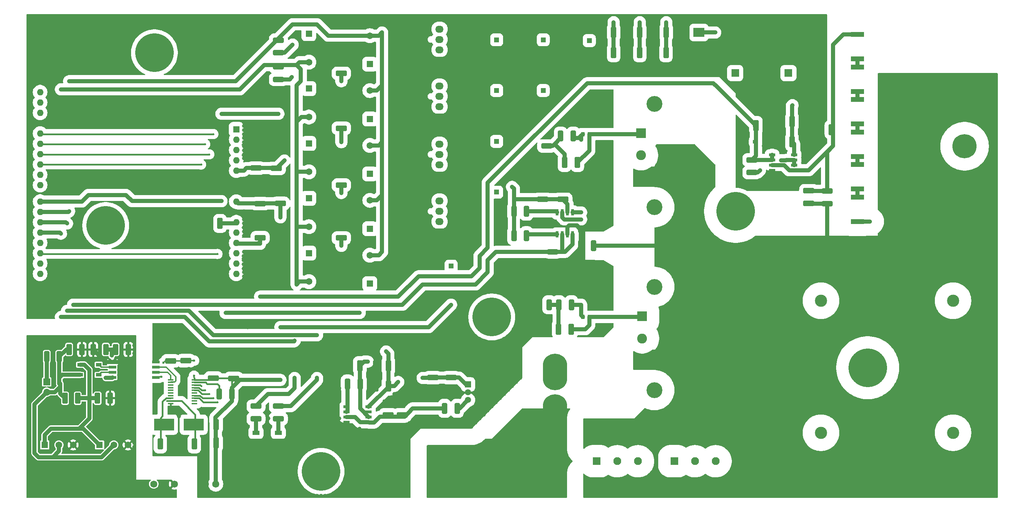
<source format=gbr>
%TF.GenerationSoftware,KiCad,Pcbnew,9.0.0*%
%TF.CreationDate,2025-04-01T22:49:04-07:00*%
%TF.ProjectId,DynamicBrakeGrid,44796e61-6d69-4634-9272-616b65477269,rev?*%
%TF.SameCoordinates,Original*%
%TF.FileFunction,Copper,L1,Top*%
%TF.FilePolarity,Positive*%
%FSLAX46Y46*%
G04 Gerber Fmt 4.6, Leading zero omitted, Abs format (unit mm)*
G04 Created by KiCad (PCBNEW 9.0.0) date 2025-04-01 22:49:04*
%MOMM*%
%LPD*%
G01*
G04 APERTURE LIST*
G04 Aperture macros list*
%AMRoundRect*
0 Rectangle with rounded corners*
0 $1 Rounding radius*
0 $2 $3 $4 $5 $6 $7 $8 $9 X,Y pos of 4 corners*
0 Add a 4 corners polygon primitive as box body*
4,1,4,$2,$3,$4,$5,$6,$7,$8,$9,$2,$3,0*
0 Add four circle primitives for the rounded corners*
1,1,$1+$1,$2,$3*
1,1,$1+$1,$4,$5*
1,1,$1+$1,$6,$7*
1,1,$1+$1,$8,$9*
0 Add four rect primitives between the rounded corners*
20,1,$1+$1,$2,$3,$4,$5,0*
20,1,$1+$1,$4,$5,$6,$7,0*
20,1,$1+$1,$6,$7,$8,$9,0*
20,1,$1+$1,$8,$9,$2,$3,0*%
%AMHorizOval*
0 Thick line with rounded ends*
0 $1 width*
0 $2 $3 position (X,Y) of the first rounded end (center of the circle)*
0 $4 $5 position (X,Y) of the second rounded end (center of the circle)*
0 Add line between two ends*
20,1,$1,$2,$3,$4,$5,0*
0 Add two circle primitives to create the rounded ends*
1,1,$1,$2,$3*
1,1,$1,$4,$5*%
G04 Aperture macros list end*
%TA.AperFunction,ComponentPad*%
%ADD10R,1.650000X1.650000*%
%TD*%
%TA.AperFunction,ComponentPad*%
%ADD11C,1.650000*%
%TD*%
%TA.AperFunction,ComponentPad*%
%ADD12O,2.030000X1.730000*%
%TD*%
%TA.AperFunction,ComponentPad*%
%ADD13R,2.030000X1.730000*%
%TD*%
%TA.AperFunction,SMDPad,CuDef*%
%ADD14RoundRect,0.250000X1.100000X-0.412500X1.100000X0.412500X-1.100000X0.412500X-1.100000X-0.412500X0*%
%TD*%
%TA.AperFunction,SMDPad,CuDef*%
%ADD15R,3.300000X1.200000*%
%TD*%
%TA.AperFunction,SMDPad,CuDef*%
%ADD16RoundRect,0.250000X-0.412500X-1.100000X0.412500X-1.100000X0.412500X1.100000X-0.412500X1.100000X0*%
%TD*%
%TA.AperFunction,SMDPad,CuDef*%
%ADD17RoundRect,0.250000X-1.075000X0.400000X-1.075000X-0.400000X1.075000X-0.400000X1.075000X0.400000X0*%
%TD*%
%TA.AperFunction,ComponentPad*%
%ADD18C,5.940000*%
%TD*%
%TA.AperFunction,ComponentPad*%
%ADD19R,1.950000X1.950000*%
%TD*%
%TA.AperFunction,ComponentPad*%
%ADD20C,1.950000*%
%TD*%
%TA.AperFunction,ComponentPad*%
%ADD21R,3.000000X3.000000*%
%TD*%
%TA.AperFunction,ComponentPad*%
%ADD22C,3.000000*%
%TD*%
%TA.AperFunction,ComponentPad*%
%ADD23C,3.900000*%
%TD*%
%TA.AperFunction,SMDPad,CuDef*%
%ADD24RoundRect,0.250000X-1.100000X0.412500X-1.100000X-0.412500X1.100000X-0.412500X1.100000X0.412500X0*%
%TD*%
%TA.AperFunction,SMDPad,CuDef*%
%ADD25RoundRect,0.250000X-0.400000X-1.075000X0.400000X-1.075000X0.400000X1.075000X-0.400000X1.075000X0*%
%TD*%
%TA.AperFunction,ComponentPad*%
%ADD26R,1.200000X1.200000*%
%TD*%
%TA.AperFunction,ComponentPad*%
%ADD27C,1.200000*%
%TD*%
%TA.AperFunction,SMDPad,CuDef*%
%ADD28RoundRect,0.250000X0.400000X1.075000X-0.400000X1.075000X-0.400000X-1.075000X0.400000X-1.075000X0*%
%TD*%
%TA.AperFunction,SMDPad,CuDef*%
%ADD29RoundRect,0.250000X0.412500X1.100000X-0.412500X1.100000X-0.412500X-1.100000X0.412500X-1.100000X0*%
%TD*%
%TA.AperFunction,SMDPad,CuDef*%
%ADD30R,1.475000X0.450000*%
%TD*%
%TA.AperFunction,SMDPad,CuDef*%
%ADD31RoundRect,0.250000X1.075000X-0.400000X1.075000X0.400000X-1.075000X0.400000X-1.075000X-0.400000X0*%
%TD*%
%TA.AperFunction,ComponentPad*%
%ADD32R,2.430000X2.430000*%
%TD*%
%TA.AperFunction,ComponentPad*%
%ADD33C,2.430000*%
%TD*%
%TA.AperFunction,SMDPad,CuDef*%
%ADD34R,1.750000X1.000000*%
%TD*%
%TA.AperFunction,ComponentPad*%
%ADD35C,9.500000*%
%TD*%
%TA.AperFunction,SMDPad,CuDef*%
%ADD36R,2.720000X2.290000*%
%TD*%
%TA.AperFunction,SMDPad,CuDef*%
%ADD37R,4.900000X3.000000*%
%TD*%
%TA.AperFunction,ComponentPad*%
%ADD38R,1.700000X1.700000*%
%TD*%
%TA.AperFunction,ComponentPad*%
%ADD39O,1.700000X1.700000*%
%TD*%
%TA.AperFunction,SMDPad,CuDef*%
%ADD40R,1.050000X0.850000*%
%TD*%
%TA.AperFunction,SMDPad,CuDef*%
%ADD41R,0.950000X1.000000*%
%TD*%
%TA.AperFunction,SMDPad,CuDef*%
%ADD42R,1.528000X0.650000*%
%TD*%
%TA.AperFunction,ComponentPad*%
%ADD43R,1.600000X1.600000*%
%TD*%
%TA.AperFunction,ComponentPad*%
%ADD44O,1.600000X1.600000*%
%TD*%
%TA.AperFunction,SMDPad,CuDef*%
%ADD45R,1.850000X0.650000*%
%TD*%
%TA.AperFunction,SMDPad,CuDef*%
%ADD46R,1.350000X0.900000*%
%TD*%
%TA.AperFunction,ComponentPad*%
%ADD47C,1.725000*%
%TD*%
%TA.AperFunction,SMDPad,CuDef*%
%ADD48R,0.650000X1.528000*%
%TD*%
%TA.AperFunction,ComponentPad*%
%ADD49R,1.500000X1.500000*%
%TD*%
%TA.AperFunction,ComponentPad*%
%ADD50C,1.500000*%
%TD*%
%TA.AperFunction,ComponentPad*%
%ADD51HorizOval,0.800000X0.000000X0.000000X0.000000X0.000000X0*%
%TD*%
%TA.AperFunction,ComponentPad*%
%ADD52HorizOval,0.800000X0.000000X0.000000X0.000000X0.000000X0*%
%TD*%
%TA.AperFunction,ComponentPad*%
%ADD53C,0.800000*%
%TD*%
%TA.AperFunction,ComponentPad*%
%ADD54O,6.000000X9.000000*%
%TD*%
%TA.AperFunction,ViaPad*%
%ADD55C,0.500000*%
%TD*%
%TA.AperFunction,ViaPad*%
%ADD56C,1.000000*%
%TD*%
%TA.AperFunction,ViaPad*%
%ADD57C,0.600000*%
%TD*%
%TA.AperFunction,Conductor*%
%ADD58C,1.000000*%
%TD*%
%TA.AperFunction,Conductor*%
%ADD59C,0.400000*%
%TD*%
%TA.AperFunction,Conductor*%
%ADD60C,0.300000*%
%TD*%
G04 APERTURE END LIST*
D10*
%TO.P,J15,1,1*%
%TO.N,CanL_External*%
X48500000Y-146500000D03*
D11*
%TO.P,J15,2,2*%
%TO.N,CanH_External*%
X52000000Y-146500000D03*
%TO.P,J15,3,3*%
%TO.N,CANBUS_ISO_GND*%
X55500000Y-146500000D03*
%TD*%
D10*
%TO.P,J14,1,1*%
%TO.N,CanL_External*%
X35000000Y-146500000D03*
D11*
%TO.P,J14,2,2*%
%TO.N,CanH_External*%
X38500000Y-146500000D03*
%TO.P,J14,3,3*%
%TO.N,CANBUS_ISO_GND*%
X42000000Y-146500000D03*
%TD*%
D12*
%TO.P,M1,4,PWM*%
%TO.N,FAN_PWM*%
X132160000Y-86460000D03*
%TO.P,M1,3,Tacho*%
%TO.N,unconnected-(M1-Tacho-Pad3)*%
X132160000Y-89000000D03*
%TO.P,M1,2,+*%
%TO.N,+12V*%
X132160000Y-91540000D03*
D13*
%TO.P,M1,1,-*%
%TO.N,GND*%
X132160000Y-94080000D03*
%TD*%
D12*
%TO.P,M2,4,PWM*%
%TO.N,FAN_PWM*%
X132160000Y-72460000D03*
%TO.P,M2,3,Tacho*%
%TO.N,unconnected-(M2-Tacho-Pad3)*%
X132160000Y-75000000D03*
%TO.P,M2,2,+*%
%TO.N,+12V*%
X132160000Y-77540000D03*
D13*
%TO.P,M2,1,-*%
%TO.N,GND*%
X132160000Y-80080000D03*
%TD*%
D12*
%TO.P,M3,4,PWM*%
%TO.N,FAN_PWM*%
X132160000Y-58180000D03*
%TO.P,M3,3,Tacho*%
%TO.N,unconnected-(M3-Tacho-Pad3)*%
X132160000Y-60720000D03*
%TO.P,M3,2,+*%
%TO.N,+12V*%
X132160000Y-63260000D03*
D13*
%TO.P,M3,1,-*%
%TO.N,GND*%
X132160000Y-65800000D03*
%TD*%
D12*
%TO.P,M8,4,PWM*%
%TO.N,FAN_PWM*%
X132160000Y-44180000D03*
%TO.P,M8,3,Tacho*%
%TO.N,unconnected-(M8-Tacho-Pad3)*%
X132160000Y-46720000D03*
%TO.P,M8,2,+*%
%TO.N,+12V*%
X132160000Y-49260000D03*
D13*
%TO.P,M8,1,-*%
%TO.N,GND*%
X132160000Y-51800000D03*
%TD*%
D14*
%TO.P,C79,1*%
%TO.N,Net-(IC8-IN1+)*%
X119500000Y-139125000D03*
%TO.P,C79,2*%
%TO.N,GND*%
X119500000Y-136000000D03*
%TD*%
D15*
%TO.P,R68,1,1*%
%TO.N,Net-(R68-Pad1)*%
X235000000Y-61500000D03*
%TO.P,R68,2,2*%
%TO.N,Net-(R67-Pad2)*%
X235000000Y-67500000D03*
%TD*%
D16*
%TO.P,C26,1*%
%TO.N,+12V*%
X181437500Y-45000000D03*
%TO.P,C26,2*%
%TO.N,GND*%
X184562500Y-45000000D03*
%TD*%
D17*
%TO.P,R72,1*%
%TO.N,Arduino_VInSense*%
X209000000Y-76350000D03*
%TO.P,R72,2*%
%TO.N,Net-(IC5-IN2-)*%
X209000000Y-79450000D03*
%TD*%
D18*
%TO.P,J13,1,1*%
%TO.N,DC_LINK_V+*%
X261350000Y-73000000D03*
%TO.P,J13,2,2*%
%TO.N,GNDPWR*%
X248650000Y-60000000D03*
%TD*%
D14*
%TO.P,C65,1*%
%TO.N,+5V*%
X76500000Y-130062500D03*
%TO.P,C65,2*%
%TO.N,GND*%
X76500000Y-126937500D03*
%TD*%
D16*
%TO.P,C34,1*%
%TO.N,+12V*%
X187937500Y-45000000D03*
%TO.P,C34,2*%
%TO.N,GND*%
X191062500Y-45000000D03*
%TD*%
D19*
%TO.P,J1,1,1*%
%TO.N,+12V*%
X218000000Y-55000000D03*
D20*
%TO.P,J1,2,2*%
%TO.N,GND*%
X223000000Y-55000000D03*
%TD*%
D21*
%TO.P,C12,1,1*%
%TO.N,GNDPWR*%
X216000000Y-111000000D03*
D22*
%TO.P,C12,2,2*%
%TO.N,DC_LINK_V+*%
X226000000Y-111000000D03*
%TD*%
D14*
%TO.P,C59,1*%
%TO.N,+12V*%
X93000000Y-87062500D03*
%TO.P,C59,2*%
%TO.N,GND*%
X93000000Y-83937500D03*
%TD*%
D16*
%TO.P,C32,1*%
%TO.N,+12V*%
X187875000Y-50000000D03*
%TO.P,C32,2*%
%TO.N,GND*%
X191000000Y-50000000D03*
%TD*%
D23*
%TO.P,H5,1,1*%
%TO.N,unconnected-(H5-Pad1)*%
X185000000Y-133000000D03*
%TO.P,H5,2,2*%
%TO.N,unconnected-(H5-Pad2)*%
X185000000Y-107600000D03*
%TD*%
D24*
%TO.P,C62,1*%
%TO.N,+5V*%
X92000000Y-78437500D03*
%TO.P,C62,2*%
%TO.N,GND*%
X92000000Y-81562500D03*
%TD*%
D25*
%TO.P,R60,1*%
%TO.N,Net-(JP1-A)*%
X35500000Y-124750000D03*
%TO.P,R60,2*%
%TO.N,CanH_External*%
X38600000Y-124750000D03*
%TD*%
D16*
%TO.P,C63,1*%
%TO.N,+12V*%
X218875000Y-66900000D03*
%TO.P,C63,2*%
%TO.N,GND*%
X222000000Y-66900000D03*
%TD*%
D26*
%TO.P,C6,1,+*%
%TO.N,+12V*%
X146210000Y-46800000D03*
D27*
%TO.P,C6,2,-*%
%TO.N,GND*%
X141210000Y-46800000D03*
%TD*%
D14*
%TO.P,C89,1*%
%TO.N,+5V*%
X66000000Y-125812500D03*
%TO.P,C89,2*%
%TO.N,GND*%
X66000000Y-122687500D03*
%TD*%
D28*
%TO.P,R58,1*%
%TO.N,GNDPWR*%
X170050000Y-97500000D03*
%TO.P,R58,2*%
%TO.N,GND*%
X166950000Y-97500000D03*
%TD*%
D16*
%TO.P,C95,1*%
%TO.N,CanH_External*%
X40000000Y-135000000D03*
%TO.P,C95,2*%
%TO.N,CanL_External*%
X43125000Y-135000000D03*
%TD*%
D29*
%TO.P,C77,1*%
%TO.N,+5V*%
X119562500Y-132000000D03*
%TO.P,C77,2*%
%TO.N,GND*%
X116437500Y-132000000D03*
%TD*%
%TO.P,C82,1*%
%TO.N,Net-(IC5-IN1+)*%
X228562500Y-68900000D03*
%TO.P,C82,2*%
%TO.N,GND*%
X225437500Y-68900000D03*
%TD*%
D14*
%TO.P,C36,1*%
%TO.N,+12V*%
X157500000Y-86062500D03*
%TO.P,C36,2*%
%TO.N,GND*%
X157500000Y-82937500D03*
%TD*%
D16*
%TO.P,C28,1*%
%TO.N,+12V*%
X175000000Y-45000000D03*
%TO.P,C28,2*%
%TO.N,GND*%
X178125000Y-45000000D03*
%TD*%
D24*
%TO.P,C75,1*%
%TO.N,+5V*%
X130500000Y-129937500D03*
%TO.P,C75,2*%
%TO.N,GND*%
X130500000Y-133062500D03*
%TD*%
D17*
%TO.P,R62,1*%
%TO.N,StatusLED_0*%
X87000000Y-136950000D03*
%TO.P,R62,2*%
%TO.N,Net-(LED1-A)*%
X87000000Y-140050000D03*
%TD*%
D14*
%TO.P,C84,1*%
%TO.N,Arduino_VInSense*%
X88000000Y-95500000D03*
%TO.P,C84,2*%
%TO.N,GND*%
X88000000Y-92375000D03*
%TD*%
D17*
%TO.P,R71,1*%
%TO.N,Net-(IC5-IN1+)*%
X227500000Y-84000000D03*
%TO.P,R71,2*%
%TO.N,GNDPWR*%
X227500000Y-87100000D03*
%TD*%
D16*
%TO.P,C38,1*%
%TO.N,Net-(C38-Pad1)*%
X161437500Y-118000000D03*
%TO.P,C38,2*%
%TO.N,Net-(Q1-G)*%
X164562500Y-118000000D03*
%TD*%
D14*
%TO.P,C73,1*%
%TO.N,+5V*%
X108000000Y-95562500D03*
%TO.P,C73,2*%
%TO.N,GND*%
X108000000Y-92437500D03*
%TD*%
D30*
%TO.P,IC6,1,TXCAN*%
%TO.N,Net-(IC1-TXD)*%
X66000000Y-130450000D03*
%TO.P,IC6,2,RXCAN*%
%TO.N,Net-(IC1-RXD)*%
X66000000Y-131100000D03*
%TO.P,IC6,3,CLKOUT/SOF*%
%TO.N,unconnected-(IC6-CLKOUT{slash}SOF-Pad3)*%
X66000000Y-131750000D03*
%TO.P,IC6,4,~{TX0RTS}*%
%TO.N,unconnected-(IC6-~{TX0RTS}-Pad4)*%
X66000000Y-132400000D03*
%TO.P,IC6,5,~{TX1RTS}*%
%TO.N,unconnected-(IC6-~{TX1RTS}-Pad5)*%
X66000000Y-133050000D03*
%TO.P,IC6,6,NC_1*%
%TO.N,unconnected-(IC6-NC_1-Pad6)*%
X66000000Y-133700000D03*
%TO.P,IC6,7,~{TX2RTS}*%
%TO.N,unconnected-(IC6-~{TX2RTS}-Pad7)*%
X66000000Y-134350000D03*
%TO.P,IC6,8,OSC2*%
%TO.N,Net-(IC6-OSC2)*%
X66000000Y-135000000D03*
%TO.P,IC6,9,OSC1*%
%TO.N,Net-(IC6-OSC1)*%
X66000000Y-135650000D03*
%TO.P,IC6,10,VSS*%
%TO.N,GND*%
X66000000Y-136300000D03*
%TO.P,IC6,11,~{RX1BF}*%
%TO.N,unconnected-(IC6-~{RX1BF}-Pad11)*%
X71876000Y-136300000D03*
%TO.P,IC6,12,~{RX0BF}*%
%TO.N,unconnected-(IC6-~{RX0BF}-Pad12)*%
X71876000Y-135650000D03*
%TO.P,IC6,13,~{INT}*%
%TO.N,CAN_INT*%
X71876000Y-135000000D03*
%TO.P,IC6,14,SCK*%
%TO.N,CAN_SCK*%
X71876000Y-134350000D03*
%TO.P,IC6,15,NC_2*%
%TO.N,unconnected-(IC6-NC_2-Pad15)*%
X71876000Y-133700000D03*
%TO.P,IC6,16,SI*%
%TO.N,CAN_SI*%
X71876000Y-133050000D03*
%TO.P,IC6,17,SO*%
%TO.N,CAN_SO*%
X71876000Y-132400000D03*
%TO.P,IC6,18,~{CS}*%
%TO.N,CAN_CS*%
X71876000Y-131750000D03*
%TO.P,IC6,19,~{RESET}*%
%TO.N,Net-(IC6-~{RESET})*%
X71876000Y-131100000D03*
%TO.P,IC6,20,VDD*%
%TO.N,+5V*%
X71876000Y-130450000D03*
%TD*%
D31*
%TO.P,R50,1*%
%TO.N,GND*%
X160000000Y-102100000D03*
%TO.P,R50,2*%
%TO.N,GATE_PWM*%
X160000000Y-99000000D03*
%TD*%
D32*
%TO.P,Q1,1,G*%
%TO.N,Net-(Q1-G)*%
X182000000Y-114860000D03*
D33*
%TO.P,Q1,2,D*%
%TO.N,Net-(Q1-D)*%
X182000000Y-120300000D03*
%TO.P,Q1,3,S*%
%TO.N,GNDPWR*%
X182000000Y-125740000D03*
%TD*%
D34*
%TO.P,LED1,1,K*%
%TO.N,GND*%
X87000000Y-146500000D03*
%TO.P,LED1,2,A*%
%TO.N,Net-(LED1-A)*%
X87000000Y-143500000D03*
%TD*%
%TO.P,LED2,1,K*%
%TO.N,GND*%
X92500000Y-146500000D03*
%TO.P,LED2,2,A*%
%TO.N,Net-(LED2-A)*%
X92500000Y-143500000D03*
%TD*%
D10*
%TO.P,J9,1,1*%
%TO.N,+5V*%
X100000000Y-85800000D03*
D11*
%TO.P,J9,2,2*%
%TO.N,GND*%
X100000000Y-89300000D03*
%TO.P,J9,3,3*%
%TO.N,AMBIENT_TEMPSENSE_1WIRE*%
X100000000Y-92800000D03*
%TD*%
D26*
%TO.P,C4,1,+*%
%TO.N,+12V*%
X157660000Y-59300000D03*
D27*
%TO.P,C4,2,-*%
%TO.N,GND*%
X152660000Y-59300000D03*
%TD*%
D28*
%TO.P,R4,1*%
%TO.N,Net-(IC3-ENBB)*%
X153550000Y-89000000D03*
%TO.P,R4,2*%
%TO.N,+12V*%
X150450000Y-89000000D03*
%TD*%
D21*
%TO.P,C13,1,1*%
%TO.N,GNDPWR*%
X216000000Y-143500000D03*
D22*
%TO.P,C13,2,2*%
%TO.N,DC_LINK_V+*%
X226000000Y-143500000D03*
%TD*%
D35*
%TO.P,H4,1,1*%
%TO.N,unconnected-(H4-Pad1)*%
X237500000Y-127500000D03*
%TD*%
D24*
%TO.P,C69,1*%
%TO.N,Net-(IC5-IN1+)*%
X223000000Y-83937500D03*
%TO.P,C69,2*%
%TO.N,GNDPWR*%
X223000000Y-87062500D03*
%TD*%
D15*
%TO.P,R67,1,1*%
%TO.N,Net-(R66-Pad1)*%
X235000000Y-75500000D03*
%TO.P,R67,2,2*%
%TO.N,Net-(R67-Pad2)*%
X235000000Y-69500000D03*
%TD*%
D28*
%TO.P,R3,1*%
%TO.N,Net-(IC3-ENBA)*%
X153550000Y-95000000D03*
%TO.P,R3,2*%
%TO.N,+12V*%
X150450000Y-95000000D03*
%TD*%
D35*
%TO.P,H1,1,1*%
%TO.N,unconnected-(H1-Pad1)*%
X62000000Y-50000000D03*
%TD*%
D36*
%TO.P,Z1,1,K*%
%TO.N,+12V*%
X196000000Y-45000000D03*
%TO.P,Z1,2,A*%
%TO.N,GND*%
X196000000Y-49050000D03*
%TD*%
D24*
%TO.P,C74,1*%
%TO.N,+5V*%
X135000000Y-129937500D03*
%TO.P,C74,2*%
%TO.N,GND*%
X135000000Y-133062500D03*
%TD*%
D17*
%TO.P,R2,1*%
%TO.N,EXHAUST_TEMPSENSE_1WIRE*%
X92500000Y-46900000D03*
%TO.P,R2,2*%
%TO.N,+5V*%
X92500000Y-50000000D03*
%TD*%
D21*
%TO.P,C15,1,1*%
%TO.N,GNDPWR*%
X248500000Y-143500000D03*
D22*
%TO.P,C15,2,2*%
%TO.N,DC_LINK_V+*%
X258500000Y-143500000D03*
%TD*%
D24*
%TO.P,C76,1*%
%TO.N,GND*%
X123000000Y-136000000D03*
%TO.P,C76,2*%
%TO.N,Net-(IC8-IN1+)*%
X123000000Y-139125000D03*
%TD*%
D10*
%TO.P,J5,1,1*%
%TO.N,+5V*%
X100000000Y-45300000D03*
D11*
%TO.P,J5,2,2*%
%TO.N,GND*%
X100000000Y-48800000D03*
%TO.P,J5,3,3*%
%TO.N,AMBIENT_TEMPSENSE_1WIRE*%
X100000000Y-52300000D03*
%TD*%
D37*
%TO.P,Y1,1,1*%
%TO.N,Net-(IC6-OSC2)*%
X64350000Y-141500000D03*
%TO.P,Y1,2,2*%
%TO.N,Net-(IC6-OSC1)*%
X71650000Y-141500000D03*
%TD*%
D19*
%TO.P,J2,1,1*%
%TO.N,+12V*%
X204900000Y-55000000D03*
D20*
%TO.P,J2,2,2*%
%TO.N,GND*%
X209900000Y-55000000D03*
%TD*%
D10*
%TO.P,J12,1,1*%
%TO.N,+5V*%
X115000000Y-66300000D03*
D11*
%TO.P,J12,2,2*%
%TO.N,GND*%
X115000000Y-62800000D03*
%TO.P,J12,3,3*%
%TO.N,EXHAUST_TEMPSENSE_1WIRE*%
X115000000Y-59300000D03*
%TD*%
D10*
%TO.P,J25,1,1*%
%TO.N,+5V*%
X115000000Y-52800000D03*
D11*
%TO.P,J25,2,2*%
%TO.N,GND*%
X115000000Y-49300000D03*
%TO.P,J25,3,3*%
%TO.N,EXHAUST_TEMPSENSE_1WIRE*%
X115000000Y-45800000D03*
%TD*%
D38*
%TO.P,JP1,1,A*%
%TO.N,Net-(JP1-A)*%
X35500000Y-130975000D03*
D39*
%TO.P,JP1,2,B*%
%TO.N,CanH_External*%
X35500000Y-133515000D03*
%TD*%
D15*
%TO.P,R65,1,1*%
%TO.N,DC_LINK_V+*%
X235000000Y-91500000D03*
%TO.P,R65,2,2*%
%TO.N,Net-(R65-Pad2)*%
X235000000Y-85500000D03*
%TD*%
D40*
%TO.P,Z3,1,K*%
%TO.N,Arduino_VInSense*%
X209800000Y-71900000D03*
%TO.P,Z3,2,A*%
%TO.N,GND*%
X206200000Y-71900000D03*
%TD*%
D16*
%TO.P,C85,1*%
%TO.N,+5V*%
X77187500Y-146000000D03*
%TO.P,C85,2*%
%TO.N,GND*%
X80312500Y-146000000D03*
%TD*%
D14*
%TO.P,C71,1*%
%TO.N,+5V*%
X108000000Y-68562500D03*
%TO.P,C71,2*%
%TO.N,GND*%
X108000000Y-65437500D03*
%TD*%
D26*
%TO.P,C9,1,+*%
%TO.N,+12V*%
X146210000Y-59300000D03*
D27*
%TO.P,C9,2,-*%
%TO.N,GND*%
X141210000Y-59300000D03*
%TD*%
D14*
%TO.P,C70,1*%
%TO.N,+5V*%
X108000000Y-55062500D03*
%TO.P,C70,2*%
%TO.N,GND*%
X108000000Y-51937500D03*
%TD*%
D29*
%TO.P,C93,1*%
%TO.N,CANBUS_ISO_GND*%
X44125000Y-123000000D03*
%TO.P,C93,2*%
%TO.N,CanH_External*%
X41000000Y-123000000D03*
%TD*%
D41*
%TO.P,FB3,1*%
%TO.N,Gate2*%
X167400000Y-70000000D03*
%TO.P,FB3,2*%
%TO.N,Net-(Q2-G)*%
X169000000Y-70000000D03*
%TD*%
D15*
%TO.P,R69,1,1*%
%TO.N,Net-(R68-Pad1)*%
X235000000Y-59500000D03*
%TO.P,R69,2,2*%
%TO.N,Net-(R69-Pad2)*%
X235000000Y-53500000D03*
%TD*%
D10*
%TO.P,J7,1,1*%
%TO.N,+5V*%
X100000000Y-58800000D03*
D11*
%TO.P,J7,2,2*%
%TO.N,GND*%
X100000000Y-62300000D03*
%TO.P,J7,3,3*%
%TO.N,AMBIENT_TEMPSENSE_1WIRE*%
X100000000Y-65800000D03*
%TD*%
D42*
%TO.P,IC5,1,OUT1*%
%TO.N,Arduino_VInSense*%
X213991500Y-75090000D03*
%TO.P,IC5,2,IN1-*%
X213991500Y-76360000D03*
%TO.P,IC5,3,IN1+*%
%TO.N,Net-(IC5-IN1+)*%
X213991500Y-77630000D03*
%TO.P,IC5,4,V-*%
%TO.N,GND*%
X213991500Y-78900000D03*
%TO.P,IC5,5,IN2+*%
%TO.N,Net-(IC5-IN1+)*%
X219413500Y-78900000D03*
%TO.P,IC5,6,IN2-*%
%TO.N,Net-(IC5-IN2-)*%
X219413500Y-77630000D03*
%TO.P,IC5,7,OUT2*%
X219413500Y-76360000D03*
%TO.P,IC5,8,V+*%
%TO.N,+12V*%
X219413500Y-75090000D03*
%TD*%
D16*
%TO.P,C94,1*%
%TO.N,CanL_External*%
X48000000Y-135000000D03*
%TO.P,C94,2*%
%TO.N,CANBUS_ISO_GND*%
X51125000Y-135000000D03*
%TD*%
D25*
%TO.P,R39,1*%
%TO.N,Net-(IC8-IN1+)*%
X133400000Y-137500000D03*
%TO.P,R39,2*%
%TO.N,Net-(U6-VIOUT)*%
X136500000Y-137500000D03*
%TD*%
D28*
%TO.P,R52,1*%
%TO.N,Net-(C38-Pad1)*%
X159100000Y-112000000D03*
%TO.P,R52,2*%
%TO.N,GND*%
X156000000Y-112000000D03*
%TD*%
D10*
%TO.P,J24,1,1*%
%TO.N,+5V*%
X100000000Y-99300000D03*
D11*
%TO.P,J24,2,2*%
%TO.N,GND*%
X100000000Y-102800000D03*
%TO.P,J24,3,3*%
%TO.N,AMBIENT_TEMPSENSE_1WIRE*%
X100000000Y-106300000D03*
%TD*%
D26*
%TO.P,C5,1,+*%
%TO.N,+12V*%
X157660000Y-46800000D03*
D27*
%TO.P,C5,2,-*%
%TO.N,GND*%
X152660000Y-46800000D03*
%TD*%
D10*
%TO.P,J6,1,1*%
%TO.N,+5V*%
X115000000Y-106800000D03*
D11*
%TO.P,J6,2,2*%
%TO.N,GND*%
X115000000Y-103300000D03*
%TO.P,J6,3,3*%
%TO.N,EXHAUST_TEMPSENSE_1WIRE*%
X115000000Y-99800000D03*
%TD*%
D16*
%TO.P,C64,1*%
%TO.N,+12V*%
X218875000Y-71900000D03*
%TO.P,C64,2*%
%TO.N,GND*%
X222000000Y-71900000D03*
%TD*%
D26*
%TO.P,C8,1,+*%
%TO.N,+12V*%
X146210000Y-71800000D03*
D27*
%TO.P,C8,2,-*%
%TO.N,GND*%
X141210000Y-71800000D03*
%TD*%
D43*
%TO.P,A1,1,NC*%
%TO.N,unconnected-(A1-NC-Pad1)*%
X82130000Y-68825000D03*
D44*
%TO.P,A1,2,IOREF*%
%TO.N,unconnected-(A1-IOREF-Pad2)*%
X82130000Y-71365000D03*
%TO.P,A1,3,~{RESET}*%
%TO.N,unconnected-(A1-~{RESET}-Pad3)*%
X82130000Y-73905000D03*
%TO.P,A1,4,3V3*%
%TO.N,unconnected-(A1-3V3-Pad4)*%
X82130000Y-76445000D03*
%TO.P,A1,5,+5V*%
%TO.N,+5V*%
X82130000Y-78985000D03*
%TO.P,A1,6,GND*%
%TO.N,GND*%
X82130000Y-81525000D03*
%TO.P,A1,7,GND*%
X82130000Y-84065000D03*
%TO.P,A1,8,VIN*%
%TO.N,+12V*%
X82130000Y-86605000D03*
%TO.P,A1,9,A0*%
%TO.N,Arduino_CurrentSense*%
X82130000Y-91685000D03*
%TO.P,A1,10,A1*%
%TO.N,unconnected-(A1-A1-Pad10)*%
X82130000Y-94225000D03*
%TO.P,A1,11,A2*%
%TO.N,Arduino_VInSense*%
X82130000Y-96765000D03*
%TO.P,A1,12,A3*%
%TO.N,unconnected-(A1-A3-Pad12)*%
X82130000Y-99305000D03*
%TO.P,A1,13,SDA/A4*%
%TO.N,unconnected-(A1-SDA{slash}A4-Pad13)*%
X82130000Y-101845000D03*
%TO.P,A1,14,SCL/A5*%
%TO.N,unconnected-(A1-SCL{slash}A5-Pad14)*%
X82130000Y-104385000D03*
%TO.P,A1,15,D0/RX*%
%TO.N,unconnected-(A1-D0{slash}RX-Pad15)*%
X33870000Y-104385000D03*
%TO.P,A1,16,D1/TX*%
%TO.N,unconnected-(A1-D1{slash}TX-Pad16)*%
X33870000Y-101845000D03*
%TO.P,A1,17,D2*%
%TO.N,CAN_INT*%
X33870000Y-99305000D03*
%TO.P,A1,18,D3*%
%TO.N,unconnected-(A1-D3-Pad18)*%
X33870000Y-96765000D03*
%TO.P,A1,19,D4*%
%TO.N,StatusLED_0*%
X33870000Y-94225000D03*
%TO.P,A1,20,D5*%
%TO.N,StatusLED_1*%
X33870000Y-91685000D03*
%TO.P,A1,21,D6*%
%TO.N,GATE_PWM*%
X33870000Y-89145000D03*
%TO.P,A1,22,D7*%
%TO.N,FAN_PWM*%
X33870000Y-86605000D03*
%TO.P,A1,23,D8*%
%TO.N,EXHAUST_TEMPSENSE_1WIRE*%
X33870000Y-82545000D03*
%TO.P,A1,24,D9*%
%TO.N,AMBIENT_TEMPSENSE_1WIRE*%
X33870000Y-80005000D03*
%TO.P,A1,25,D10*%
%TO.N,CAN_CS*%
X33870000Y-77465000D03*
%TO.P,A1,26,D11*%
%TO.N,CAN_SI*%
X33870000Y-74925000D03*
%TO.P,A1,27,D12*%
%TO.N,CAN_SO*%
X33870000Y-72385000D03*
%TO.P,A1,28,D13*%
%TO.N,CAN_SCK*%
X33870000Y-69845000D03*
%TO.P,A1,29,GND*%
%TO.N,GND*%
X33870000Y-67305000D03*
%TO.P,A1,30,AREF*%
%TO.N,unconnected-(A1-AREF-Pad30)*%
X33870000Y-64765000D03*
%TO.P,A1,31,SDA/A4*%
%TO.N,unconnected-(A1-SDA{slash}A4-Pad31)*%
X33870000Y-62225000D03*
%TO.P,A1,32,SCL/A5*%
%TO.N,unconnected-(A1-SCL{slash}A5-Pad32)*%
X33870000Y-59685000D03*
%TD*%
D45*
%TO.P,IC1,1,VCC1*%
%TO.N,+5V*%
X62325000Y-129905000D03*
%TO.P,IC1,2,TXD*%
%TO.N,Net-(IC1-TXD)*%
X62325000Y-128635000D03*
%TO.P,IC1,3,RXD*%
%TO.N,Net-(IC1-RXD)*%
X62325000Y-127365000D03*
%TO.P,IC1,4,GND1*%
%TO.N,GND*%
X62325000Y-126095000D03*
%TO.P,IC1,5,GND2*%
%TO.N,CANBUS_ISO_GND*%
X51675000Y-126095000D03*
%TO.P,IC1,6,CANL*%
%TO.N,Net-(IC1-CANL)*%
X51675000Y-127365000D03*
%TO.P,IC1,7,CANH*%
%TO.N,Net-(IC1-CANH)*%
X51675000Y-128635000D03*
%TO.P,IC1,8,VCC2*%
%TO.N,CANBUS_ISO_5V*%
X51675000Y-129905000D03*
%TD*%
D16*
%TO.P,C81,1*%
%TO.N,Arduino_VInSense*%
X210000000Y-67900000D03*
%TO.P,C81,2*%
%TO.N,GND*%
X213125000Y-67900000D03*
%TD*%
D46*
%TO.P,FL1,1,1*%
%TO.N,Net-(IC1-CANH)*%
X48275000Y-129250000D03*
%TO.P,FL1,2,2*%
%TO.N,Net-(IC1-CANL)*%
X48275000Y-126750000D03*
%TO.P,FL1,3,3*%
%TO.N,CanL_External*%
X43725000Y-126750000D03*
%TO.P,FL1,4,4*%
%TO.N,CanH_External*%
X43725000Y-129250000D03*
%TD*%
D25*
%TO.P,R59,1*%
%TO.N,Net-(IC6-~{RESET})*%
X77950000Y-134000000D03*
%TO.P,R59,2*%
%TO.N,+5V*%
X81050000Y-134000000D03*
%TD*%
D35*
%TO.P,H2,1,1*%
%TO.N,unconnected-(H2-Pad1)*%
X205000000Y-89000000D03*
%TD*%
D47*
%TO.P,PS1,1,+VIN*%
%TO.N,+5V*%
X77075000Y-156115000D03*
%TO.P,PS1,2,-VIN*%
%TO.N,GND*%
X74535000Y-156115000D03*
%TO.P,PS1,5,-VOUT*%
%TO.N,CANBUS_ISO_GND*%
X66915000Y-156115000D03*
%TO.P,PS1,7,+VOUT*%
%TO.N,CANBUS_ISO_5V*%
X61835000Y-156115000D03*
%TD*%
D10*
%TO.P,J8,1,1*%
%TO.N,+5V*%
X100000000Y-72300000D03*
D11*
%TO.P,J8,2,2*%
%TO.N,GND*%
X100000000Y-75800000D03*
%TO.P,J8,3,3*%
%TO.N,AMBIENT_TEMPSENSE_1WIRE*%
X100000000Y-79300000D03*
%TD*%
D24*
%TO.P,C61,1*%
%TO.N,+5V*%
X87000000Y-78375000D03*
%TO.P,C61,2*%
%TO.N,GND*%
X87000000Y-81500000D03*
%TD*%
D28*
%TO.P,R55,1*%
%TO.N,Gate2*%
X165050000Y-70500000D03*
%TO.P,R55,2*%
%TO.N,Net-(C47-Pad1)*%
X161950000Y-70500000D03*
%TD*%
%TO.P,R73,1*%
%TO.N,Arduino_CurrentSense*%
X112612500Y-131500000D03*
%TO.P,R73,2*%
%TO.N,Net-(IC8-IN1-)*%
X109512500Y-131500000D03*
%TD*%
D16*
%TO.P,C29,1*%
%TO.N,+12V*%
X175000000Y-50000000D03*
%TO.P,C29,2*%
%TO.N,GND*%
X178125000Y-50000000D03*
%TD*%
D29*
%TO.P,C83,1*%
%TO.N,Arduino_CurrentSense*%
X78125000Y-92000000D03*
%TO.P,C83,2*%
%TO.N,GND*%
X75000000Y-92000000D03*
%TD*%
D10*
%TO.P,J10,1,1*%
%TO.N,+5V*%
X115000000Y-93300000D03*
D11*
%TO.P,J10,2,2*%
%TO.N,GND*%
X115000000Y-89800000D03*
%TO.P,J10,3,3*%
%TO.N,EXHAUST_TEMPSENSE_1WIRE*%
X115000000Y-86300000D03*
%TD*%
D19*
%TO.P,J22,1,1*%
%TO.N,RESISTOR_RETURN*%
X131410000Y-150525000D03*
D20*
%TO.P,J22,2,2*%
X136490000Y-150525000D03*
%TO.P,J22,3,3*%
X141570000Y-150525000D03*
%TD*%
D26*
%TO.P,C3,1,+*%
%TO.N,+12V*%
X169000000Y-47000000D03*
D27*
%TO.P,C3,2,-*%
%TO.N,GND*%
X164000000Y-47000000D03*
%TD*%
D17*
%TO.P,R1,1*%
%TO.N,AMBIENT_TEMPSENSE_1WIRE*%
X92500000Y-53450000D03*
%TO.P,R1,2*%
%TO.N,+5V*%
X92500000Y-56550000D03*
%TD*%
D21*
%TO.P,C14,1,1*%
%TO.N,GNDPWR*%
X248500000Y-111000000D03*
D22*
%TO.P,C14,2,2*%
%TO.N,DC_LINK_V+*%
X258500000Y-111000000D03*
%TD*%
D24*
%TO.P,C90,1*%
%TO.N,GND*%
X69750000Y-122625000D03*
%TO.P,C90,2*%
%TO.N,+5V*%
X69750000Y-125750000D03*
%TD*%
D35*
%TO.P,H8,1,1*%
%TO.N,unconnected-(H8-Pad1)*%
X50000000Y-92500000D03*
%TD*%
D15*
%TO.P,R66,1,1*%
%TO.N,Net-(R66-Pad1)*%
X235000000Y-77500000D03*
%TO.P,R66,2,2*%
%TO.N,Net-(R65-Pad2)*%
X235000000Y-83500000D03*
%TD*%
D14*
%TO.P,C37,1*%
%TO.N,+12V*%
X162500000Y-86062500D03*
%TO.P,C37,2*%
%TO.N,GND*%
X162500000Y-82937500D03*
%TD*%
D16*
%TO.P,C92,1*%
%TO.N,CANBUS_ISO_GND*%
X46937500Y-123000000D03*
%TO.P,C92,2*%
%TO.N,CANBUS_ISO_5V*%
X50062500Y-123000000D03*
%TD*%
D10*
%TO.P,J11,1,1*%
%TO.N,+5V*%
X115000000Y-79800000D03*
D11*
%TO.P,J11,2,2*%
%TO.N,GND*%
X115000000Y-76300000D03*
%TO.P,J11,3,3*%
%TO.N,EXHAUST_TEMPSENSE_1WIRE*%
X115000000Y-72800000D03*
%TD*%
D14*
%TO.P,C66,1*%
%TO.N,+5V*%
X81500000Y-130125000D03*
%TO.P,C66,2*%
%TO.N,GND*%
X81500000Y-127000000D03*
%TD*%
D16*
%TO.P,C27,1*%
%TO.N,+12V*%
X181437500Y-50000000D03*
%TO.P,C27,2*%
%TO.N,GND*%
X184562500Y-50000000D03*
%TD*%
D14*
%TO.P,C72,1*%
%TO.N,+5V*%
X108000000Y-82562500D03*
%TO.P,C72,2*%
%TO.N,GND*%
X108000000Y-79437500D03*
%TD*%
D17*
%TO.P,R63,1*%
%TO.N,StatusLED_1*%
X92500000Y-136950000D03*
%TO.P,R63,2*%
%TO.N,Net-(LED2-A)*%
X92500000Y-140050000D03*
%TD*%
D29*
%TO.P,C78,1*%
%TO.N,+5V*%
X119562500Y-127000000D03*
%TO.P,C78,2*%
%TO.N,GND*%
X116437500Y-127000000D03*
%TD*%
D16*
%TO.P,C47,1*%
%TO.N,Net-(C47-Pad1)*%
X162937500Y-77000000D03*
%TO.P,C47,2*%
%TO.N,Net-(Q2-G)*%
X166062500Y-77000000D03*
%TD*%
D19*
%TO.P,J23,1,1*%
%TO.N,RESISTOR_RETURN*%
X150205000Y-150525000D03*
D20*
%TO.P,J23,2,2*%
X155285000Y-150525000D03*
%TO.P,J23,3,3*%
X160365000Y-150525000D03*
%TD*%
D16*
%TO.P,C86,1*%
%TO.N,+5V*%
X77187500Y-141500000D03*
%TO.P,C86,2*%
%TO.N,GND*%
X80312500Y-141500000D03*
%TD*%
D15*
%TO.P,R70,1,1*%
%TO.N,Net-(IC5-IN1+)*%
X235000000Y-45500000D03*
%TO.P,R70,2,2*%
%TO.N,Net-(R69-Pad2)*%
X235000000Y-51500000D03*
%TD*%
D29*
%TO.P,C80,1*%
%TO.N,Arduino_CurrentSense*%
X112562500Y-127000000D03*
%TO.P,C80,2*%
%TO.N,GND*%
X109437500Y-127000000D03*
%TD*%
D35*
%TO.P,H7,1,1*%
%TO.N,unconnected-(H7-Pad1)*%
X145000000Y-115000000D03*
%TD*%
D26*
%TO.P,C2,1,+*%
%TO.N,+12V*%
X135000000Y-102500000D03*
D27*
%TO.P,C2,2,-*%
%TO.N,GND*%
X130000000Y-102500000D03*
%TD*%
D19*
%TO.P,J17,1,1*%
%TO.N,DC_LINK_V+*%
X189920000Y-150500000D03*
D20*
%TO.P,J17,2,2*%
X195000000Y-150500000D03*
%TO.P,J17,3,3*%
X200080000Y-150500000D03*
%TD*%
D29*
%TO.P,C67,1*%
%TO.N,Net-(IC6-OSC1)*%
X71812500Y-146250000D03*
%TO.P,C67,2*%
%TO.N,GND*%
X68687500Y-146250000D03*
%TD*%
D16*
%TO.P,C68,1*%
%TO.N,Net-(IC6-OSC2)*%
X63437500Y-146250000D03*
%TO.P,C68,2*%
%TO.N,GND*%
X66562500Y-146250000D03*
%TD*%
D32*
%TO.P,Q2,1,G*%
%TO.N,Net-(Q2-G)*%
X181710000Y-69800000D03*
D33*
%TO.P,Q2,2,D*%
%TO.N,Net-(Q1-D)*%
X181710000Y-75240000D03*
%TO.P,Q2,3,S*%
%TO.N,GNDPWR*%
X181710000Y-80680000D03*
%TD*%
D17*
%TO.P,R56,1*%
%TO.N,Net-(C47-Pad1)*%
X158500000Y-72950000D03*
%TO.P,R56,2*%
%TO.N,GND*%
X158500000Y-76050000D03*
%TD*%
D28*
%TO.P,R51,1*%
%TO.N,Gate1*%
X164600000Y-112000000D03*
%TO.P,R51,2*%
%TO.N,Net-(C38-Pad1)*%
X161500000Y-112000000D03*
%TD*%
D23*
%TO.P,H6,1,1*%
%TO.N,unconnected-(H6-Pad1)*%
X185000000Y-88000000D03*
%TO.P,H6,2,2*%
%TO.N,unconnected-(H6-Pad2)*%
X185000000Y-62600000D03*
%TD*%
D48*
%TO.P,IC3,1,ENBA*%
%TO.N,Net-(IC3-ENBA)*%
X161095000Y-94711000D03*
%TO.P,IC3,2,INA*%
%TO.N,GATE_PWM*%
X162365000Y-94711000D03*
%TO.P,IC3,3,GND*%
%TO.N,GND*%
X163635000Y-94711000D03*
%TO.P,IC3,4,INB*%
%TO.N,GATE_PWM*%
X164905000Y-94711000D03*
%TO.P,IC3,5,OUTB*%
%TO.N,Gate2*%
X164905000Y-89289000D03*
%TO.P,IC3,6,VDD*%
%TO.N,+12V*%
X163635000Y-89289000D03*
%TO.P,IC3,7,OUTA*%
%TO.N,Gate1*%
X162365000Y-89289000D03*
%TO.P,IC3,8,ENBB*%
%TO.N,Net-(IC3-ENBB)*%
X161095000Y-89289000D03*
%TD*%
D35*
%TO.P,H3,1,1*%
%TO.N,unconnected-(H3-Pad1)*%
X103000000Y-153000000D03*
%TD*%
D41*
%TO.P,FB1,1*%
%TO.N,Gate1*%
X167400000Y-115000000D03*
%TO.P,FB1,2*%
%TO.N,Net-(Q1-G)*%
X169000000Y-115000000D03*
%TD*%
D14*
%TO.P,C60,1*%
%TO.N,+12V*%
X88000000Y-87125000D03*
%TO.P,C60,2*%
%TO.N,GND*%
X88000000Y-84000000D03*
%TD*%
D19*
%TO.P,J16,1,1*%
%TO.N,DC_LINK_V+*%
X170840000Y-150500000D03*
D20*
%TO.P,J16,2,2*%
X175920000Y-150500000D03*
%TO.P,J16,3,3*%
X181000000Y-150500000D03*
%TD*%
D42*
%TO.P,IC8,1,OUT1*%
%TO.N,Net-(IC8-IN1-)*%
X109289000Y-137095000D03*
%TO.P,IC8,2,IN1-*%
X109289000Y-138365000D03*
%TO.P,IC8,3,IN1+*%
%TO.N,Net-(IC8-IN1+)*%
X109289000Y-139635000D03*
%TO.P,IC8,4,V-*%
%TO.N,GND*%
X109289000Y-140905000D03*
%TO.P,IC8,5,IN2+*%
%TO.N,Net-(IC8-IN1+)*%
X114711000Y-140905000D03*
%TO.P,IC8,6,IN2-*%
%TO.N,Arduino_CurrentSense*%
X114711000Y-139635000D03*
%TO.P,IC8,7,OUT2*%
X114711000Y-138365000D03*
%TO.P,IC8,8,V+*%
%TO.N,+5V*%
X114711000Y-137095000D03*
%TD*%
D49*
%TO.P,U6,1,VCC*%
%TO.N,+5V*%
X139175000Y-131600000D03*
D50*
%TO.P,U6,2,GND*%
%TO.N,GND*%
X139175000Y-133510000D03*
%TO.P,U6,3,VIOUT*%
%TO.N,Net-(U6-VIOUT)*%
X139175000Y-135420000D03*
D51*
%TO.P,U6,4,IP+*%
%TO.N,RESISTOR_RETURN*%
X161205000Y-134560000D03*
D52*
X159945000Y-134560000D03*
D53*
X162235000Y-135310000D03*
X158915000Y-135310000D03*
X162625000Y-136510000D03*
X158525000Y-136510000D03*
X162625000Y-137840000D03*
X158525000Y-137840000D03*
D54*
X160575000Y-138510000D03*
D53*
X162625000Y-139180000D03*
X158525000Y-139180000D03*
X162625000Y-140510000D03*
X158525000Y-140510000D03*
X162235000Y-141710000D03*
X158915000Y-141710000D03*
X161205000Y-142460000D03*
X159945000Y-142460000D03*
%TO.P,U6,5,IP-*%
%TO.N,Net-(Q1-D)*%
X161205000Y-124560000D03*
X159945000Y-124560000D03*
X162235000Y-125310000D03*
X158915000Y-125310000D03*
X162625000Y-126510000D03*
X158525000Y-126510000D03*
X162625000Y-127840000D03*
X158525000Y-127840000D03*
D54*
X160575000Y-128510000D03*
D53*
X162625000Y-129180000D03*
X158525000Y-129180000D03*
X162625000Y-130510000D03*
X158525000Y-130510000D03*
X162235000Y-131710000D03*
X158915000Y-131710000D03*
D52*
X161205000Y-132460000D03*
D51*
X159945000Y-132460000D03*
%TD*%
D16*
%TO.P,C91,1*%
%TO.N,CANBUS_ISO_5V*%
X52437500Y-123000000D03*
%TO.P,C91,2*%
%TO.N,CANBUS_ISO_GND*%
X55562500Y-123000000D03*
%TD*%
D26*
%TO.P,C7,1,+*%
%TO.N,+12V*%
X146210000Y-84300000D03*
D27*
%TO.P,C7,2,-*%
%TO.N,GND*%
X141210000Y-84300000D03*
%TD*%
D55*
%TO.N,CAN_INT*%
X77500000Y-99500000D03*
X77500000Y-136000000D03*
D56*
%TO.N,GND*%
X31000000Y-107000000D03*
X174000000Y-86000000D03*
X65000000Y-120000000D03*
X152000000Y-130000000D03*
X73000000Y-153000000D03*
X68000000Y-41000000D03*
X56000000Y-110000000D03*
X31000000Y-51000000D03*
X93000000Y-159000000D03*
X31000000Y-61000000D03*
X174000000Y-89000000D03*
X67000000Y-41000000D03*
X65000000Y-41000000D03*
X118000000Y-159000000D03*
X113000000Y-159000000D03*
D55*
X62000000Y-135500000D03*
D56*
X31000000Y-103000000D03*
X165000000Y-102500000D03*
X85000000Y-133000000D03*
X99000000Y-159000000D03*
X31000000Y-94000000D03*
X109000000Y-159000000D03*
X174000000Y-90000000D03*
X174000000Y-82000000D03*
X31000000Y-58000000D03*
X75000000Y-41000000D03*
X89000000Y-159000000D03*
X52000000Y-41000000D03*
X121000000Y-134000000D03*
X31000000Y-83000000D03*
X75000000Y-159000000D03*
X152000000Y-124000000D03*
X107500000Y-132500000D03*
X152000000Y-123000000D03*
X31000000Y-109000000D03*
X43000000Y-41000000D03*
X38000000Y-41000000D03*
X31000000Y-48000000D03*
X174000000Y-106000000D03*
X31000000Y-100000000D03*
X174000000Y-84000000D03*
X135000000Y-120000000D03*
X62000000Y-41000000D03*
X84000000Y-159000000D03*
X72000000Y-110000000D03*
X134000000Y-142000000D03*
X31000000Y-104000000D03*
X82500000Y-140000000D03*
X59000000Y-41000000D03*
X84000000Y-99000000D03*
X84000000Y-109000000D03*
X174000000Y-76000000D03*
X31000000Y-52000000D03*
X68000000Y-110000000D03*
X172500000Y-65000000D03*
X174000000Y-81000000D03*
X88000000Y-159000000D03*
X84000000Y-95000000D03*
X73000000Y-158000000D03*
X155000000Y-119000000D03*
X80000000Y-41000000D03*
X90000000Y-159000000D03*
X81000000Y-159000000D03*
X144000000Y-138000000D03*
X174000000Y-109000000D03*
X83980856Y-100027265D03*
X156000000Y-119000000D03*
X73000000Y-156000000D03*
X84000000Y-42000000D03*
X31000000Y-93000000D03*
X46000000Y-110000000D03*
X117000000Y-159000000D03*
X31000000Y-115000000D03*
X224000000Y-73900000D03*
X84000000Y-105000000D03*
X44000000Y-41000000D03*
X31000000Y-70000000D03*
X50000000Y-41000000D03*
X84000000Y-104000000D03*
X31000000Y-85000000D03*
X84000000Y-52000000D03*
X71000000Y-41000000D03*
X31000000Y-114000000D03*
D57*
X217000000Y-81000000D03*
D56*
X143000000Y-139000000D03*
X45000000Y-41000000D03*
X73000000Y-159000000D03*
X152000000Y-129000000D03*
X51000000Y-41000000D03*
X95000000Y-159000000D03*
X31000000Y-106000000D03*
X71250000Y-122250000D03*
X31000000Y-88000000D03*
X31000000Y-90000000D03*
X84000000Y-61000000D03*
X73000000Y-151000000D03*
X155000000Y-80000000D03*
X54000000Y-41000000D03*
X31000000Y-49000000D03*
X48000000Y-110000000D03*
X80000000Y-159000000D03*
X84000000Y-92000000D03*
X53000000Y-110000000D03*
X31000000Y-44000000D03*
X129000000Y-142000000D03*
X31000000Y-87000000D03*
X68000000Y-139500000D03*
X116000000Y-159000000D03*
X102500000Y-145000000D03*
X150000000Y-132000000D03*
X61000000Y-110000000D03*
X172500000Y-67500000D03*
X133000000Y-142000000D03*
X31000000Y-59000000D03*
X31000000Y-74000000D03*
X174000000Y-83000000D03*
X135000000Y-142000000D03*
X124000000Y-157000000D03*
X49000000Y-41000000D03*
X73000000Y-155000000D03*
X33000000Y-41000000D03*
X132000000Y-142000000D03*
X98000000Y-159000000D03*
X142000000Y-140000000D03*
X78000000Y-159000000D03*
X124000000Y-149000000D03*
X84000000Y-107000000D03*
X152000000Y-128000000D03*
X55000000Y-110000000D03*
X31000000Y-89000000D03*
X84000000Y-81000000D03*
X58000000Y-41000000D03*
X82000000Y-110000000D03*
X84000000Y-41000000D03*
X82500000Y-150000000D03*
X84000000Y-75000000D03*
X79500000Y-125250000D03*
X83000000Y-41000000D03*
X104000000Y-159000000D03*
X81000000Y-41000000D03*
X92000000Y-159000000D03*
X67000000Y-110000000D03*
X140000000Y-125000000D03*
X31000000Y-42000000D03*
X149015467Y-132954151D03*
X84000000Y-93000000D03*
X174000000Y-108000000D03*
X84000000Y-46000000D03*
X31000000Y-43000000D03*
X74750000Y-148250000D03*
X46000000Y-41000000D03*
X174000000Y-85000000D03*
X139000000Y-142000000D03*
X160000000Y-80000000D03*
X83980856Y-101041877D03*
X53000000Y-41000000D03*
X75000000Y-138250000D03*
X130000000Y-142000000D03*
X85000000Y-110000000D03*
X62000000Y-110000000D03*
X84000000Y-50000000D03*
X74750000Y-146250000D03*
X86000000Y-159000000D03*
X84000000Y-69000000D03*
X84000000Y-63000000D03*
X87000000Y-159000000D03*
X114000000Y-159000000D03*
X31000000Y-79000000D03*
D55*
X66000000Y-137500000D03*
D56*
X91000000Y-125000000D03*
X52000000Y-110000000D03*
X65000000Y-110000000D03*
X124000000Y-145000000D03*
X73000000Y-152000000D03*
X63000000Y-41000000D03*
X84000000Y-91000000D03*
X84000000Y-125000000D03*
X31000000Y-65000000D03*
X73000000Y-150000000D03*
X84000000Y-90000000D03*
X57000000Y-110000000D03*
X31000000Y-99000000D03*
X31000000Y-64000000D03*
X71000000Y-110000000D03*
X31000000Y-69000000D03*
X57000000Y-41000000D03*
X31000000Y-101000000D03*
X31000000Y-92000000D03*
X31000000Y-113000000D03*
X174000000Y-111000000D03*
X83000000Y-110000000D03*
X97000000Y-159000000D03*
X122500000Y-142500000D03*
X174000000Y-75000000D03*
X124000000Y-153000000D03*
X31000000Y-50000000D03*
X31000000Y-60000000D03*
X174000000Y-92000000D03*
X49000000Y-110000000D03*
X165000000Y-65000000D03*
X77000000Y-41000000D03*
X158000000Y-119000000D03*
X152000000Y-125000000D03*
X31000000Y-54000000D03*
X106000000Y-159000000D03*
X31000000Y-76000000D03*
X136000000Y-142000000D03*
X121000000Y-159000000D03*
X154000000Y-120000000D03*
X78000000Y-41000000D03*
X151000000Y-131000000D03*
X174000000Y-74000000D03*
X62750000Y-133500000D03*
X147000000Y-135000000D03*
X172500000Y-117500000D03*
X123000000Y-159000000D03*
X145000000Y-137000000D03*
X138000000Y-142000000D03*
X167500000Y-62500000D03*
X117500000Y-142500000D03*
X84000000Y-76000000D03*
X73000000Y-154000000D03*
X84000000Y-71000000D03*
X140000000Y-142000000D03*
X45000000Y-110000000D03*
X84000000Y-83000000D03*
X69000000Y-41000000D03*
X84000000Y-110000000D03*
X31000000Y-56000000D03*
X62750000Y-122500000D03*
X31000000Y-68000000D03*
X112000000Y-159000000D03*
X55000000Y-41000000D03*
X124000000Y-150000000D03*
X80750000Y-125241856D03*
X84000000Y-47000000D03*
X91000000Y-159000000D03*
X76000000Y-41000000D03*
X82000000Y-41000000D03*
X74000000Y-41000000D03*
X124000000Y-148000000D03*
X31000000Y-80000000D03*
X124000000Y-147000000D03*
X124000000Y-152000000D03*
X82000000Y-159000000D03*
X174000000Y-107000000D03*
X84000000Y-68000000D03*
X97500000Y-145000000D03*
X157000000Y-119000000D03*
X84000000Y-103000000D03*
X83980856Y-82089699D03*
X131000000Y-142000000D03*
X90000000Y-140000000D03*
X120000000Y-159000000D03*
X126000000Y-143000000D03*
X170000000Y-62500000D03*
X31000000Y-111000000D03*
X84000000Y-85000000D03*
X212000000Y-72900000D03*
X47000000Y-110000000D03*
X100000000Y-159000000D03*
D57*
X216500000Y-72500000D03*
D56*
X31000000Y-57000000D03*
X84000000Y-108000000D03*
X39000000Y-41000000D03*
X84000000Y-106000000D03*
X170000000Y-80000000D03*
X155000000Y-102500000D03*
X152000000Y-122000000D03*
X150000000Y-80000000D03*
X83961712Y-102075632D03*
X41000000Y-41000000D03*
X174000000Y-77000000D03*
X31000000Y-47000000D03*
X174000000Y-105000000D03*
X63000000Y-110000000D03*
X36000000Y-41000000D03*
X107500000Y-140000000D03*
X42000000Y-41000000D03*
X174000000Y-67000000D03*
X83966806Y-49079886D03*
X31000000Y-78000000D03*
X34000000Y-115000000D03*
X124000000Y-158000000D03*
X84000000Y-70000000D03*
X125000000Y-125000000D03*
X58000000Y-110000000D03*
X115000000Y-159000000D03*
X107500000Y-145000000D03*
X110000000Y-159000000D03*
X48000000Y-41000000D03*
X174000000Y-78000000D03*
X174000000Y-103000000D03*
X31000000Y-71000000D03*
X125000000Y-144000000D03*
X70000000Y-41000000D03*
X105000000Y-159000000D03*
X31000000Y-105000000D03*
X76000000Y-159000000D03*
X174000000Y-112000000D03*
X64000000Y-110000000D03*
X170000000Y-110000000D03*
X125000000Y-115000000D03*
X31000000Y-82000000D03*
X66000000Y-41000000D03*
X85000000Y-60000000D03*
X66000000Y-110000000D03*
X84000000Y-67000000D03*
X68938000Y-133375000D03*
X31000000Y-86000000D03*
X174000000Y-113000000D03*
X124000000Y-151000000D03*
X155000000Y-115000000D03*
X150000000Y-107500000D03*
X31000000Y-41000000D03*
X72000000Y-41000000D03*
X174000000Y-73000000D03*
X31000000Y-73000000D03*
X31000000Y-63000000D03*
X86000000Y-110000000D03*
X79000000Y-159000000D03*
X34000000Y-41000000D03*
X73000000Y-41000000D03*
X50000000Y-110000000D03*
X32000000Y-41000000D03*
X99000000Y-128000000D03*
X31000000Y-96000000D03*
X105000000Y-130000000D03*
X60000000Y-110000000D03*
X84000000Y-74000000D03*
X84000000Y-43000000D03*
X31000000Y-45000000D03*
X84000000Y-62000000D03*
X31000000Y-102000000D03*
X172500000Y-62500000D03*
X84000000Y-94000000D03*
X122000000Y-159000000D03*
X59000000Y-110000000D03*
X124000000Y-155000000D03*
X124000000Y-159000000D03*
X31000000Y-95000000D03*
X152500000Y-77500000D03*
X174000000Y-91000000D03*
X32000000Y-115000000D03*
X84000000Y-48000000D03*
X51000000Y-110000000D03*
X152000000Y-126000000D03*
X160000000Y-105000000D03*
X31000000Y-97000000D03*
X128000000Y-142000000D03*
X83000000Y-159000000D03*
X127000000Y-142000000D03*
X84000000Y-44000000D03*
X84000000Y-84080635D03*
X224000000Y-80900000D03*
X119000000Y-159000000D03*
X69000000Y-110000000D03*
X31000000Y-91000000D03*
X31000000Y-81000000D03*
X147500000Y-125000000D03*
X61000000Y-41000000D03*
X31000000Y-67000000D03*
X36000000Y-115000000D03*
X31000000Y-112000000D03*
X56000000Y-41000000D03*
X31000000Y-77000000D03*
X64000000Y-41000000D03*
X94000000Y-159000000D03*
X31000000Y-110000000D03*
X31000000Y-108000000D03*
X73000000Y-157000000D03*
X85000000Y-117500000D03*
X170000000Y-85000000D03*
X31000000Y-62000000D03*
X31000000Y-53000000D03*
X74000000Y-159000000D03*
X84000000Y-72000000D03*
X141000000Y-141000000D03*
X107000000Y-159000000D03*
X111000000Y-159000000D03*
X35000000Y-115000000D03*
X84000000Y-89000000D03*
X96000000Y-159000000D03*
X146000000Y-136000000D03*
X174000000Y-88000000D03*
X70000000Y-110000000D03*
X40000000Y-41000000D03*
X54000000Y-110000000D03*
X102000000Y-159000000D03*
X82000000Y-125250000D03*
X153000000Y-121000000D03*
X74750000Y-144500000D03*
X124000000Y-154000000D03*
X31000000Y-55000000D03*
X152000000Y-127000000D03*
X165000000Y-92500000D03*
X60000000Y-41000000D03*
X132500000Y-125000000D03*
X150000000Y-102500000D03*
X174000000Y-87000000D03*
X105000000Y-125000000D03*
X148023062Y-133946556D03*
X82500000Y-155000000D03*
X31000000Y-66000000D03*
X174000000Y-79000000D03*
X35000000Y-41000000D03*
X108000000Y-159000000D03*
X206000000Y-74900000D03*
X70500000Y-127750000D03*
X31000000Y-75000000D03*
X157500000Y-92500000D03*
X84000000Y-51000000D03*
X31000000Y-46000000D03*
X87000000Y-133000000D03*
X33000000Y-115000000D03*
X101000000Y-159000000D03*
X47000000Y-41000000D03*
X84000000Y-73000000D03*
X31000000Y-84000000D03*
X174000000Y-80000000D03*
X31000000Y-98000000D03*
X174000000Y-104000000D03*
X31000000Y-72000000D03*
X137000000Y-142000000D03*
X174000000Y-110000000D03*
X103000000Y-159000000D03*
X82500000Y-145000000D03*
X165000000Y-80000000D03*
X124000000Y-146000000D03*
X85000000Y-159000000D03*
X112500000Y-142500000D03*
X37000000Y-41000000D03*
X124000000Y-156000000D03*
X84000000Y-45000000D03*
X159000000Y-119000000D03*
X44000000Y-110000000D03*
X77000000Y-159000000D03*
X79000000Y-41000000D03*
%TO.N,FAN_PWM*%
X92500000Y-65000000D03*
X78500000Y-86500000D03*
X78500000Y-65000000D03*
%TO.N,StatusLED_0*%
X96500000Y-120872018D03*
X39000000Y-94500000D03*
X96500000Y-130000000D03*
X39000000Y-115000000D03*
D55*
%TO.N,CAN_SI*%
X75500000Y-75000000D03*
X75500000Y-134000000D03*
D56*
%TO.N,GATE_PWM*%
X42000000Y-112000000D03*
X41000000Y-89000000D03*
%TO.N,AMBIENT_TEMPSENSE_1WIRE*%
X39000000Y-59000000D03*
%TO.N,+5V*%
X108000000Y-57000000D03*
X128000000Y-130000000D03*
D57*
X71750000Y-125750000D03*
D56*
X94000000Y-76500000D03*
D57*
X64232500Y-126232500D03*
D56*
X95800000Y-56000000D03*
X119000000Y-123500000D03*
D57*
X63750000Y-129750000D03*
D56*
X93000000Y-130500000D03*
X108000000Y-84500000D03*
X122000000Y-131000000D03*
X96000000Y-48000000D03*
X108000000Y-97500000D03*
X108000000Y-72000000D03*
D57*
X71750000Y-129500000D03*
D56*
%TO.N,Arduino_CurrentSense*%
X114500000Y-126000000D03*
X79500000Y-114000000D03*
X112500000Y-114000000D03*
D55*
%TO.N,CAN_SO*%
X74500000Y-72500000D03*
X74500000Y-133000000D03*
D56*
%TO.N,EXHAUST_TEMPSENSE_1WIRE*%
X41000000Y-57000000D03*
D55*
%TO.N,CAN_CS*%
X73500000Y-132000000D03*
X73500000Y-77500000D03*
D56*
%TO.N,+12V*%
X175000000Y-42500000D03*
X150000000Y-83000000D03*
X93000000Y-117500000D03*
X93000000Y-90500000D03*
X219000000Y-62900000D03*
X187937500Y-42500000D03*
X181437500Y-42500000D03*
X135000000Y-112000000D03*
X200000000Y-45000000D03*
%TO.N,StatusLED_1*%
X102000000Y-119498549D03*
X102000000Y-130000000D03*
X40500000Y-113500000D03*
X40500000Y-92000000D03*
D55*
%TO.N,CAN_SCK*%
X76500000Y-135000000D03*
X76500000Y-70000000D03*
D56*
%TO.N,DC_LINK_V+*%
X238000000Y-91500000D03*
D57*
%TO.N,Arduino_VInSense*%
X88000000Y-97000000D03*
X88000000Y-110000000D03*
D56*
%TO.N,Gate1*%
X167000000Y-91000000D03*
X167000000Y-112000000D03*
%TO.N,Gate2*%
X167000000Y-89289000D03*
X167000000Y-71398764D03*
%TO.N,Net-(IC5-IN2-)*%
X216200000Y-76430000D03*
X211000000Y-78900000D03*
D57*
%TO.N,CANBUS_ISO_5V*%
X50000000Y-130000000D03*
X51500000Y-124500000D03*
D56*
%TO.N,CANBUS_ISO_GND*%
X31000000Y-133000000D03*
X66000000Y-159000000D03*
X37000000Y-159000000D03*
X48000000Y-120000000D03*
X51000000Y-120000000D03*
X31000000Y-126000000D03*
X32000000Y-120000000D03*
X31000000Y-150000000D03*
X45000000Y-120000000D03*
X50000000Y-159000000D03*
X31000000Y-147000000D03*
X57000000Y-124000000D03*
X57000000Y-155000000D03*
X42000000Y-159000000D03*
X31000000Y-157000000D03*
X31000000Y-141000000D03*
X31000000Y-145000000D03*
X33000000Y-120000000D03*
X38000000Y-120000000D03*
X57000000Y-142000000D03*
X31000000Y-159000000D03*
X31000000Y-148000000D03*
X54000000Y-120000000D03*
X35000000Y-120000000D03*
X31000000Y-120000000D03*
X31000000Y-136000000D03*
X49000000Y-159000000D03*
X31000000Y-122000000D03*
X57000000Y-121000000D03*
X46000000Y-159000000D03*
X31000000Y-142000000D03*
X64000000Y-159000000D03*
X57000000Y-144000000D03*
X31000000Y-143000000D03*
X31000000Y-144000000D03*
X31000000Y-139000000D03*
X31000000Y-149000000D03*
X44000000Y-120000000D03*
X57000000Y-159000000D03*
X31000000Y-152000000D03*
X31000000Y-130000000D03*
X56000000Y-120000000D03*
X31000000Y-123000000D03*
X57000000Y-138000000D03*
X31000000Y-158000000D03*
X31000000Y-155000000D03*
X45000000Y-159000000D03*
X55000000Y-159000000D03*
X31000000Y-124000000D03*
X31000000Y-134000000D03*
X57000000Y-149000000D03*
X57000000Y-139000000D03*
X55000000Y-120000000D03*
X47000000Y-159000000D03*
X31000000Y-138000000D03*
X53000000Y-120000000D03*
X57000000Y-147000000D03*
X41000000Y-120000000D03*
X57000000Y-135000000D03*
X60000000Y-159000000D03*
X31000000Y-128000000D03*
X48000000Y-159000000D03*
X57000000Y-145000000D03*
X43000000Y-120000000D03*
X31000000Y-125000000D03*
X57000000Y-137000000D03*
X34000000Y-159000000D03*
X57000000Y-120000000D03*
X31000000Y-140000000D03*
X63000000Y-159000000D03*
X57000000Y-140000000D03*
X47000000Y-120000000D03*
X54000000Y-159000000D03*
X31000000Y-154000000D03*
X39000000Y-120000000D03*
X57000000Y-154000000D03*
X57000000Y-122000000D03*
X57000000Y-141000000D03*
X31000000Y-121000000D03*
X53000000Y-159000000D03*
X61000000Y-159000000D03*
X42000000Y-120000000D03*
X57000000Y-134000000D03*
X57000000Y-152000000D03*
X46000000Y-120000000D03*
X34000000Y-120000000D03*
X44000000Y-159000000D03*
X31000000Y-131000000D03*
X40000000Y-120000000D03*
X38000000Y-159000000D03*
X36000000Y-159000000D03*
X31000000Y-135000000D03*
X59000000Y-159000000D03*
X37000000Y-120000000D03*
X33000000Y-159000000D03*
X43000000Y-159000000D03*
X31000000Y-153000000D03*
X31000000Y-127000000D03*
X31000000Y-137000000D03*
X35000000Y-159000000D03*
X32000000Y-159000000D03*
X31000000Y-151000000D03*
X51000000Y-159000000D03*
X57000000Y-136000000D03*
X31000000Y-129000000D03*
X49000000Y-120000000D03*
X57000000Y-153000000D03*
X52000000Y-159000000D03*
X56000000Y-159000000D03*
X31000000Y-146000000D03*
X57000000Y-148000000D03*
X39000000Y-159000000D03*
X52000000Y-120000000D03*
X57000000Y-150000000D03*
X57000000Y-151000000D03*
X57000000Y-123000000D03*
X50000000Y-120000000D03*
X67000000Y-159000000D03*
X36000000Y-120000000D03*
X65000000Y-159000000D03*
X57000000Y-146000000D03*
X57000000Y-143000000D03*
X58000000Y-159000000D03*
X31000000Y-156000000D03*
X31000000Y-132000000D03*
X41000000Y-159000000D03*
X40000000Y-159000000D03*
X62000000Y-159000000D03*
%TD*%
D58*
%TO.N,CanL_External*%
X43500000Y-142500000D02*
X44500000Y-142500000D01*
X44500000Y-142500000D02*
X48500000Y-146500000D01*
X36500000Y-142500000D02*
X35000000Y-144000000D01*
X35000000Y-144000000D02*
X35000000Y-146500000D01*
X46000000Y-135000000D02*
X46000000Y-140000000D01*
X46000000Y-140000000D02*
X43500000Y-142500000D01*
X43500000Y-142500000D02*
X36500000Y-142500000D01*
%TO.N,CanH_External*%
X37000000Y-149500000D02*
X49000000Y-149500000D01*
X38500000Y-148000000D02*
X38500000Y-146500000D01*
X37000000Y-149500000D02*
X38500000Y-148000000D01*
X33500000Y-149500000D02*
X37000000Y-149500000D01*
X49000000Y-149500000D02*
X52000000Y-146500000D01*
X35500000Y-133515000D02*
X32500000Y-136515000D01*
X32500000Y-136515000D02*
X32500000Y-148500000D01*
X32500000Y-148500000D02*
X33500000Y-149500000D01*
D59*
%TO.N,CAN_INT*%
X71876000Y-135000000D02*
X73000000Y-135000000D01*
X73000000Y-135000000D02*
X74000000Y-136000000D01*
X77500000Y-99500000D02*
X34065000Y-99500000D01*
X34065000Y-99500000D02*
X33870000Y-99305000D01*
X74000000Y-136000000D02*
X77500000Y-136000000D01*
D58*
%TO.N,GND*%
X225000000Y-72900000D02*
X224000000Y-73900000D01*
X164000000Y-92500000D02*
X166000000Y-92500000D01*
X206000000Y-74900000D02*
X206000000Y-76900000D01*
X163635000Y-94711000D02*
X163635000Y-92865000D01*
D59*
X66000000Y-136300000D02*
X66000000Y-137500000D01*
D58*
X166950000Y-93450000D02*
X166950000Y-97500000D01*
X213000000Y-71900000D02*
X212000000Y-72900000D01*
X166000000Y-92500000D02*
X166950000Y-93450000D01*
X163635000Y-92865000D02*
X164000000Y-92500000D01*
%TO.N,FAN_PWM*%
X33870000Y-86605000D02*
X44132500Y-86605000D01*
X56500000Y-86500000D02*
X78500000Y-86500000D01*
X55000000Y-85000000D02*
X56500000Y-86500000D01*
X78500000Y-65000000D02*
X92500000Y-65000000D01*
X45737500Y-85000000D02*
X55000000Y-85000000D01*
X44132500Y-86605000D02*
X45737500Y-85000000D01*
%TO.N,StatusLED_0*%
X38725000Y-94225000D02*
X39000000Y-94500000D01*
X96372018Y-121000000D02*
X75500000Y-121000000D01*
X75500000Y-121000000D02*
X69500000Y-115000000D01*
X96500000Y-132500000D02*
X95000000Y-134000000D01*
X95000000Y-134000000D02*
X89950000Y-134000000D01*
X69500000Y-115000000D02*
X39000000Y-115000000D01*
X33870000Y-94225000D02*
X38725000Y-94225000D01*
X96500000Y-130000000D02*
X96500000Y-132500000D01*
X96500000Y-120872018D02*
X96372018Y-121000000D01*
X89950000Y-134000000D02*
X87000000Y-136950000D01*
D59*
%TO.N,CAN_SI*%
X72779404Y-133050000D02*
X73729404Y-134000000D01*
X71876000Y-133050000D02*
X72779404Y-133050000D01*
X73729404Y-134000000D02*
X75500000Y-134000000D01*
X33945000Y-75000000D02*
X33870000Y-74925000D01*
X75500000Y-75000000D02*
X33945000Y-75000000D01*
D58*
%TO.N,GATE_PWM*%
X141000000Y-107000000D02*
X128000000Y-107000000D01*
X89000000Y-112000000D02*
X42000000Y-112000000D01*
X164905000Y-97095000D02*
X164000000Y-98000000D01*
X146000000Y-99000000D02*
X144000000Y-101000000D01*
X144000000Y-104000000D02*
X141000000Y-107000000D01*
X40855000Y-89145000D02*
X41000000Y-89000000D01*
X164000000Y-98000000D02*
X163000000Y-99000000D01*
X164905000Y-94711000D02*
X164905000Y-97095000D01*
X162365000Y-94711000D02*
X162365000Y-98635000D01*
X163000000Y-99000000D02*
X162000000Y-99000000D01*
X144000000Y-101000000D02*
X144000000Y-102000000D01*
X162365000Y-98635000D02*
X162000000Y-99000000D01*
X33870000Y-89145000D02*
X40855000Y-89145000D01*
X144000000Y-102000000D02*
X144000000Y-104000000D01*
X123000000Y-112000000D02*
X89000000Y-112000000D01*
X128000000Y-107000000D02*
X123000000Y-112000000D01*
X162000000Y-99000000D02*
X146000000Y-99000000D01*
%TO.N,AMBIENT_TEMPSENSE_1WIRE*%
X97000000Y-53000000D02*
X98000000Y-54000000D01*
X98200000Y-65800000D02*
X97000000Y-67000000D01*
X100000000Y-92800000D02*
X97200000Y-92800000D01*
X97700000Y-52300000D02*
X97000000Y-53000000D01*
X97000000Y-79300000D02*
X97000000Y-80000000D01*
X98000000Y-57000000D02*
X97000000Y-58000000D01*
X97700000Y-106300000D02*
X100000000Y-106300000D01*
X100000000Y-65800000D02*
X98200000Y-65800000D01*
X100000000Y-79300000D02*
X97000000Y-79300000D01*
X89000000Y-53000000D02*
X83000000Y-59000000D01*
X83000000Y-59000000D02*
X39000000Y-59000000D01*
X97000000Y-58000000D02*
X97000000Y-107000000D01*
X97200000Y-92800000D02*
X97000000Y-93000000D01*
X97000000Y-53000000D02*
X89000000Y-53000000D01*
X97000000Y-107000000D02*
X97700000Y-106300000D01*
X98000000Y-54000000D02*
X98000000Y-57000000D01*
X100000000Y-52300000D02*
X97700000Y-52300000D01*
D59*
%TO.N,+5V*%
X76500000Y-130062500D02*
X81437500Y-130062500D01*
D58*
X108000000Y-68562500D02*
X108000000Y-72000000D01*
X121000000Y-132000000D02*
X122000000Y-131000000D01*
D60*
X68750000Y-125750000D02*
X71750000Y-125750000D01*
X68687500Y-125812500D02*
X68750000Y-125750000D01*
D58*
X84000000Y-79000000D02*
X83000000Y-79000000D01*
X81050000Y-135700000D02*
X77000000Y-139750000D01*
X119562500Y-127000000D02*
X119562500Y-132243500D01*
X93000000Y-130500000D02*
X83000000Y-130500000D01*
X92000000Y-78437500D02*
X92062500Y-78437500D01*
X119562500Y-132000000D02*
X121000000Y-132000000D01*
X87000000Y-78375000D02*
X91937500Y-78375000D01*
X81875000Y-130500000D02*
X81500000Y-130125000D01*
D59*
X81500000Y-130500000D02*
X81050000Y-130950000D01*
D58*
X77075000Y-140825000D02*
X77075000Y-156115000D01*
X92500000Y-50000000D02*
X94000000Y-50000000D01*
X77000000Y-139750000D02*
X77000000Y-140750000D01*
D60*
X71750000Y-129980000D02*
X71876000Y-130106000D01*
D58*
X119562500Y-124062500D02*
X119000000Y-123500000D01*
D60*
X61730000Y-129750000D02*
X61575000Y-129905000D01*
D58*
X83000000Y-130500000D02*
X81875000Y-130500000D01*
X81050000Y-132450000D02*
X81050000Y-134000000D01*
D60*
X64652500Y-125812500D02*
X68687500Y-125812500D01*
D58*
X81050000Y-134000000D02*
X81050000Y-135700000D01*
X139175000Y-131600000D02*
X138600000Y-131600000D01*
D59*
X81437500Y-130062500D02*
X81500000Y-130125000D01*
D60*
X71750000Y-129500000D02*
X71750000Y-129980000D01*
D59*
X81050000Y-130950000D02*
X81050000Y-134500000D01*
D58*
X87000000Y-78375000D02*
X84625000Y-78375000D01*
X108000000Y-82562500D02*
X108000000Y-84500000D01*
X136937500Y-129937500D02*
X130500000Y-129937500D01*
X130437500Y-130000000D02*
X130500000Y-129937500D01*
D59*
X71876000Y-130450000D02*
X71876000Y-130106000D01*
D58*
X119562500Y-132243500D02*
X114711000Y-137095000D01*
D59*
X81500000Y-130125000D02*
X81500000Y-130500000D01*
D58*
X138600000Y-131600000D02*
X136937500Y-129937500D01*
X91937500Y-78375000D02*
X92000000Y-78437500D01*
D60*
X64232500Y-126232500D02*
X64652500Y-125812500D01*
D58*
X83000000Y-79000000D02*
X82985000Y-78985000D01*
X82985000Y-78985000D02*
X82130000Y-78985000D01*
X108000000Y-55062500D02*
X108000000Y-57000000D01*
D59*
X71876000Y-130450000D02*
X76112500Y-130450000D01*
D60*
X63750000Y-129750000D02*
X61730000Y-129750000D01*
D58*
X77000000Y-140750000D02*
X77075000Y-140825000D01*
X92500000Y-56550000D02*
X95250000Y-56550000D01*
X108000000Y-95562500D02*
X108000000Y-97500000D01*
X95250000Y-56550000D02*
X95800000Y-56000000D01*
X119562500Y-127000000D02*
X119562500Y-124062500D01*
D59*
X76112500Y-130450000D02*
X76500000Y-130062500D01*
D58*
X128000000Y-130000000D02*
X130437500Y-130000000D01*
X92062500Y-78437500D02*
X94000000Y-76500000D01*
X94000000Y-50000000D02*
X96000000Y-48000000D01*
X83000000Y-130500000D02*
X81050000Y-132450000D01*
X84625000Y-78375000D02*
X84000000Y-79000000D01*
%TO.N,Arduino_CurrentSense*%
X112612500Y-137536500D02*
X114711000Y-139635000D01*
X112612500Y-131500000D02*
X112612500Y-137536500D01*
X112562500Y-131450000D02*
X112612500Y-131500000D01*
X114500000Y-126000000D02*
X113562500Y-126000000D01*
X81815000Y-92000000D02*
X82130000Y-91685000D01*
X113562500Y-126000000D02*
X112562500Y-127000000D01*
X112500000Y-114000000D02*
X79500000Y-114000000D01*
X78125000Y-92000000D02*
X81815000Y-92000000D01*
X112562500Y-127000000D02*
X112562500Y-131450000D01*
D59*
%TO.N,CAN_SO*%
X74500000Y-133000000D02*
X73579346Y-133000000D01*
X72979346Y-132400000D02*
X71876000Y-132400000D01*
X73579346Y-133000000D02*
X72979346Y-132400000D01*
X33985000Y-72500000D02*
X33870000Y-72385000D01*
X74500000Y-72500000D02*
X33985000Y-72500000D01*
D58*
%TO.N,EXHAUST_TEMPSENSE_1WIRE*%
X115000000Y-86300000D02*
X116700000Y-86300000D01*
X116700000Y-86300000D02*
X118000000Y-85000000D01*
X94000000Y-45000000D02*
X82000000Y-57000000D01*
X104800000Y-45800000D02*
X102000000Y-43000000D01*
X117200000Y-45800000D02*
X118000000Y-45000000D01*
X82000000Y-57000000D02*
X41000000Y-57000000D01*
X115000000Y-45800000D02*
X104800000Y-45800000D01*
X118000000Y-99000000D02*
X118000000Y-72000000D01*
X117200000Y-99800000D02*
X118000000Y-99000000D01*
X115000000Y-72800000D02*
X117200000Y-72800000D01*
X115000000Y-59300000D02*
X116700000Y-59300000D01*
X102000000Y-43000000D02*
X96000000Y-43000000D01*
X115000000Y-99800000D02*
X117200000Y-99800000D01*
X96000000Y-43000000D02*
X94000000Y-45000000D01*
X116700000Y-59300000D02*
X118000000Y-58000000D01*
X115000000Y-45800000D02*
X117200000Y-45800000D01*
X117200000Y-72800000D02*
X118000000Y-72000000D01*
X118000000Y-72000000D02*
X118000000Y-45000000D01*
D59*
%TO.N,CAN_CS*%
X73250000Y-131750000D02*
X73500000Y-132000000D01*
X73500000Y-77500000D02*
X73465000Y-77465000D01*
X71876000Y-131750000D02*
X73250000Y-131750000D01*
X73465000Y-77465000D02*
X33870000Y-77465000D01*
D58*
%TO.N,+12V*%
X187875000Y-50000000D02*
X187875000Y-45062500D01*
X175000000Y-45000000D02*
X175000000Y-42500000D01*
X187937500Y-45000000D02*
X187937500Y-42500000D01*
X150450000Y-86000000D02*
X150450000Y-83450000D01*
X175000000Y-49250000D02*
X175000000Y-45000000D01*
X218875000Y-63025000D02*
X219000000Y-62900000D01*
X196000000Y-45000000D02*
X200000000Y-45000000D01*
X162437500Y-86000000D02*
X150450000Y-86000000D01*
X187875000Y-45062500D02*
X187937500Y-45000000D01*
X219413500Y-72438500D02*
X218875000Y-71900000D01*
X93000000Y-90500000D02*
X93000000Y-87062500D01*
X135000000Y-112000000D02*
X129500000Y-117500000D01*
X150450000Y-95000000D02*
X150450000Y-86000000D01*
X181437500Y-45000000D02*
X181437500Y-42500000D01*
X218875000Y-71900000D02*
X218875000Y-63025000D01*
X93000000Y-87062500D02*
X82587500Y-87062500D01*
X219413500Y-75090000D02*
X219413500Y-72438500D01*
X150450000Y-83450000D02*
X150000000Y-83000000D01*
X129500000Y-117500000D02*
X93000000Y-117500000D01*
X163635000Y-89289000D02*
X163635000Y-87197500D01*
X181437500Y-49250000D02*
X181437500Y-45000000D01*
X82587500Y-87062500D02*
X82130000Y-86605000D01*
X163635000Y-87197500D02*
X162437500Y-86000000D01*
%TO.N,StatusLED_1*%
X102000000Y-130500000D02*
X95550000Y-136950000D01*
X40185000Y-91685000D02*
X40500000Y-92000000D01*
X70500000Y-113500000D02*
X40500000Y-113500000D01*
X76500000Y-119500000D02*
X70500000Y-113500000D01*
X102000000Y-130000000D02*
X102000000Y-130500000D01*
X33870000Y-91685000D02*
X40185000Y-91685000D01*
X102000000Y-119498549D02*
X101998549Y-119500000D01*
X95550000Y-136950000D02*
X92500000Y-136950000D01*
X101998549Y-119500000D02*
X76500000Y-119500000D01*
D59*
%TO.N,CAN_SCK*%
X71876000Y-134350000D02*
X73229462Y-134350000D01*
X76500000Y-70000000D02*
X34025000Y-70000000D01*
X73229462Y-134350000D02*
X73879462Y-135000000D01*
X34025000Y-70000000D02*
X33870000Y-69845000D01*
X73879462Y-135000000D02*
X76500000Y-135000000D01*
D58*
%TO.N,GNDPWR*%
X227500000Y-87100000D02*
X227500000Y-95000000D01*
X223037500Y-87100000D02*
X223000000Y-87062500D01*
X170050000Y-97500000D02*
X186000000Y-97500000D01*
X227500000Y-87100000D02*
X223037500Y-87100000D01*
%TO.N,DC_LINK_V+*%
X238000000Y-91500000D02*
X235000000Y-91500000D01*
%TO.N,Net-(C38-Pad1)*%
X161437500Y-112062500D02*
X161500000Y-112000000D01*
X161437500Y-118000000D02*
X161437500Y-112062500D01*
X159100000Y-112000000D02*
X161500000Y-112000000D01*
%TO.N,Net-(C47-Pad1)*%
X160475000Y-72475000D02*
X161950000Y-71000000D01*
X162937500Y-77000000D02*
X162937500Y-74937500D01*
X160000000Y-72950000D02*
X160475000Y-72475000D01*
X162937500Y-74937500D02*
X160475000Y-72475000D01*
X158500000Y-72950000D02*
X160000000Y-72950000D01*
D59*
%TO.N,Net-(IC6-OSC1)*%
X65062442Y-135650000D02*
X66000000Y-135650000D01*
X65086442Y-135674000D02*
X65062442Y-135650000D01*
X72000000Y-139000000D02*
X68674000Y-135674000D01*
X68674000Y-135674000D02*
X65086442Y-135674000D01*
X72000000Y-145437500D02*
X72000000Y-139000000D01*
%TO.N,Net-(IC6-OSC2)*%
X63437500Y-146250000D02*
X63500000Y-146187500D01*
X63500000Y-139849942D02*
X64000000Y-139349942D01*
X64862500Y-135000000D02*
X66000000Y-135000000D01*
X64000000Y-135862500D02*
X64862500Y-135000000D01*
X63500000Y-146187500D02*
X63500000Y-139849942D01*
X64000000Y-139349942D02*
X64000000Y-135862500D01*
D58*
%TO.N,Net-(IC5-IN1+)*%
X219413500Y-78900000D02*
X223000000Y-78900000D01*
X227500000Y-84000000D02*
X227500000Y-74400000D01*
X223000000Y-78900000D02*
X229000000Y-72900000D01*
X227500000Y-74400000D02*
X229000000Y-72900000D01*
X231500000Y-45500000D02*
X235000000Y-45500000D01*
X229000000Y-48000000D02*
X231500000Y-45500000D01*
X229000000Y-72900000D02*
X229000000Y-48000000D01*
X213991500Y-77630000D02*
X216922500Y-77630000D01*
X216922500Y-77630000D02*
X218192500Y-78900000D01*
X222100000Y-84000000D02*
X227500000Y-84000000D01*
X218192500Y-78900000D02*
X219413500Y-78900000D01*
%TO.N,Net-(IC8-IN1+)*%
X114806000Y-141000000D02*
X114711000Y-140905000D01*
X117437500Y-139562500D02*
X116000000Y-141000000D01*
X116000000Y-141000000D02*
X114806000Y-141000000D01*
X112659000Y-140905000D02*
X111389000Y-139635000D01*
X114711000Y-140905000D02*
X112659000Y-140905000D01*
X125000000Y-138125000D02*
X123562500Y-139562500D01*
X123562500Y-139562500D02*
X117437500Y-139562500D01*
X125000000Y-138000000D02*
X125000000Y-138125000D01*
X111389000Y-139635000D02*
X109289000Y-139635000D01*
X133400000Y-137500000D02*
X125500000Y-137500000D01*
X125500000Y-137500000D02*
X125000000Y-138000000D01*
%TO.N,Arduino_VInSense*%
X88000000Y-96500000D02*
X88000000Y-95500000D01*
X209800000Y-68100000D02*
X210000000Y-67900000D01*
X142000000Y-103000000D02*
X140000000Y-105000000D01*
X87500000Y-97000000D02*
X82365000Y-97000000D01*
X81895000Y-97000000D02*
X82130000Y-96765000D01*
X168500000Y-57500000D02*
X144000000Y-82000000D01*
X142000000Y-100000000D02*
X142000000Y-103000000D01*
X200000000Y-57900000D02*
X199900000Y-57900000D01*
X144000000Y-98000000D02*
X142000000Y-100000000D01*
X199900000Y-57900000D02*
X199500000Y-57500000D01*
X199500000Y-57500000D02*
X168500000Y-57500000D01*
X127000000Y-105000000D02*
X122000000Y-110000000D01*
X88000000Y-97000000D02*
X87500000Y-97000000D01*
X210000000Y-75350000D02*
X209000000Y-76350000D01*
X213991500Y-76360000D02*
X209010000Y-76360000D01*
X140000000Y-105000000D02*
X127000000Y-105000000D01*
X87500000Y-97000000D02*
X88000000Y-96500000D01*
X144000000Y-82000000D02*
X144000000Y-98000000D01*
X122000000Y-110000000D02*
X88000000Y-110000000D01*
X210000000Y-67900000D02*
X200000000Y-57900000D01*
X213991500Y-75090000D02*
X213991500Y-76360000D01*
X210000000Y-67900000D02*
X210000000Y-75350000D01*
X82365000Y-97000000D02*
X82130000Y-96765000D01*
X209010000Y-76360000D02*
X209000000Y-76350000D01*
%TO.N,Gate1*%
X167000000Y-112000000D02*
X167000000Y-114600000D01*
X162365000Y-90510000D02*
X162855000Y-91000000D01*
X167000000Y-114600000D02*
X167400000Y-115000000D01*
X164600000Y-112000000D02*
X167000000Y-112000000D01*
X162855000Y-91000000D02*
X167000000Y-91000000D01*
X162365000Y-89289000D02*
X162365000Y-90510000D01*
%TO.N,Gate2*%
X165050000Y-71000000D02*
X166400000Y-71000000D01*
X166400000Y-71000000D02*
X167400000Y-70000000D01*
X167000000Y-70400000D02*
X167400000Y-70000000D01*
X167000000Y-89289000D02*
X164905000Y-89289000D01*
X167000000Y-71398764D02*
X167000000Y-70400000D01*
%TO.N,Net-(IC3-ENBB)*%
X160806000Y-89000000D02*
X161095000Y-89289000D01*
X153550000Y-89000000D02*
X160806000Y-89000000D01*
%TO.N,Net-(IC3-ENBA)*%
X153839000Y-94711000D02*
X153550000Y-95000000D01*
X161095000Y-94711000D02*
X153839000Y-94711000D01*
D59*
%TO.N,Net-(IC6-~{RESET})*%
X71876000Y-131100000D02*
X74600000Y-131100000D01*
X74600000Y-131100000D02*
X75000000Y-131500000D01*
X77500000Y-131500000D02*
X77950000Y-131950000D01*
X77950000Y-131950000D02*
X77950000Y-134500000D01*
X75000000Y-131500000D02*
X77500000Y-131500000D01*
D58*
%TO.N,CanH_External*%
X37485000Y-133515000D02*
X38600000Y-132400000D01*
X38837500Y-133837500D02*
X38837500Y-131637500D01*
X38600000Y-130000000D02*
X38600000Y-124750000D01*
X40350000Y-123000000D02*
X38600000Y-124750000D01*
X38600000Y-131400000D02*
X38600000Y-130000000D01*
X38837500Y-131637500D02*
X38600000Y-131400000D01*
X38837500Y-131400000D02*
X38600000Y-131400000D01*
X35500000Y-133515000D02*
X37485000Y-133515000D01*
X39350000Y-129250000D02*
X38600000Y-130000000D01*
X40000000Y-135000000D02*
X38837500Y-133837500D01*
X41000000Y-123000000D02*
X40350000Y-123000000D01*
X43725000Y-129250000D02*
X39350000Y-129250000D01*
%TO.N,Net-(IC8-IN1-)*%
X109512500Y-138141500D02*
X109289000Y-138365000D01*
X109512500Y-131500000D02*
X109512500Y-138141500D01*
%TO.N,Net-(JP1-A)*%
X35500000Y-130975000D02*
X35500000Y-124750000D01*
%TO.N,Net-(LED1-A)*%
X87000000Y-143500000D02*
X87000000Y-140050000D01*
%TO.N,Net-(LED2-A)*%
X92500000Y-140050000D02*
X92500000Y-143500000D01*
%TO.N,Net-(U6-VIOUT)*%
X136500000Y-137500000D02*
X137095000Y-137500000D01*
X137095000Y-137500000D02*
X139175000Y-135420000D01*
%TO.N,Net-(R65-Pad2)*%
X235000000Y-85500000D02*
X235000000Y-83500000D01*
%TO.N,Net-(R66-Pad1)*%
X235000000Y-77500000D02*
X235000000Y-75500000D01*
%TO.N,Net-(R67-Pad2)*%
X235000000Y-69500000D02*
X235000000Y-67500000D01*
%TO.N,Net-(R68-Pad1)*%
X235000000Y-61500000D02*
X235000000Y-59500000D01*
%TO.N,Net-(R69-Pad2)*%
X235000000Y-53500000D02*
X235000000Y-51500000D01*
%TO.N,Net-(Q1-G)*%
X168000000Y-118000000D02*
X169000000Y-117000000D01*
X169000000Y-117000000D02*
X169000000Y-115000000D01*
X164562500Y-118000000D02*
X168000000Y-118000000D01*
X169000000Y-115000000D02*
X181940000Y-115000000D01*
%TO.N,Net-(Q2-G)*%
X169000000Y-74062500D02*
X169000000Y-70000000D01*
X166062500Y-77000000D02*
X169000000Y-74062500D01*
X181710000Y-70000000D02*
X169000000Y-70000000D01*
%TO.N,Net-(IC5-IN2-)*%
X219413500Y-77630000D02*
X219413500Y-76360000D01*
X217390000Y-76430000D02*
X217460000Y-76360000D01*
X209000000Y-79450000D02*
X210450000Y-79450000D01*
X217460000Y-76360000D02*
X219413500Y-76360000D01*
X210450000Y-79450000D02*
X211000000Y-78900000D01*
X216200000Y-76430000D02*
X217390000Y-76430000D01*
%TO.N,CANBUS_ISO_5V*%
X51500000Y-124500000D02*
X51500000Y-123000000D01*
X50000000Y-130000000D02*
X51580000Y-130000000D01*
X52437500Y-123000000D02*
X50062500Y-123000000D01*
X51580000Y-130000000D02*
X51675000Y-129905000D01*
%TO.N,CANBUS_ISO_GND*%
X51675000Y-126095000D02*
X50032500Y-126095000D01*
X50032500Y-126095000D02*
X46937500Y-123000000D01*
X53905000Y-126095000D02*
X54000000Y-126000000D01*
X51675000Y-126095000D02*
X53905000Y-126095000D01*
D60*
%TO.N,Net-(IC1-CANL)*%
X48890000Y-127365000D02*
X48275000Y-126750000D01*
X50925000Y-127365000D02*
X48890000Y-127365000D01*
%TO.N,Net-(IC1-CANH)*%
X50925000Y-128635000D02*
X48890000Y-128635000D01*
X48890000Y-128635000D02*
X48275000Y-129250000D01*
%TO.N,Net-(IC1-RXD)*%
X67250000Y-130750000D02*
X67250000Y-129750000D01*
X66974000Y-131026000D02*
X67250000Y-130750000D01*
X64865000Y-127365000D02*
X62325000Y-127365000D01*
X67250000Y-129750000D02*
X64865000Y-127365000D01*
X66074000Y-131026000D02*
X66974000Y-131026000D01*
X66000000Y-131100000D02*
X66074000Y-131026000D01*
%TO.N,Net-(IC1-TXD)*%
X66000000Y-130450000D02*
X66000000Y-129375000D01*
X66000000Y-129375000D02*
X65260000Y-128635000D01*
X65260000Y-128635000D02*
X62325000Y-128635000D01*
D58*
%TO.N,CanL_External*%
X46000000Y-135000000D02*
X43562500Y-135000000D01*
X46000000Y-128000000D02*
X44750000Y-126750000D01*
X48000000Y-135000000D02*
X46000000Y-135000000D01*
X46000000Y-135000000D02*
X46000000Y-128000000D01*
X44750000Y-126750000D02*
X43725000Y-126750000D01*
%TD*%
%TA.AperFunction,Conductor*%
%TO.N,GNDPWR*%
G36*
X195015677Y-72519685D02*
G01*
X195036319Y-72536319D01*
X199963681Y-77463681D01*
X199997166Y-77525004D01*
X200000000Y-77551362D01*
X200000000Y-83020513D01*
X199980315Y-83087552D01*
X199957203Y-83114226D01*
X199715306Y-83323831D01*
X199715280Y-83323855D01*
X199323855Y-83715280D01*
X199323831Y-83715306D01*
X198961283Y-84133708D01*
X198629521Y-84576891D01*
X198629504Y-84576915D01*
X198330215Y-85042619D01*
X198330207Y-85042632D01*
X198064885Y-85528535D01*
X198064881Y-85528542D01*
X197834910Y-86032110D01*
X197834908Y-86032113D01*
X197641440Y-86550824D01*
X197641431Y-86550851D01*
X197485463Y-87082026D01*
X197485460Y-87082036D01*
X197367783Y-87622989D01*
X197288994Y-88170980D01*
X197249500Y-88723187D01*
X197249500Y-89276812D01*
X197288994Y-89829019D01*
X197367783Y-90377010D01*
X197485460Y-90917963D01*
X197485463Y-90917973D01*
X197561534Y-91177045D01*
X197641436Y-91449165D01*
X197700771Y-91608250D01*
X197834908Y-91967886D01*
X197834910Y-91967889D01*
X198064881Y-92471457D01*
X198064885Y-92471464D01*
X198330207Y-92957367D01*
X198330215Y-92957380D01*
X198629504Y-93423084D01*
X198629521Y-93423108D01*
X198961283Y-93866291D01*
X199213692Y-94157586D01*
X199323834Y-94284697D01*
X199323843Y-94284706D01*
X199323855Y-94284719D01*
X199715280Y-94676144D01*
X199715293Y-94676156D01*
X199715303Y-94676166D01*
X199875548Y-94815019D01*
X200133708Y-95038716D01*
X200576891Y-95370478D01*
X200576915Y-95370495D01*
X201042619Y-95669784D01*
X201042630Y-95669791D01*
X201495231Y-95916929D01*
X201528535Y-95935114D01*
X201528542Y-95935118D01*
X202032110Y-96165089D01*
X202032113Y-96165091D01*
X202032120Y-96165093D01*
X202032121Y-96165094D01*
X202550835Y-96358564D01*
X203082026Y-96514536D01*
X203082036Y-96514539D01*
X203622989Y-96632216D01*
X203622996Y-96632217D01*
X204170981Y-96711006D01*
X204723190Y-96750500D01*
X205000000Y-96750500D01*
X205000000Y-142500000D01*
X210000000Y-147500000D01*
X210000000Y-159499500D01*
X167624000Y-159499500D01*
X167556961Y-159479815D01*
X167511206Y-159427011D01*
X167500000Y-159375500D01*
X167500000Y-153656749D01*
X167519685Y-153589710D01*
X167572489Y-153543955D01*
X167641647Y-153534011D01*
X167705203Y-153563036D01*
X167716631Y-153574315D01*
X167739727Y-153600268D01*
X167739731Y-153600272D01*
X168000821Y-153832621D01*
X168000826Y-153832624D01*
X168000830Y-153832628D01*
X168287138Y-154033104D01*
X168594785Y-154198985D01*
X168594789Y-154198986D01*
X168594796Y-154198990D01*
X168835793Y-154294731D01*
X168919609Y-154328029D01*
X169257218Y-154418491D01*
X169603046Y-154469148D01*
X169748533Y-154475500D01*
X171931466Y-154475499D01*
X172076954Y-154469148D01*
X172422782Y-154418491D01*
X172760391Y-154328029D01*
X172996179Y-154234356D01*
X173085203Y-154198990D01*
X173085205Y-154198988D01*
X173085215Y-154198985D01*
X173392862Y-154033104D01*
X173645211Y-153856406D01*
X173711415Y-153834080D01*
X173779183Y-153851090D01*
X173785211Y-153854872D01*
X173873720Y-153914012D01*
X173873729Y-153914017D01*
X173873731Y-153914018D01*
X174218197Y-154098139D01*
X174218199Y-154098139D01*
X174218205Y-154098143D01*
X174579079Y-154247622D01*
X174952867Y-154361010D01*
X174952873Y-154361011D01*
X174952876Y-154361012D01*
X174952887Y-154361015D01*
X175193110Y-154408796D01*
X175335970Y-154437213D01*
X175724696Y-154475500D01*
X175724699Y-154475500D01*
X176115301Y-154475500D01*
X176115304Y-154475500D01*
X176504030Y-154437213D01*
X176693651Y-154399495D01*
X176887112Y-154361015D01*
X176887123Y-154361012D01*
X176887123Y-154361011D01*
X176887133Y-154361010D01*
X177260921Y-154247622D01*
X177621795Y-154098143D01*
X177966280Y-153914012D01*
X178291058Y-153697002D01*
X178381335Y-153622912D01*
X178445645Y-153595600D01*
X178514512Y-153607391D01*
X178538664Y-153622912D01*
X178628942Y-153697002D01*
X178953720Y-153914012D01*
X178953729Y-153914017D01*
X178953731Y-153914018D01*
X179298197Y-154098139D01*
X179298199Y-154098139D01*
X179298205Y-154098143D01*
X179659079Y-154247622D01*
X180032867Y-154361010D01*
X180032873Y-154361011D01*
X180032876Y-154361012D01*
X180032887Y-154361015D01*
X180273110Y-154408796D01*
X180415970Y-154437213D01*
X180804696Y-154475500D01*
X180804699Y-154475500D01*
X181195301Y-154475500D01*
X181195304Y-154475500D01*
X181584030Y-154437213D01*
X181773651Y-154399495D01*
X181967112Y-154361015D01*
X181967123Y-154361012D01*
X181967123Y-154361011D01*
X181967133Y-154361010D01*
X182340921Y-154247622D01*
X182701795Y-154098143D01*
X183046280Y-153914012D01*
X183371058Y-153697002D01*
X183673002Y-153449203D01*
X183949203Y-153173002D01*
X184197002Y-152871058D01*
X184414012Y-152546280D01*
X184598143Y-152201795D01*
X184747622Y-151840921D01*
X184861010Y-151467133D01*
X184861012Y-151467123D01*
X184861015Y-151467112D01*
X184899495Y-151273651D01*
X184937213Y-151084030D01*
X184975500Y-150695304D01*
X184975500Y-150304696D01*
X184937213Y-149915970D01*
X184908796Y-149773110D01*
X184861015Y-149532887D01*
X184861012Y-149532876D01*
X184861011Y-149532873D01*
X184861010Y-149532867D01*
X184823293Y-149408533D01*
X185944500Y-149408533D01*
X185944500Y-151591465D01*
X185950852Y-151736951D01*
X186001509Y-152082784D01*
X186091969Y-152420386D01*
X186091973Y-152420397D01*
X186221009Y-152745203D01*
X186221014Y-152745213D01*
X186221015Y-152745215D01*
X186386896Y-153052862D01*
X186587372Y-153339170D01*
X186587378Y-153339178D01*
X186819727Y-153600268D01*
X186819731Y-153600272D01*
X187080821Y-153832621D01*
X187080826Y-153832624D01*
X187080830Y-153832628D01*
X187367138Y-154033104D01*
X187674785Y-154198985D01*
X187674789Y-154198986D01*
X187674796Y-154198990D01*
X187915793Y-154294731D01*
X187999609Y-154328029D01*
X188337218Y-154418491D01*
X188683046Y-154469148D01*
X188828533Y-154475500D01*
X191011466Y-154475499D01*
X191156954Y-154469148D01*
X191502782Y-154418491D01*
X191840391Y-154328029D01*
X192076179Y-154234356D01*
X192165203Y-154198990D01*
X192165205Y-154198988D01*
X192165215Y-154198985D01*
X192472862Y-154033104D01*
X192725211Y-153856406D01*
X192791415Y-153834080D01*
X192859183Y-153851090D01*
X192865211Y-153854872D01*
X192953720Y-153914012D01*
X192953729Y-153914017D01*
X192953731Y-153914018D01*
X193298197Y-154098139D01*
X193298199Y-154098139D01*
X193298205Y-154098143D01*
X193659079Y-154247622D01*
X194032867Y-154361010D01*
X194032873Y-154361011D01*
X194032876Y-154361012D01*
X194032887Y-154361015D01*
X194273110Y-154408796D01*
X194415970Y-154437213D01*
X194804696Y-154475500D01*
X194804699Y-154475500D01*
X195195301Y-154475500D01*
X195195304Y-154475500D01*
X195584030Y-154437213D01*
X195773651Y-154399495D01*
X195967112Y-154361015D01*
X195967123Y-154361012D01*
X195967123Y-154361011D01*
X195967133Y-154361010D01*
X196340921Y-154247622D01*
X196701795Y-154098143D01*
X197046280Y-153914012D01*
X197371058Y-153697002D01*
X197461335Y-153622912D01*
X197525645Y-153595600D01*
X197594512Y-153607391D01*
X197618664Y-153622912D01*
X197708942Y-153697002D01*
X198033720Y-153914012D01*
X198033729Y-153914017D01*
X198033731Y-153914018D01*
X198378197Y-154098139D01*
X198378199Y-154098139D01*
X198378205Y-154098143D01*
X198739079Y-154247622D01*
X199112867Y-154361010D01*
X199112873Y-154361011D01*
X199112876Y-154361012D01*
X199112887Y-154361015D01*
X199353110Y-154408796D01*
X199495970Y-154437213D01*
X199884696Y-154475500D01*
X199884699Y-154475500D01*
X200275301Y-154475500D01*
X200275304Y-154475500D01*
X200664030Y-154437213D01*
X200853651Y-154399495D01*
X201047112Y-154361015D01*
X201047123Y-154361012D01*
X201047123Y-154361011D01*
X201047133Y-154361010D01*
X201420921Y-154247622D01*
X201781795Y-154098143D01*
X202126280Y-153914012D01*
X202451058Y-153697002D01*
X202753002Y-153449203D01*
X203029203Y-153173002D01*
X203277002Y-152871058D01*
X203494012Y-152546280D01*
X203678143Y-152201795D01*
X203827622Y-151840921D01*
X203941010Y-151467133D01*
X203941012Y-151467123D01*
X203941015Y-151467112D01*
X203979495Y-151273651D01*
X204017213Y-151084030D01*
X204055500Y-150695304D01*
X204055500Y-150304696D01*
X204017213Y-149915970D01*
X203988796Y-149773110D01*
X203941015Y-149532887D01*
X203941012Y-149532876D01*
X203941011Y-149532873D01*
X203941010Y-149532867D01*
X203827622Y-149159079D01*
X203678143Y-148798205D01*
X203494012Y-148453720D01*
X203277002Y-148128942D01*
X203029203Y-147826998D01*
X203029202Y-147826997D01*
X203029198Y-147826992D01*
X202753007Y-147550801D01*
X202451063Y-147303002D01*
X202451060Y-147303000D01*
X202451058Y-147302998D01*
X202126280Y-147085988D01*
X202126275Y-147085985D01*
X202126268Y-147085981D01*
X201781802Y-146901860D01*
X201781797Y-146901858D01*
X201420922Y-146752378D01*
X201047123Y-146638987D01*
X201047112Y-146638984D01*
X200664036Y-146562788D01*
X200664019Y-146562785D01*
X200370064Y-146533833D01*
X200275304Y-146524500D01*
X199884696Y-146524500D01*
X199797056Y-146533131D01*
X199495980Y-146562785D01*
X199495963Y-146562788D01*
X199112887Y-146638984D01*
X199112876Y-146638987D01*
X198739077Y-146752378D01*
X198378202Y-146901858D01*
X198378197Y-146901860D01*
X198033731Y-147085981D01*
X198033713Y-147085992D01*
X197708950Y-147302992D01*
X197708938Y-147303000D01*
X197618664Y-147377087D01*
X197554354Y-147404399D01*
X197485487Y-147392608D01*
X197461336Y-147377087D01*
X197371061Y-147303000D01*
X197371049Y-147302992D01*
X197046286Y-147085992D01*
X197046281Y-147085989D01*
X197046280Y-147085988D01*
X197046275Y-147085985D01*
X197046268Y-147085981D01*
X196701802Y-146901860D01*
X196701797Y-146901858D01*
X196340922Y-146752378D01*
X195967123Y-146638987D01*
X195967112Y-146638984D01*
X195584036Y-146562788D01*
X195584019Y-146562785D01*
X195290064Y-146533833D01*
X195195304Y-146524500D01*
X194804696Y-146524500D01*
X194717056Y-146533131D01*
X194415980Y-146562785D01*
X194415963Y-146562788D01*
X194032887Y-146638984D01*
X194032876Y-146638987D01*
X193659077Y-146752378D01*
X193298202Y-146901858D01*
X193298197Y-146901860D01*
X192953731Y-147085981D01*
X192953718Y-147085989D01*
X192865222Y-147145120D01*
X192798544Y-147165997D01*
X192731164Y-147147512D01*
X192725221Y-147143600D01*
X192472862Y-146966896D01*
X192472858Y-146966893D01*
X192472854Y-146966891D01*
X192165213Y-146801014D01*
X192165203Y-146801009D01*
X191840397Y-146671973D01*
X191840386Y-146671969D01*
X191502784Y-146581509D01*
X191374976Y-146562788D01*
X191156954Y-146530852D01*
X191011467Y-146524500D01*
X191011466Y-146524500D01*
X188828534Y-146524500D01*
X188694729Y-146530341D01*
X188683046Y-146530852D01*
X188544714Y-146551114D01*
X188337215Y-146581509D01*
X187999613Y-146671969D01*
X187999602Y-146671973D01*
X187674796Y-146801009D01*
X187674786Y-146801014D01*
X187367146Y-146966891D01*
X187367141Y-146966893D01*
X187367138Y-146966896D01*
X187197068Y-147085981D01*
X187080821Y-147167378D01*
X186819731Y-147399727D01*
X186819727Y-147399731D01*
X186587378Y-147660821D01*
X186587372Y-147660830D01*
X186386896Y-147947138D01*
X186386893Y-147947141D01*
X186386891Y-147947146D01*
X186221014Y-148254786D01*
X186221009Y-148254796D01*
X186091973Y-148579602D01*
X186091969Y-148579613D01*
X186001509Y-148917215D01*
X186001509Y-148917218D01*
X185966082Y-149159077D01*
X185950852Y-149263049D01*
X185944500Y-149408533D01*
X184823293Y-149408533D01*
X184747622Y-149159079D01*
X184598143Y-148798205D01*
X184414012Y-148453720D01*
X184197002Y-148128942D01*
X183949203Y-147826998D01*
X183949202Y-147826997D01*
X183949198Y-147826992D01*
X183673007Y-147550801D01*
X183371063Y-147303002D01*
X183371060Y-147303000D01*
X183371058Y-147302998D01*
X183046280Y-147085988D01*
X183046275Y-147085985D01*
X183046268Y-147085981D01*
X182701802Y-146901860D01*
X182701797Y-146901858D01*
X182340922Y-146752378D01*
X181967123Y-146638987D01*
X181967112Y-146638984D01*
X181584036Y-146562788D01*
X181584019Y-146562785D01*
X181290064Y-146533833D01*
X181195304Y-146524500D01*
X180804696Y-146524500D01*
X180717056Y-146533131D01*
X180415980Y-146562785D01*
X180415963Y-146562788D01*
X180032887Y-146638984D01*
X180032876Y-146638987D01*
X179659077Y-146752378D01*
X179298202Y-146901858D01*
X179298197Y-146901860D01*
X178953731Y-147085981D01*
X178953713Y-147085992D01*
X178628950Y-147302992D01*
X178628938Y-147303000D01*
X178538664Y-147377087D01*
X178474354Y-147404399D01*
X178405487Y-147392608D01*
X178381336Y-147377087D01*
X178291061Y-147303000D01*
X178291049Y-147302992D01*
X177966286Y-147085992D01*
X177966281Y-147085989D01*
X177966280Y-147085988D01*
X177966275Y-147085985D01*
X177966268Y-147085981D01*
X177621802Y-146901860D01*
X177621797Y-146901858D01*
X177260922Y-146752378D01*
X176887123Y-146638987D01*
X176887112Y-146638984D01*
X176504036Y-146562788D01*
X176504019Y-146562785D01*
X176210064Y-146533833D01*
X176115304Y-146524500D01*
X175724696Y-146524500D01*
X175637056Y-146533131D01*
X175335980Y-146562785D01*
X175335963Y-146562788D01*
X174952887Y-146638984D01*
X174952876Y-146638987D01*
X174579077Y-146752378D01*
X174218202Y-146901858D01*
X174218197Y-146901860D01*
X173873731Y-147085981D01*
X173873718Y-147085989D01*
X173785222Y-147145120D01*
X173718544Y-147165997D01*
X173651164Y-147147512D01*
X173645221Y-147143600D01*
X173392862Y-146966896D01*
X173392858Y-146966893D01*
X173392854Y-146966891D01*
X173085213Y-146801014D01*
X173085203Y-146801009D01*
X172760397Y-146671973D01*
X172760386Y-146671969D01*
X172422784Y-146581509D01*
X172294976Y-146562788D01*
X172076954Y-146530852D01*
X171931467Y-146524500D01*
X171931466Y-146524500D01*
X169748534Y-146524500D01*
X169614729Y-146530341D01*
X169603046Y-146530852D01*
X169464714Y-146551114D01*
X169257215Y-146581509D01*
X168919613Y-146671969D01*
X168919602Y-146671973D01*
X168594796Y-146801009D01*
X168594786Y-146801014D01*
X168287146Y-146966891D01*
X168287141Y-146966893D01*
X168287138Y-146966896D01*
X168117068Y-147085981D01*
X168000821Y-147167378D01*
X167739732Y-147399726D01*
X167716630Y-147425686D01*
X167657357Y-147462679D01*
X167587494Y-147461754D01*
X167529221Y-147423205D01*
X167501039Y-147359271D01*
X167500000Y-147343250D01*
X167500000Y-140124000D01*
X167519685Y-140056961D01*
X167572489Y-140011206D01*
X167624000Y-140000000D01*
X180000000Y-140000000D01*
X182577390Y-137422609D01*
X182638709Y-137389127D01*
X182708401Y-137394111D01*
X182717461Y-137397906D01*
X182770436Y-137422609D01*
X183103715Y-137578021D01*
X183103725Y-137578025D01*
X183291589Y-137646401D01*
X183509938Y-137725873D01*
X183927495Y-137837758D01*
X184353215Y-137912823D01*
X184783855Y-137950499D01*
X184783856Y-137950500D01*
X184783857Y-137950500D01*
X185216144Y-137950500D01*
X185216144Y-137950499D01*
X185646785Y-137912823D01*
X186072505Y-137837758D01*
X186490062Y-137725873D01*
X186896279Y-137578023D01*
X186896284Y-137578021D01*
X187026874Y-137517125D01*
X187288064Y-137395330D01*
X187662436Y-137179187D01*
X188016544Y-136931237D01*
X188347695Y-136653368D01*
X188653368Y-136347695D01*
X188931237Y-136016544D01*
X189179187Y-135662436D01*
X189395330Y-135288064D01*
X189578023Y-134896279D01*
X189725873Y-134490062D01*
X189837758Y-134072505D01*
X189912823Y-133646785D01*
X189950500Y-133216143D01*
X189950500Y-132783857D01*
X189912823Y-132353215D01*
X189837758Y-131927495D01*
X189725873Y-131509938D01*
X189606348Y-131181543D01*
X189578025Y-131103725D01*
X189578021Y-131103715D01*
X189395334Y-130711945D01*
X189395326Y-130711929D01*
X189381760Y-130688433D01*
X189179187Y-130337564D01*
X188931237Y-129983456D01*
X188931236Y-129983455D01*
X188931232Y-129983449D01*
X188653365Y-129652302D01*
X188347697Y-129346634D01*
X188016550Y-129068767D01*
X187662442Y-128820817D01*
X187662439Y-128820815D01*
X187662436Y-128820813D01*
X187551216Y-128756600D01*
X187288070Y-128604673D01*
X187288054Y-128604665D01*
X186896284Y-128421978D01*
X186896274Y-128421974D01*
X186490073Y-128274131D01*
X186490072Y-128274130D01*
X186490062Y-128274127D01*
X186184391Y-128192222D01*
X186072506Y-128162242D01*
X186072495Y-128162240D01*
X185646790Y-128087177D01*
X185216144Y-128049500D01*
X185216143Y-128049500D01*
X185100862Y-128049500D01*
X185074428Y-128046650D01*
X185000000Y-128030410D01*
X185000000Y-128000000D01*
X187290000Y-128000000D01*
X187290000Y-123000000D01*
X185237522Y-123000000D01*
X185390005Y-122814199D01*
X185620116Y-122469814D01*
X185815363Y-122104532D01*
X185973866Y-121721872D01*
X186094098Y-121325518D01*
X186174903Y-120919288D01*
X186215500Y-120507094D01*
X186215500Y-120092906D01*
X186174903Y-119680712D01*
X186094098Y-119274482D01*
X185973866Y-118878128D01*
X185815363Y-118495468D01*
X185620116Y-118130186D01*
X185578742Y-118068266D01*
X185557865Y-118001591D01*
X185576349Y-117934211D01*
X185580252Y-117928281D01*
X185773104Y-117652862D01*
X185938985Y-117345215D01*
X186068029Y-117020391D01*
X186158491Y-116682782D01*
X186209148Y-116336954D01*
X186215500Y-116191467D01*
X186215499Y-113528534D01*
X186209148Y-113383046D01*
X186158491Y-113037218D01*
X186068029Y-112699609D01*
X186025885Y-112593526D01*
X186019427Y-112523956D01*
X186051608Y-112461938D01*
X186109026Y-112427971D01*
X186490062Y-112325873D01*
X186896279Y-112178023D01*
X186896284Y-112178021D01*
X187026874Y-112117125D01*
X187288064Y-111995330D01*
X187662436Y-111779187D01*
X188016544Y-111531237D01*
X188347695Y-111253368D01*
X188653368Y-110947695D01*
X188931237Y-110616544D01*
X189179187Y-110262436D01*
X189395330Y-109888064D01*
X189578023Y-109496279D01*
X189725873Y-109090062D01*
X189837758Y-108672505D01*
X189912823Y-108246785D01*
X189950500Y-107816143D01*
X189950500Y-107383857D01*
X189912823Y-106953215D01*
X189837758Y-106527495D01*
X189725873Y-106109938D01*
X189613011Y-105799850D01*
X189578025Y-105703725D01*
X189578021Y-105703715D01*
X189431477Y-105389454D01*
X189395330Y-105311936D01*
X189179187Y-104937564D01*
X188931237Y-104583456D01*
X188931236Y-104583455D01*
X188931232Y-104583449D01*
X188653365Y-104252302D01*
X188347697Y-103946634D01*
X188016550Y-103668767D01*
X187662442Y-103420817D01*
X187662439Y-103420815D01*
X187662436Y-103420813D01*
X187542517Y-103351578D01*
X187288070Y-103204673D01*
X187288054Y-103204665D01*
X186896284Y-103021978D01*
X186896274Y-103021974D01*
X186490073Y-102874131D01*
X186490072Y-102874130D01*
X186490062Y-102874127D01*
X186184391Y-102792222D01*
X186072506Y-102762242D01*
X186072495Y-102762240D01*
X185646790Y-102687177D01*
X185216144Y-102649500D01*
X185216143Y-102649500D01*
X185124000Y-102649500D01*
X185056961Y-102629815D01*
X185011206Y-102577011D01*
X185000000Y-102525500D01*
X185000000Y-93074500D01*
X185019685Y-93007461D01*
X185072489Y-92961706D01*
X185124000Y-92950500D01*
X185216144Y-92950500D01*
X185216144Y-92950499D01*
X185646785Y-92912823D01*
X186072505Y-92837758D01*
X186490062Y-92725873D01*
X186896279Y-92578023D01*
X186896284Y-92578021D01*
X187033040Y-92514250D01*
X187288064Y-92395330D01*
X187662436Y-92179187D01*
X188016544Y-91931237D01*
X188347695Y-91653368D01*
X188653368Y-91347695D01*
X188931237Y-91016544D01*
X189179187Y-90662436D01*
X189395330Y-90288064D01*
X189578023Y-89896279D01*
X189725873Y-89490062D01*
X189837758Y-89072505D01*
X189912823Y-88646785D01*
X189950500Y-88216143D01*
X189950500Y-87783857D01*
X189912823Y-87353215D01*
X189837758Y-86927495D01*
X189725873Y-86509938D01*
X189602863Y-86171969D01*
X189578025Y-86103725D01*
X189578021Y-86103715D01*
X189395334Y-85711945D01*
X189395326Y-85711929D01*
X189289448Y-85528542D01*
X189179187Y-85337564D01*
X188931237Y-84983456D01*
X188931236Y-84983455D01*
X188931232Y-84983449D01*
X188653365Y-84652302D01*
X188347697Y-84346634D01*
X188016550Y-84068767D01*
X187662442Y-83820817D01*
X187662439Y-83820815D01*
X187662436Y-83820813D01*
X187479647Y-83715280D01*
X187288070Y-83604673D01*
X187288054Y-83604665D01*
X186896284Y-83421978D01*
X186896274Y-83421974D01*
X186490073Y-83274131D01*
X186490072Y-83274130D01*
X186490062Y-83274127D01*
X186184391Y-83192222D01*
X186072506Y-83162242D01*
X186072495Y-83162240D01*
X185646790Y-83087177D01*
X185216144Y-83049500D01*
X185216143Y-83049500D01*
X185100862Y-83049500D01*
X185074428Y-83046650D01*
X185000000Y-83030410D01*
X185000000Y-83000000D01*
X187290000Y-83000000D01*
X187290000Y-78000000D01*
X185000000Y-78000000D01*
X185000000Y-77920422D01*
X185019685Y-77853383D01*
X185028140Y-77841765D01*
X185100005Y-77754199D01*
X185330116Y-77409814D01*
X185525363Y-77044532D01*
X185683866Y-76661872D01*
X185804098Y-76265518D01*
X185884903Y-75859288D01*
X185925500Y-75447094D01*
X185925500Y-75032906D01*
X185884903Y-74620712D01*
X185804098Y-74214482D01*
X185683866Y-73818128D01*
X185525363Y-73435468D01*
X185330116Y-73070186D01*
X185288742Y-73008266D01*
X185267865Y-72941591D01*
X185286349Y-72874211D01*
X185290252Y-72868281D01*
X185483104Y-72592862D01*
X185498047Y-72565149D01*
X185547190Y-72515483D01*
X185607191Y-72500000D01*
X194948638Y-72500000D01*
X195015677Y-72519685D01*
G37*
%TD.AperFunction*%
%TD*%
%TA.AperFunction,Conductor*%
%TO.N,RESISTOR_RETURN*%
G36*
X164256167Y-137519685D02*
G01*
X164301922Y-137572489D01*
X164311866Y-137641647D01*
X164288981Y-137697521D01*
X164179824Y-137845772D01*
X164179816Y-137845782D01*
X163976262Y-138189292D01*
X163976255Y-138189306D01*
X163807906Y-138551393D01*
X163676453Y-138928423D01*
X163656761Y-138995487D01*
X163573918Y-139330329D01*
X163573916Y-139330339D01*
X163514403Y-139725181D01*
X163494500Y-140123985D01*
X163494500Y-147343249D01*
X163502896Y-147602468D01*
X163503936Y-147618497D01*
X163522446Y-147822766D01*
X163588367Y-148216611D01*
X163693170Y-148601917D01*
X163693171Y-148601921D01*
X163693173Y-148601926D01*
X163835824Y-148974892D01*
X163864006Y-149038826D01*
X163990704Y-149300152D01*
X164195172Y-149643148D01*
X164432774Y-149964080D01*
X164432776Y-149964082D01*
X164432777Y-149964084D01*
X164701150Y-150259760D01*
X164701150Y-150259761D01*
X164865165Y-150407736D01*
X164901754Y-150467259D01*
X164900354Y-150537114D01*
X164866648Y-150590510D01*
X164684187Y-150760578D01*
X164684176Y-150760589D01*
X164416586Y-151056962D01*
X164179824Y-151378520D01*
X164179816Y-151378531D01*
X163976262Y-151722041D01*
X163976255Y-151722055D01*
X163807906Y-152084142D01*
X163676453Y-152461172D01*
X163656761Y-152528236D01*
X163573918Y-152863078D01*
X163573916Y-152863088D01*
X163514403Y-153257930D01*
X163494500Y-153656734D01*
X163494500Y-159375500D01*
X163474815Y-159442539D01*
X163422011Y-159488294D01*
X163370500Y-159499500D01*
X129129500Y-159499500D01*
X129062461Y-159479815D01*
X129016706Y-159427011D01*
X129005500Y-159375500D01*
X129005500Y-146710493D01*
X129014144Y-146681052D01*
X129020668Y-146651066D01*
X129024422Y-146646050D01*
X129025185Y-146643454D01*
X129041819Y-146622812D01*
X129122812Y-146541819D01*
X129184135Y-146508334D01*
X129210493Y-146505500D01*
X139948680Y-146505500D01*
X139969316Y-146505423D01*
X139978178Y-146505391D01*
X140049310Y-146501314D01*
X140059988Y-146500703D01*
X140067082Y-146500500D01*
X140196497Y-146500500D01*
X140196497Y-146500499D01*
X140587993Y-146466249D01*
X140975015Y-146398007D01*
X141354616Y-146296293D01*
X141723908Y-146161881D01*
X142080080Y-145995796D01*
X142420421Y-145799300D01*
X142742341Y-145573889D01*
X143043391Y-145321278D01*
X143321278Y-145043391D01*
X143321278Y-145043389D01*
X143323105Y-145041398D01*
X143323847Y-145042078D01*
X143378697Y-145005590D01*
X143415510Y-145000000D01*
X145000000Y-145000000D01*
X150000000Y-140000000D01*
X152463681Y-137536319D01*
X152525004Y-137502834D01*
X152551362Y-137500000D01*
X164189128Y-137500000D01*
X164256167Y-137519685D01*
G37*
%TD.AperFunction*%
%TD*%
%TA.AperFunction,Conductor*%
%TO.N,GNDPWR*%
G36*
X187290000Y-83000000D02*
G01*
X179914000Y-83000000D01*
X179846961Y-82980315D01*
X179801206Y-82927511D01*
X179790000Y-82876000D01*
X179790000Y-78633580D01*
X179809685Y-78566541D01*
X179862489Y-78520786D01*
X179931647Y-78510842D01*
X179972446Y-78524219D01*
X180119503Y-78602823D01*
X180456776Y-78742526D01*
X180806118Y-78848498D01*
X180806124Y-78848499D01*
X180806127Y-78848500D01*
X180806138Y-78848503D01*
X181164165Y-78919718D01*
X181527469Y-78955500D01*
X181527472Y-78955500D01*
X181892528Y-78955500D01*
X181892531Y-78955500D01*
X182255835Y-78919718D01*
X182325533Y-78905854D01*
X182613861Y-78848503D01*
X182613872Y-78848500D01*
X182613872Y-78848499D01*
X182613882Y-78848498D01*
X182963224Y-78742526D01*
X183300497Y-78602823D01*
X183622452Y-78430734D01*
X183925990Y-78227917D01*
X184169411Y-78028147D01*
X184233721Y-78000834D01*
X184248076Y-78000000D01*
X185000000Y-78000000D01*
X187290000Y-78000000D01*
X187290000Y-83000000D01*
G37*
%TD.AperFunction*%
%TD*%
%TA.AperFunction,Conductor*%
%TO.N,GND*%
G36*
X174943039Y-71520185D02*
G01*
X174988794Y-71572989D01*
X175000000Y-71624500D01*
X175000000Y-92429792D01*
X174980315Y-92496831D01*
X174939798Y-92536121D01*
X174691827Y-92684904D01*
X172529450Y-93982329D01*
X172465655Y-94000000D01*
X168000000Y-94000000D01*
X168000000Y-100937412D01*
X167999999Y-100937412D01*
X168249160Y-100940877D01*
X172466584Y-100999535D01*
X172528656Y-101017193D01*
X174874989Y-102424993D01*
X174939797Y-102463878D01*
X174987156Y-102515249D01*
X175000000Y-102570207D01*
X175000000Y-113375500D01*
X174980315Y-113442539D01*
X174927511Y-113488294D01*
X174876000Y-113499500D01*
X168624500Y-113499500D01*
X168557461Y-113479815D01*
X168511706Y-113427011D01*
X168500500Y-113375500D01*
X168500500Y-111881902D01*
X168463553Y-111648631D01*
X168394839Y-111437153D01*
X168390568Y-111424008D01*
X168390566Y-111424005D01*
X168390566Y-111424003D01*
X168283342Y-111213566D01*
X168144517Y-111022490D01*
X167977510Y-110855483D01*
X167786433Y-110716657D01*
X167575996Y-110609433D01*
X167351368Y-110536446D01*
X167118097Y-110499500D01*
X167118092Y-110499500D01*
X166260052Y-110499500D01*
X166193013Y-110479815D01*
X166147258Y-110427011D01*
X166147153Y-110426781D01*
X166092008Y-110305376D01*
X166092003Y-110305366D01*
X165963825Y-110120354D01*
X165963822Y-110120350D01*
X165963819Y-110120346D01*
X165804654Y-109961181D01*
X165804650Y-109961178D01*
X165804645Y-109961174D01*
X165619632Y-109832997D01*
X165619630Y-109832995D01*
X165619626Y-109832993D01*
X165489072Y-109773693D01*
X165414681Y-109739903D01*
X165414678Y-109739902D01*
X165196420Y-109684905D01*
X165196413Y-109684904D01*
X165152347Y-109681436D01*
X165064217Y-109674500D01*
X165064215Y-109674500D01*
X164135791Y-109674500D01*
X164135776Y-109674501D01*
X164003586Y-109684904D01*
X164003579Y-109684905D01*
X163785321Y-109739902D01*
X163785318Y-109739903D01*
X163580377Y-109832991D01*
X163580367Y-109832997D01*
X163395354Y-109961174D01*
X163395342Y-109961184D01*
X163236184Y-110120342D01*
X163236174Y-110120354D01*
X163151928Y-110241956D01*
X163097569Y-110285853D01*
X163028107Y-110293392D01*
X162965596Y-110262181D01*
X162948072Y-110241956D01*
X162863825Y-110120354D01*
X162863822Y-110120350D01*
X162863819Y-110120346D01*
X162704654Y-109961181D01*
X162704650Y-109961178D01*
X162704645Y-109961174D01*
X162519632Y-109832997D01*
X162519630Y-109832995D01*
X162519626Y-109832993D01*
X162389072Y-109773693D01*
X162314681Y-109739903D01*
X162314678Y-109739902D01*
X162096420Y-109684905D01*
X162096413Y-109684904D01*
X162052347Y-109681436D01*
X161964217Y-109674500D01*
X161964215Y-109674500D01*
X161035791Y-109674500D01*
X161035776Y-109674501D01*
X160903586Y-109684904D01*
X160903579Y-109684905D01*
X160685321Y-109739902D01*
X160685318Y-109739903D01*
X160480377Y-109832991D01*
X160480367Y-109832997D01*
X160370616Y-109909033D01*
X160304299Y-109931030D01*
X160236618Y-109913682D01*
X160229384Y-109909033D01*
X160119632Y-109832997D01*
X160119630Y-109832995D01*
X160119626Y-109832993D01*
X159989072Y-109773693D01*
X159914681Y-109739903D01*
X159914678Y-109739902D01*
X159696420Y-109684905D01*
X159696413Y-109684904D01*
X159652347Y-109681436D01*
X159564217Y-109674500D01*
X159564215Y-109674500D01*
X158635791Y-109674500D01*
X158635776Y-109674501D01*
X158503586Y-109684904D01*
X158503579Y-109684905D01*
X158285321Y-109739902D01*
X158285318Y-109739903D01*
X158080377Y-109832991D01*
X158080367Y-109832997D01*
X157895354Y-109961174D01*
X157895342Y-109961184D01*
X157736184Y-110120342D01*
X157736174Y-110120354D01*
X157607997Y-110305367D01*
X157607991Y-110305377D01*
X157514903Y-110510318D01*
X157514902Y-110510321D01*
X157459905Y-110728579D01*
X157459904Y-110728586D01*
X157449500Y-110860777D01*
X157449500Y-113139208D01*
X157449501Y-113139223D01*
X157459904Y-113271413D01*
X157459905Y-113271420D01*
X157514902Y-113489678D01*
X157514903Y-113489681D01*
X157607991Y-113694622D01*
X157607997Y-113694632D01*
X157736174Y-113879645D01*
X157736179Y-113879652D01*
X157736181Y-113879654D01*
X157895346Y-114038819D01*
X157895350Y-114038822D01*
X157895354Y-114038825D01*
X158009777Y-114118097D01*
X158080374Y-114167007D01*
X158285317Y-114260096D01*
X158285321Y-114260097D01*
X158503579Y-114315094D01*
X158503581Y-114315094D01*
X158503588Y-114315096D01*
X158635783Y-114325500D01*
X159564216Y-114325499D01*
X159696412Y-114315096D01*
X159771958Y-114296060D01*
X159782701Y-114293353D01*
X159852519Y-114296060D01*
X159909789Y-114336083D01*
X159936329Y-114400716D01*
X159937000Y-114413594D01*
X159937000Y-116244709D01*
X159925900Y-116295989D01*
X159863255Y-116433909D01*
X159839901Y-116485324D01*
X159784905Y-116703579D01*
X159784904Y-116703586D01*
X159774500Y-116835777D01*
X159774500Y-119164208D01*
X159774501Y-119164223D01*
X159784904Y-119296413D01*
X159784905Y-119296420D01*
X159839902Y-119514678D01*
X159839903Y-119514681D01*
X159932991Y-119719622D01*
X159932997Y-119719632D01*
X159992406Y-119805384D01*
X160014403Y-119871700D01*
X159997055Y-119939382D01*
X159945869Y-119986940D01*
X159890478Y-120000000D01*
X154999999Y-120000000D01*
X152500000Y-122499999D01*
X152500000Y-129948638D01*
X152480315Y-130015677D01*
X152463681Y-130036319D01*
X140036319Y-142463681D01*
X139974996Y-142497166D01*
X139948638Y-142500000D01*
X127499999Y-142500000D01*
X125000000Y-144999999D01*
X125000000Y-159375500D01*
X124980315Y-159442539D01*
X124927511Y-159488294D01*
X124876000Y-159499500D01*
X72624000Y-159499500D01*
X72556961Y-159479815D01*
X72511206Y-159427011D01*
X72500000Y-159375500D01*
X72500000Y-149250000D01*
X61624000Y-149250000D01*
X61556961Y-149230315D01*
X61511206Y-149177511D01*
X61500000Y-149126000D01*
X61500000Y-144090654D01*
X61519685Y-144023615D01*
X61572489Y-143977860D01*
X61641647Y-143967916D01*
X61658100Y-143971435D01*
X61722582Y-143989886D01*
X61841963Y-144000500D01*
X62106665Y-144000499D01*
X62173703Y-144020183D01*
X62219458Y-144072987D01*
X62229402Y-144142146D01*
X62200377Y-144205701D01*
X62194346Y-144212180D01*
X62061179Y-144345348D01*
X62061174Y-144345354D01*
X61932997Y-144530367D01*
X61932991Y-144530377D01*
X61839903Y-144735318D01*
X61839902Y-144735321D01*
X61784905Y-144953579D01*
X61784904Y-144953586D01*
X61774500Y-145085777D01*
X61774500Y-147414208D01*
X61774501Y-147414223D01*
X61784904Y-147546413D01*
X61784905Y-147546420D01*
X61839902Y-147764678D01*
X61839903Y-147764681D01*
X61932991Y-147969622D01*
X61932997Y-147969632D01*
X62061174Y-148154645D01*
X62061178Y-148154650D01*
X62061181Y-148154654D01*
X62220346Y-148313819D01*
X62220350Y-148313822D01*
X62220354Y-148313825D01*
X62359603Y-148410297D01*
X62405374Y-148442007D01*
X62610317Y-148535096D01*
X62610321Y-148535097D01*
X62828579Y-148590094D01*
X62828581Y-148590094D01*
X62828588Y-148590096D01*
X62960783Y-148600500D01*
X63914216Y-148600499D01*
X64046412Y-148590096D01*
X64264683Y-148535096D01*
X64469626Y-148442007D01*
X64654654Y-148313819D01*
X64813819Y-148154654D01*
X64942007Y-147969626D01*
X65035096Y-147764683D01*
X65090096Y-147546412D01*
X65100500Y-147414217D01*
X65100499Y-145085784D01*
X65090096Y-144953588D01*
X65089002Y-144949248D01*
X65035097Y-144735321D01*
X65035096Y-144735318D01*
X65024252Y-144711445D01*
X64942007Y-144530374D01*
X64813819Y-144345346D01*
X64736819Y-144268346D01*
X64722115Y-144241418D01*
X64705523Y-144215600D01*
X64704631Y-144209399D01*
X64703334Y-144207023D01*
X64700500Y-144180665D01*
X64700500Y-144124499D01*
X64720185Y-144057460D01*
X64772989Y-144011705D01*
X64824500Y-144000499D01*
X66858028Y-144000499D01*
X66858036Y-144000499D01*
X66977418Y-143989886D01*
X67173049Y-143933909D01*
X67353407Y-143839698D01*
X67511109Y-143711109D01*
X67639698Y-143553407D01*
X67733909Y-143373049D01*
X67789886Y-143177418D01*
X67800500Y-143058037D01*
X67800499Y-139941964D01*
X67789886Y-139822582D01*
X67733909Y-139626951D01*
X67639698Y-139446593D01*
X67585109Y-139379645D01*
X67511109Y-139288890D01*
X67353409Y-139160304D01*
X67353410Y-139160304D01*
X67353407Y-139160302D01*
X67173049Y-139066091D01*
X67173048Y-139066090D01*
X67173045Y-139066089D01*
X67048234Y-139030377D01*
X66977418Y-139010114D01*
X66977415Y-139010113D01*
X66977413Y-139010113D01*
X66904631Y-139003642D01*
X66858037Y-138999500D01*
X66858033Y-138999500D01*
X65324500Y-138999500D01*
X65257461Y-138979815D01*
X65211706Y-138927011D01*
X65200500Y-138875500D01*
X65200500Y-136999499D01*
X65220185Y-136932460D01*
X65272989Y-136886705D01*
X65324495Y-136875499D01*
X66795536Y-136875499D01*
X66798585Y-136875227D01*
X66801298Y-136874987D01*
X66812274Y-136874500D01*
X68125374Y-136874500D01*
X68192413Y-136894185D01*
X68213055Y-136910819D01*
X70090055Y-138787819D01*
X70123540Y-138849142D01*
X70118556Y-138918834D01*
X70076684Y-138974767D01*
X70011220Y-138999184D01*
X70002374Y-138999500D01*
X69141971Y-138999500D01*
X69141965Y-138999500D01*
X69141964Y-138999501D01*
X69136351Y-139000000D01*
X69022584Y-139010113D01*
X68826954Y-139066089D01*
X68757230Y-139102510D01*
X68646593Y-139160302D01*
X68646591Y-139160303D01*
X68646590Y-139160304D01*
X68488890Y-139288890D01*
X68360304Y-139446590D01*
X68360302Y-139446593D01*
X68332405Y-139500000D01*
X68266089Y-139626954D01*
X68227993Y-139760096D01*
X68212257Y-139815095D01*
X68210114Y-139822583D01*
X68210113Y-139822586D01*
X68199500Y-139941966D01*
X68199500Y-143058028D01*
X68199501Y-143058034D01*
X68210113Y-143177415D01*
X68266089Y-143373045D01*
X68266090Y-143373048D01*
X68266091Y-143373049D01*
X68360302Y-143553407D01*
X68360304Y-143553409D01*
X68488890Y-143711109D01*
X68582803Y-143787684D01*
X68646593Y-143839698D01*
X68826951Y-143933909D01*
X69022582Y-143989886D01*
X69141963Y-144000500D01*
X70481665Y-144000499D01*
X70548704Y-144020184D01*
X70594459Y-144072987D01*
X70604403Y-144142146D01*
X70575378Y-144205702D01*
X70569347Y-144212180D01*
X70436179Y-144345348D01*
X70436174Y-144345354D01*
X70307997Y-144530367D01*
X70307991Y-144530377D01*
X70214903Y-144735318D01*
X70214902Y-144735321D01*
X70159905Y-144953579D01*
X70159904Y-144953586D01*
X70149500Y-145085777D01*
X70149500Y-147414208D01*
X70149501Y-147414223D01*
X70159904Y-147546413D01*
X70159905Y-147546420D01*
X70214902Y-147764678D01*
X70214903Y-147764681D01*
X70307991Y-147969622D01*
X70307997Y-147969632D01*
X70436174Y-148154645D01*
X70436178Y-148154650D01*
X70436181Y-148154654D01*
X70595346Y-148313819D01*
X70595350Y-148313822D01*
X70595354Y-148313825D01*
X70734603Y-148410297D01*
X70780374Y-148442007D01*
X70985317Y-148535096D01*
X70985321Y-148535097D01*
X71203579Y-148590094D01*
X71203581Y-148590094D01*
X71203588Y-148590096D01*
X71335783Y-148600500D01*
X72289216Y-148600499D01*
X72421412Y-148590096D01*
X72639683Y-148535096D01*
X72844626Y-148442007D01*
X73029654Y-148313819D01*
X73188819Y-148154654D01*
X73317007Y-147969626D01*
X73410096Y-147764683D01*
X73465096Y-147546412D01*
X73475500Y-147414217D01*
X73475499Y-145085784D01*
X73465096Y-144953588D01*
X73464002Y-144949248D01*
X73410097Y-144735321D01*
X73410096Y-144735318D01*
X73399252Y-144711445D01*
X73317007Y-144530374D01*
X73285792Y-144485318D01*
X73222572Y-144394064D01*
X73216298Y-144375149D01*
X73205523Y-144358383D01*
X73201533Y-144330637D01*
X73200575Y-144327747D01*
X73200500Y-144323448D01*
X73200500Y-144124499D01*
X73220185Y-144057460D01*
X73272989Y-144011705D01*
X73324500Y-144000499D01*
X74158028Y-144000499D01*
X74158036Y-144000499D01*
X74277418Y-143989886D01*
X74473049Y-143933909D01*
X74653407Y-143839698D01*
X74811109Y-143711109D01*
X74939698Y-143553407D01*
X75033909Y-143373049D01*
X75089886Y-143177418D01*
X75100500Y-143058037D01*
X75100499Y-139941964D01*
X75089886Y-139822582D01*
X75033909Y-139626951D01*
X74939698Y-139446593D01*
X74885109Y-139379645D01*
X74811109Y-139288890D01*
X74653409Y-139160304D01*
X74653410Y-139160304D01*
X74653407Y-139160302D01*
X74473049Y-139066091D01*
X74473048Y-139066090D01*
X74473045Y-139066089D01*
X74348234Y-139030377D01*
X74277418Y-139010114D01*
X74277415Y-139010113D01*
X74277413Y-139010113D01*
X74204631Y-139003642D01*
X74158037Y-138999500D01*
X74158033Y-138999500D01*
X73321290Y-138999500D01*
X73254251Y-138979815D01*
X73208496Y-138927011D01*
X73198817Y-138894897D01*
X73197882Y-138888995D01*
X73179260Y-138771412D01*
X73170940Y-138718881D01*
X73127245Y-138584404D01*
X73112547Y-138539168D01*
X73112545Y-138539165D01*
X73112545Y-138539163D01*
X73063041Y-138442007D01*
X73026760Y-138370801D01*
X72915690Y-138217926D01*
X72434944Y-137737180D01*
X72401459Y-137675857D01*
X72406443Y-137606165D01*
X72448315Y-137550232D01*
X72513779Y-137525815D01*
X72522625Y-137525499D01*
X72671528Y-137525499D01*
X72671536Y-137525499D01*
X72790918Y-137514886D01*
X72986549Y-137458909D01*
X73166907Y-137364698D01*
X73324609Y-137236109D01*
X73395786Y-137148816D01*
X73453404Y-137109301D01*
X73523242Y-137107209D01*
X73537944Y-137112148D01*
X73539161Y-137112543D01*
X73539168Y-137112547D01*
X73682604Y-137159152D01*
X73718881Y-137170940D01*
X73905514Y-137200500D01*
X73905519Y-137200500D01*
X77128110Y-137200500D01*
X77195149Y-137220185D01*
X77240904Y-137272989D01*
X77250848Y-137342147D01*
X77221823Y-137405703D01*
X77215791Y-137412181D01*
X75855484Y-138772488D01*
X75716657Y-138963565D01*
X75687808Y-139020185D01*
X75627832Y-139137895D01*
X75627831Y-139137895D01*
X75609431Y-139174008D01*
X75609431Y-139174009D01*
X75536447Y-139398627D01*
X75536447Y-139398630D01*
X75499500Y-139631902D01*
X75499500Y-140868097D01*
X75522973Y-141016297D01*
X75524500Y-141035695D01*
X75524500Y-142664208D01*
X75524501Y-142664223D01*
X75534904Y-142796413D01*
X75534905Y-142796417D01*
X75570741Y-142938633D01*
X75574500Y-142968932D01*
X75574500Y-144531067D01*
X75570741Y-144561366D01*
X75534905Y-144703582D01*
X75534904Y-144703586D01*
X75524500Y-144835777D01*
X75524500Y-147164208D01*
X75524501Y-147164223D01*
X75534904Y-147296413D01*
X75534905Y-147296417D01*
X75570741Y-147438633D01*
X75574500Y-147468932D01*
X75574500Y-154968085D01*
X75554815Y-155035124D01*
X75548877Y-155043570D01*
X75522654Y-155077744D01*
X75522649Y-155077752D01*
X75400541Y-155289247D01*
X75400539Y-155289251D01*
X75307087Y-155514863D01*
X75307084Y-155514873D01*
X75243878Y-155750764D01*
X75243876Y-155750775D01*
X75212000Y-155992885D01*
X75212000Y-156237114D01*
X75227043Y-156351368D01*
X75243877Y-156479233D01*
X75289267Y-156648632D01*
X75307084Y-156715126D01*
X75307087Y-156715136D01*
X75376167Y-156881908D01*
X75400541Y-156940752D01*
X75522649Y-157152248D01*
X75522654Y-157152254D01*
X75522655Y-157152256D01*
X75671315Y-157345995D01*
X75671321Y-157346002D01*
X75843997Y-157518678D01*
X75844004Y-157518684D01*
X75873542Y-157541349D01*
X76037752Y-157667351D01*
X76249248Y-157789459D01*
X76474873Y-157882916D01*
X76710767Y-157946123D01*
X76952893Y-157978000D01*
X76952900Y-157978000D01*
X77197100Y-157978000D01*
X77197107Y-157978000D01*
X77439233Y-157946123D01*
X77675127Y-157882916D01*
X77900752Y-157789459D01*
X78112248Y-157667351D01*
X78305997Y-157518683D01*
X78478683Y-157345997D01*
X78627351Y-157152248D01*
X78749459Y-156940752D01*
X78842916Y-156715127D01*
X78906123Y-156479233D01*
X78938000Y-156237107D01*
X78938000Y-155992893D01*
X78906123Y-155750767D01*
X78842916Y-155514873D01*
X78836755Y-155500000D01*
X78749460Y-155289251D01*
X78749459Y-155289248D01*
X78627351Y-155077752D01*
X78627345Y-155077744D01*
X78601123Y-155043570D01*
X78575930Y-154978401D01*
X78575500Y-154968085D01*
X78575500Y-152774056D01*
X97249500Y-152774056D01*
X97249500Y-153225943D01*
X97271069Y-153500000D01*
X97284954Y-153676420D01*
X97355643Y-154122733D01*
X97461131Y-154562123D01*
X97501413Y-154686101D01*
X97600765Y-154991876D01*
X97653046Y-155118092D01*
X97773693Y-155409360D01*
X97978840Y-155811984D01*
X97978847Y-155811997D01*
X97978850Y-155812002D01*
X98214938Y-156197262D01*
X98214946Y-156197273D01*
X98480545Y-156562839D01*
X98480566Y-156562866D01*
X98774003Y-156906437D01*
X98774013Y-156906448D01*
X98774020Y-156906456D01*
X99093544Y-157225980D01*
X99093552Y-157225987D01*
X99093562Y-157225996D01*
X99437133Y-157519433D01*
X99437147Y-157519444D01*
X99437153Y-157519449D01*
X99802728Y-157785055D01*
X99802732Y-157785057D01*
X99802737Y-157785061D01*
X100187997Y-158021149D01*
X100188002Y-158021152D01*
X100188007Y-158021154D01*
X100188016Y-158021160D01*
X100590640Y-158226307D01*
X101008118Y-158399232D01*
X101008123Y-158399234D01*
X101117395Y-158434738D01*
X101437877Y-158538869D01*
X101877267Y-158644357D01*
X102323580Y-158715046D01*
X102774062Y-158750500D01*
X102774070Y-158750500D01*
X103225930Y-158750500D01*
X103225938Y-158750500D01*
X103676420Y-158715046D01*
X104122733Y-158644357D01*
X104562123Y-158538869D01*
X104991882Y-158399232D01*
X105409360Y-158226307D01*
X105811984Y-158021160D01*
X106197272Y-157785055D01*
X106562847Y-157519449D01*
X106586205Y-157499500D01*
X106906437Y-157225996D01*
X106906456Y-157225980D01*
X107225980Y-156906456D01*
X107519449Y-156562847D01*
X107785055Y-156197272D01*
X108021160Y-155811984D01*
X108226307Y-155409360D01*
X108399232Y-154991882D01*
X108538869Y-154562123D01*
X108644357Y-154122733D01*
X108715046Y-153676420D01*
X108750500Y-153225938D01*
X108750500Y-152774062D01*
X108715046Y-152323580D01*
X108644357Y-151877267D01*
X108538869Y-151437877D01*
X108399232Y-151008118D01*
X108226307Y-150590640D01*
X108021160Y-150188016D01*
X108021154Y-150188007D01*
X108021152Y-150188002D01*
X108021149Y-150187997D01*
X107785061Y-149802737D01*
X107785057Y-149802732D01*
X107785055Y-149802728D01*
X107519449Y-149437153D01*
X107519444Y-149437147D01*
X107519433Y-149437133D01*
X107225996Y-149093562D01*
X107225987Y-149093552D01*
X107225980Y-149093544D01*
X106906456Y-148774020D01*
X106906448Y-148774013D01*
X106906437Y-148774003D01*
X106562866Y-148480566D01*
X106562839Y-148480545D01*
X106349438Y-148325500D01*
X106197272Y-148214945D01*
X106197269Y-148214943D01*
X106197262Y-148214938D01*
X105812002Y-147978850D01*
X105811997Y-147978847D01*
X105811987Y-147978842D01*
X105811984Y-147978840D01*
X105409360Y-147773693D01*
X105226739Y-147698049D01*
X104991876Y-147600765D01*
X104681750Y-147500000D01*
X104562123Y-147461131D01*
X104122733Y-147355643D01*
X104095742Y-147351368D01*
X103676429Y-147284955D01*
X103676420Y-147284954D01*
X103676418Y-147284953D01*
X103676410Y-147284953D01*
X103225943Y-147249500D01*
X103225938Y-147249500D01*
X102774062Y-147249500D01*
X102774056Y-147249500D01*
X102323589Y-147284953D01*
X102323570Y-147284955D01*
X101877272Y-147355642D01*
X101877269Y-147355642D01*
X101877267Y-147355643D01*
X101763167Y-147383036D01*
X101437888Y-147461128D01*
X101437882Y-147461129D01*
X101437877Y-147461131D01*
X101437865Y-147461135D01*
X101008123Y-147600765D01*
X100590642Y-147773692D01*
X100188002Y-147978847D01*
X100187997Y-147978850D01*
X99802737Y-148214938D01*
X99802726Y-148214946D01*
X99437160Y-148480545D01*
X99437133Y-148480566D01*
X99093562Y-148774003D01*
X99093536Y-148774027D01*
X98774027Y-149093536D01*
X98774003Y-149093562D01*
X98480566Y-149437133D01*
X98480545Y-149437160D01*
X98214946Y-149802726D01*
X98214938Y-149802737D01*
X97978850Y-150187997D01*
X97978847Y-150188002D01*
X97773692Y-150590642D01*
X97600765Y-151008123D01*
X97461135Y-151437865D01*
X97461128Y-151437888D01*
X97355642Y-151877272D01*
X97284955Y-152323570D01*
X97284953Y-152323589D01*
X97249500Y-152774056D01*
X78575500Y-152774056D01*
X78575500Y-147926550D01*
X78595185Y-147859511D01*
X78597551Y-147855963D01*
X78692007Y-147719626D01*
X78785096Y-147514683D01*
X78840096Y-147296412D01*
X78850500Y-147164217D01*
X78850499Y-144835784D01*
X78840096Y-144703588D01*
X78832766Y-144674500D01*
X78785097Y-144485321D01*
X78785096Y-144485318D01*
X78735055Y-144375149D01*
X78692007Y-144280374D01*
X78658512Y-144232027D01*
X78597572Y-144144064D01*
X78575575Y-144077747D01*
X78575500Y-144073448D01*
X78575500Y-143426550D01*
X78595185Y-143359511D01*
X78597551Y-143355963D01*
X78692007Y-143219626D01*
X78785096Y-143014683D01*
X78840096Y-142796412D01*
X78850500Y-142664217D01*
X78850499Y-140335784D01*
X78840096Y-140203588D01*
X78822739Y-140134706D01*
X78825446Y-140064889D01*
X78855297Y-140016728D01*
X82194517Y-136677510D01*
X82333343Y-136486434D01*
X82333678Y-136485777D01*
X84674500Y-136485777D01*
X84674500Y-137414208D01*
X84674501Y-137414223D01*
X84684904Y-137546413D01*
X84684905Y-137546420D01*
X84739902Y-137764678D01*
X84739903Y-137764681D01*
X84832991Y-137969622D01*
X84832997Y-137969632D01*
X84961174Y-138154645D01*
X84961178Y-138154650D01*
X84961181Y-138154654D01*
X85120346Y-138313819D01*
X85120350Y-138313822D01*
X85120354Y-138313825D01*
X85241956Y-138398072D01*
X85285853Y-138452431D01*
X85293392Y-138521893D01*
X85262181Y-138584404D01*
X85241956Y-138601928D01*
X85120354Y-138686174D01*
X85120342Y-138686184D01*
X84961184Y-138845342D01*
X84961174Y-138845354D01*
X84832997Y-139030367D01*
X84832991Y-139030377D01*
X84739903Y-139235318D01*
X84739902Y-139235321D01*
X84684905Y-139453579D01*
X84684904Y-139453586D01*
X84674500Y-139585777D01*
X84674500Y-140514208D01*
X84674501Y-140514223D01*
X84684904Y-140646413D01*
X84684905Y-140646420D01*
X84739902Y-140864678D01*
X84739903Y-140864681D01*
X84832991Y-141069622D01*
X84832997Y-141069632D01*
X84961174Y-141254645D01*
X84961178Y-141254650D01*
X84961181Y-141254654D01*
X85120346Y-141413819D01*
X85120350Y-141413822D01*
X85120354Y-141413825D01*
X85167652Y-141446593D01*
X85305374Y-141542007D01*
X85426783Y-141597153D01*
X85479678Y-141642797D01*
X85499500Y-141709796D01*
X85499500Y-142160197D01*
X85479815Y-142227236D01*
X85453861Y-142256298D01*
X85413893Y-142288887D01*
X85313860Y-142411569D01*
X85285302Y-142446593D01*
X85238196Y-142536772D01*
X85191089Y-142626954D01*
X85135114Y-142822583D01*
X85135113Y-142822586D01*
X85124500Y-142941966D01*
X85124500Y-144058028D01*
X85124501Y-144058034D01*
X85135113Y-144177415D01*
X85191089Y-144373045D01*
X85191090Y-144373048D01*
X85191091Y-144373049D01*
X85285302Y-144553407D01*
X85285304Y-144553409D01*
X85413890Y-144711109D01*
X85507803Y-144787684D01*
X85571593Y-144839698D01*
X85751951Y-144933909D01*
X85947582Y-144989886D01*
X86066963Y-145000500D01*
X86871905Y-145000499D01*
X86871919Y-145000500D01*
X86881908Y-145000500D01*
X87128082Y-145000500D01*
X87128094Y-145000499D01*
X87933028Y-145000499D01*
X87933036Y-145000499D01*
X88052418Y-144989886D01*
X88248049Y-144933909D01*
X88428407Y-144839698D01*
X88586109Y-144711109D01*
X88714698Y-144553407D01*
X88808909Y-144373049D01*
X88864886Y-144177418D01*
X88875500Y-144058037D01*
X88875499Y-142941964D01*
X88864886Y-142822582D01*
X88808909Y-142626951D01*
X88714698Y-142446593D01*
X88627356Y-142339476D01*
X88586106Y-142288887D01*
X88546139Y-142256298D01*
X88506622Y-142198677D01*
X88500500Y-142160197D01*
X88500500Y-141710050D01*
X88520185Y-141643011D01*
X88572988Y-141597256D01*
X88694626Y-141542007D01*
X88879654Y-141413819D01*
X89038819Y-141254654D01*
X89167007Y-141069626D01*
X89260096Y-140864683D01*
X89315096Y-140646412D01*
X89325500Y-140514217D01*
X89325499Y-139585784D01*
X89315096Y-139453588D01*
X89313333Y-139446593D01*
X89260097Y-139235321D01*
X89260096Y-139235318D01*
X89250479Y-139214146D01*
X89167007Y-139030374D01*
X89120722Y-138963565D01*
X89038825Y-138845354D01*
X89038822Y-138845350D01*
X89038819Y-138845346D01*
X88879654Y-138686181D01*
X88758039Y-138601926D01*
X88714146Y-138547570D01*
X88706606Y-138478108D01*
X88737817Y-138415597D01*
X88758035Y-138398076D01*
X88879654Y-138313819D01*
X89038819Y-138154654D01*
X89167007Y-137969626D01*
X89260096Y-137764683D01*
X89315096Y-137546412D01*
X89325500Y-137414217D01*
X89325499Y-136797887D01*
X89345183Y-136730849D01*
X89361813Y-136710212D01*
X90024333Y-136047693D01*
X90085655Y-136014209D01*
X90155347Y-136019193D01*
X90211280Y-136061065D01*
X90235697Y-136126529D01*
X90232254Y-136165673D01*
X90184905Y-136353579D01*
X90184904Y-136353586D01*
X90174500Y-136485777D01*
X90174500Y-137414208D01*
X90174501Y-137414223D01*
X90184904Y-137546413D01*
X90184905Y-137546420D01*
X90239902Y-137764678D01*
X90239903Y-137764681D01*
X90332991Y-137969622D01*
X90332997Y-137969632D01*
X90461174Y-138154645D01*
X90461178Y-138154650D01*
X90461181Y-138154654D01*
X90620346Y-138313819D01*
X90620350Y-138313822D01*
X90620354Y-138313825D01*
X90741956Y-138398072D01*
X90785853Y-138452431D01*
X90793392Y-138521893D01*
X90762181Y-138584404D01*
X90741956Y-138601928D01*
X90620354Y-138686174D01*
X90620342Y-138686184D01*
X90461184Y-138845342D01*
X90461174Y-138845354D01*
X90332997Y-139030367D01*
X90332991Y-139030377D01*
X90239903Y-139235318D01*
X90239902Y-139235321D01*
X90184905Y-139453579D01*
X90184904Y-139453586D01*
X90174500Y-139585777D01*
X90174500Y-140514208D01*
X90174501Y-140514223D01*
X90184904Y-140646413D01*
X90184905Y-140646420D01*
X90239902Y-140864678D01*
X90239903Y-140864681D01*
X90332991Y-141069622D01*
X90332997Y-141069632D01*
X90461174Y-141254645D01*
X90461178Y-141254650D01*
X90461181Y-141254654D01*
X90620346Y-141413819D01*
X90620350Y-141413822D01*
X90620354Y-141413825D01*
X90667652Y-141446593D01*
X90805374Y-141542007D01*
X90926783Y-141597153D01*
X90979678Y-141642797D01*
X90999500Y-141709796D01*
X90999500Y-142160197D01*
X90979815Y-142227236D01*
X90953861Y-142256298D01*
X90913893Y-142288887D01*
X90813860Y-142411569D01*
X90785302Y-142446593D01*
X90738196Y-142536772D01*
X90691089Y-142626954D01*
X90635114Y-142822583D01*
X90635113Y-142822586D01*
X90624500Y-142941966D01*
X90624500Y-144058028D01*
X90624501Y-144058034D01*
X90635113Y-144177415D01*
X90691089Y-144373045D01*
X90691090Y-144373048D01*
X90691091Y-144373049D01*
X90785302Y-144553407D01*
X90785304Y-144553409D01*
X90913890Y-144711109D01*
X91007803Y-144787684D01*
X91071593Y-144839698D01*
X91251951Y-144933909D01*
X91447582Y-144989886D01*
X91566963Y-145000500D01*
X92371905Y-145000499D01*
X92371919Y-145000500D01*
X92381908Y-145000500D01*
X92628082Y-145000500D01*
X92628094Y-145000499D01*
X93433028Y-145000499D01*
X93433036Y-145000499D01*
X93552418Y-144989886D01*
X93748049Y-144933909D01*
X93928407Y-144839698D01*
X94086109Y-144711109D01*
X94214698Y-144553407D01*
X94308909Y-144373049D01*
X94364886Y-144177418D01*
X94375500Y-144058037D01*
X94375499Y-142941964D01*
X94364886Y-142822582D01*
X94308909Y-142626951D01*
X94214698Y-142446593D01*
X94127356Y-142339476D01*
X94086106Y-142288887D01*
X94046139Y-142256298D01*
X94006622Y-142198677D01*
X94000500Y-142160197D01*
X94000500Y-141710050D01*
X94020185Y-141643011D01*
X94072988Y-141597256D01*
X94194626Y-141542007D01*
X94379654Y-141413819D01*
X94538819Y-141254654D01*
X94667007Y-141069626D01*
X94760096Y-140864683D01*
X94815096Y-140646412D01*
X94825500Y-140514217D01*
X94825499Y-139585784D01*
X94815096Y-139453588D01*
X94813333Y-139446593D01*
X94760097Y-139235321D01*
X94760096Y-139235318D01*
X94750479Y-139214146D01*
X94667007Y-139030374D01*
X94620722Y-138963565D01*
X94538825Y-138845354D01*
X94538822Y-138845350D01*
X94538819Y-138845346D01*
X94379654Y-138686181D01*
X94365578Y-138676429D01*
X94321681Y-138622070D01*
X94314141Y-138552609D01*
X94345351Y-138490098D01*
X94405404Y-138454383D01*
X94436193Y-138450500D01*
X95668097Y-138450500D01*
X95901368Y-138413553D01*
X95949013Y-138398072D01*
X96125992Y-138340568D01*
X96336434Y-138233343D01*
X96527510Y-138094517D01*
X97910061Y-136711966D01*
X107524500Y-136711966D01*
X107524500Y-137478028D01*
X107524501Y-137478034D01*
X107535113Y-137597416D01*
X107535114Y-137597417D01*
X107563289Y-137695890D01*
X107563289Y-137764110D01*
X107535114Y-137862579D01*
X107535113Y-137862586D01*
X107531089Y-137907854D01*
X107525597Y-137969632D01*
X107524500Y-137981966D01*
X107524500Y-138748028D01*
X107524501Y-138748034D01*
X107535113Y-138867416D01*
X107535114Y-138867417D01*
X107563289Y-138965890D01*
X107563289Y-139034110D01*
X107535114Y-139132579D01*
X107535113Y-139132586D01*
X107524500Y-139251966D01*
X107524500Y-140018028D01*
X107524501Y-140018034D01*
X107535113Y-140137415D01*
X107591089Y-140333045D01*
X107591090Y-140333048D01*
X107591091Y-140333049D01*
X107685302Y-140513407D01*
X107719977Y-140555933D01*
X107813890Y-140671109D01*
X107871261Y-140717888D01*
X107971593Y-140799698D01*
X108151951Y-140893909D01*
X108347582Y-140949886D01*
X108466963Y-140960500D01*
X108555534Y-140960499D01*
X108611827Y-140974013D01*
X108713008Y-141025568D01*
X108893393Y-141084179D01*
X108937631Y-141098553D01*
X109170903Y-141135500D01*
X109170908Y-141135500D01*
X110716111Y-141135500D01*
X110783150Y-141155185D01*
X110803792Y-141171819D01*
X111681490Y-142049517D01*
X111872566Y-142188343D01*
X111988877Y-142247606D01*
X112083003Y-142295566D01*
X112083005Y-142295566D01*
X112083008Y-142295568D01*
X112203412Y-142334689D01*
X112307631Y-142368553D01*
X112540903Y-142405500D01*
X112540908Y-142405500D01*
X114256324Y-142405500D01*
X114294641Y-142411568D01*
X114355770Y-142431430D01*
X114454631Y-142463553D01*
X114687903Y-142500500D01*
X114687908Y-142500500D01*
X116118097Y-142500500D01*
X116351368Y-142463553D01*
X116403565Y-142446593D01*
X116575992Y-142390568D01*
X116786434Y-142283343D01*
X116977510Y-142144517D01*
X118022708Y-141099319D01*
X118084031Y-141065834D01*
X118110389Y-141063000D01*
X123680597Y-141063000D01*
X123913868Y-141026053D01*
X123915364Y-141025567D01*
X124138492Y-140953068D01*
X124348934Y-140845843D01*
X124514885Y-140725270D01*
X124536484Y-140712693D01*
X124682390Y-140646420D01*
X124719626Y-140629507D01*
X124904654Y-140501319D01*
X125063819Y-140342154D01*
X125192007Y-140157126D01*
X125267678Y-139990526D01*
X125292892Y-139954133D01*
X126144517Y-139102510D01*
X126181495Y-139051613D01*
X126236826Y-139008949D01*
X126281813Y-139000500D01*
X131739948Y-139000500D01*
X131806987Y-139020185D01*
X131852742Y-139072989D01*
X131852847Y-139073219D01*
X131907991Y-139194623D01*
X131907996Y-139194633D01*
X132036174Y-139379645D01*
X132036178Y-139379650D01*
X132036181Y-139379654D01*
X132195346Y-139538819D01*
X132195350Y-139538822D01*
X132195354Y-139538825D01*
X132263146Y-139585791D01*
X132380374Y-139667007D01*
X132585317Y-139760096D01*
X132585321Y-139760097D01*
X132803579Y-139815094D01*
X132803581Y-139815094D01*
X132803588Y-139815096D01*
X132935783Y-139825500D01*
X133864216Y-139825499D01*
X133996412Y-139815096D01*
X134214683Y-139760096D01*
X134419626Y-139667007D01*
X134604654Y-139538819D01*
X134763819Y-139379654D01*
X134848073Y-139258039D01*
X134902430Y-139214146D01*
X134971892Y-139206606D01*
X135034403Y-139237817D01*
X135051923Y-139258035D01*
X135136181Y-139379654D01*
X135295346Y-139538819D01*
X135295350Y-139538822D01*
X135295354Y-139538825D01*
X135363146Y-139585791D01*
X135480374Y-139667007D01*
X135685317Y-139760096D01*
X135685321Y-139760097D01*
X135903579Y-139815094D01*
X135903581Y-139815094D01*
X135903588Y-139815096D01*
X136035783Y-139825500D01*
X136964216Y-139825499D01*
X137096412Y-139815096D01*
X137314683Y-139760096D01*
X137519626Y-139667007D01*
X137704654Y-139538819D01*
X137863819Y-139379654D01*
X137992007Y-139194626D01*
X138085096Y-138989683D01*
X138140096Y-138771412D01*
X138150500Y-138639217D01*
X138150499Y-138617890D01*
X138170181Y-138550853D01*
X138186813Y-138530212D01*
X139574669Y-137142356D01*
X139630253Y-137110265D01*
X139738887Y-137081158D01*
X139950888Y-136993344D01*
X140149612Y-136878611D01*
X140331661Y-136738919D01*
X140331665Y-136738914D01*
X140331670Y-136738911D01*
X140493911Y-136576670D01*
X140493914Y-136576665D01*
X140493919Y-136576661D01*
X140633611Y-136394612D01*
X140748344Y-136195888D01*
X140836158Y-135983887D01*
X140895548Y-135762238D01*
X140925500Y-135534734D01*
X140925500Y-135305266D01*
X140895548Y-135077762D01*
X140836158Y-134856113D01*
X140778520Y-134716963D01*
X140748349Y-134644123D01*
X140748346Y-134644117D01*
X140748344Y-134644112D01*
X140633611Y-134445388D01*
X140633608Y-134445385D01*
X140633607Y-134445382D01*
X140532764Y-134313962D01*
X140493919Y-134263339D01*
X140493918Y-134263338D01*
X140493911Y-134263330D01*
X140331670Y-134101089D01*
X140331661Y-134101081D01*
X140149617Y-133961392D01*
X139950890Y-133846657D01*
X139950876Y-133846650D01*
X139738887Y-133758842D01*
X139517238Y-133699452D01*
X139479215Y-133694446D01*
X139289741Y-133669500D01*
X139289734Y-133669500D01*
X139060266Y-133669500D01*
X139060258Y-133669500D01*
X138843715Y-133698009D01*
X138832762Y-133699452D01*
X138739076Y-133724554D01*
X138611112Y-133758842D01*
X138399123Y-133846650D01*
X138399109Y-133846657D01*
X138200382Y-133961392D01*
X138018338Y-134101081D01*
X137856081Y-134263338D01*
X137716392Y-134445382D01*
X137601657Y-134644109D01*
X137601653Y-134644118D01*
X137513842Y-134856112D01*
X137484734Y-134964744D01*
X137476715Y-134978631D01*
X137473791Y-134992077D01*
X137452640Y-135020331D01*
X137299247Y-135173724D01*
X137237924Y-135207209D01*
X137181269Y-135206285D01*
X137096412Y-135184904D01*
X137096413Y-135184904D01*
X137052347Y-135181436D01*
X136964217Y-135174500D01*
X136964215Y-135174500D01*
X136035791Y-135174500D01*
X136035776Y-135174501D01*
X135903586Y-135184904D01*
X135903579Y-135184905D01*
X135685321Y-135239902D01*
X135685318Y-135239903D01*
X135480377Y-135332991D01*
X135480367Y-135332997D01*
X135295354Y-135461174D01*
X135295342Y-135461184D01*
X135136184Y-135620342D01*
X135136174Y-135620354D01*
X135051928Y-135741956D01*
X134997569Y-135785853D01*
X134928107Y-135793392D01*
X134865596Y-135762181D01*
X134848072Y-135741956D01*
X134763825Y-135620354D01*
X134763822Y-135620350D01*
X134763819Y-135620346D01*
X134604654Y-135461181D01*
X134604650Y-135461178D01*
X134604645Y-135461174D01*
X134419632Y-135332997D01*
X134419630Y-135332995D01*
X134419626Y-135332993D01*
X134345888Y-135299500D01*
X134214681Y-135239903D01*
X134214678Y-135239902D01*
X133996420Y-135184905D01*
X133996413Y-135184904D01*
X133952347Y-135181436D01*
X133864217Y-135174500D01*
X133864215Y-135174500D01*
X132935791Y-135174500D01*
X132935776Y-135174501D01*
X132803586Y-135184904D01*
X132803579Y-135184905D01*
X132585321Y-135239902D01*
X132585318Y-135239903D01*
X132380377Y-135332991D01*
X132380367Y-135332997D01*
X132195354Y-135461174D01*
X132195342Y-135461184D01*
X132036184Y-135620342D01*
X132036174Y-135620354D01*
X131907996Y-135805366D01*
X131907991Y-135805376D01*
X131852847Y-135926781D01*
X131807200Y-135979678D01*
X131740201Y-135999500D01*
X125381903Y-135999500D01*
X125148631Y-136036446D01*
X124924003Y-136109433D01*
X124713563Y-136216659D01*
X124522496Y-136355476D01*
X124522491Y-136355480D01*
X123855485Y-137022487D01*
X123855484Y-137022488D01*
X123716653Y-137213570D01*
X123649996Y-137344392D01*
X123648610Y-137346299D01*
X123648344Y-137347524D01*
X123627193Y-137375778D01*
X123577290Y-137425681D01*
X123515967Y-137459166D01*
X123489609Y-137462000D01*
X121835791Y-137462000D01*
X121835776Y-137462001D01*
X121703586Y-137472404D01*
X121703579Y-137472405D01*
X121485321Y-137527402D01*
X121485318Y-137527403D01*
X121301281Y-137610996D01*
X121232102Y-137620799D01*
X121198719Y-137610996D01*
X121014681Y-137527403D01*
X121014678Y-137527402D01*
X120796420Y-137472405D01*
X120796413Y-137472404D01*
X120752347Y-137468936D01*
X120664217Y-137462000D01*
X120664215Y-137462000D01*
X118335791Y-137462000D01*
X118335776Y-137462001D01*
X118203586Y-137472404D01*
X118203579Y-137472405D01*
X117985321Y-137527402D01*
X117985318Y-137527403D01*
X117780377Y-137620491D01*
X117780367Y-137620497D01*
X117595354Y-137748674D01*
X117595342Y-137748684D01*
X117436184Y-137907842D01*
X117436174Y-137907854D01*
X117360795Y-138016658D01*
X117306436Y-138060555D01*
X117278265Y-138068515D01*
X117086131Y-138098946D01*
X116861503Y-138171933D01*
X116655794Y-138276748D01*
X116587124Y-138289644D01*
X116522384Y-138263368D01*
X116482127Y-138206261D01*
X116475499Y-138166263D01*
X116475499Y-137981971D01*
X116475499Y-137981964D01*
X116464886Y-137862582D01*
X116436709Y-137764112D01*
X116436098Y-137751278D01*
X116432571Y-137742642D01*
X116434596Y-137719763D01*
X116434006Y-137707377D01*
X116435082Y-137701574D01*
X116464886Y-137597418D01*
X116474523Y-137489020D01*
X116475594Y-137483251D01*
X116488834Y-137457125D01*
X116499543Y-137429861D01*
X116506852Y-137421571D01*
X116507179Y-137420928D01*
X116507678Y-137420634D01*
X116509824Y-137418201D01*
X119541208Y-134386818D01*
X119602531Y-134353333D01*
X119628889Y-134350499D01*
X120039208Y-134350499D01*
X120039216Y-134350499D01*
X120171412Y-134340096D01*
X120389683Y-134285096D01*
X120594626Y-134192007D01*
X120779654Y-134063819D01*
X120938819Y-133904654D01*
X121067007Y-133719626D01*
X121142699Y-133552983D01*
X121188344Y-133500088D01*
X121236193Y-133481794D01*
X121351368Y-133463553D01*
X121575992Y-133390568D01*
X121786434Y-133283343D01*
X121977510Y-133144517D01*
X123144518Y-131977510D01*
X123283343Y-131786433D01*
X123390568Y-131575992D01*
X123463553Y-131351368D01*
X123476116Y-131272049D01*
X123484378Y-131219886D01*
X123500500Y-131118097D01*
X123500500Y-130881903D01*
X123484211Y-130779060D01*
X123481829Y-130764019D01*
X123463553Y-130648631D01*
X123390568Y-130424007D01*
X123390566Y-130424004D01*
X123390566Y-130424002D01*
X123314436Y-130274590D01*
X123283343Y-130213566D01*
X123144518Y-130022490D01*
X123003930Y-129881902D01*
X126499500Y-129881902D01*
X126499500Y-130118097D01*
X126536446Y-130351368D01*
X126609433Y-130575996D01*
X126710830Y-130774996D01*
X126716657Y-130786433D01*
X126855483Y-130977510D01*
X127022490Y-131144517D01*
X127213567Y-131283343D01*
X127312991Y-131334002D01*
X127424003Y-131390566D01*
X127424005Y-131390566D01*
X127424008Y-131390568D01*
X127496183Y-131414019D01*
X127648631Y-131463553D01*
X127881903Y-131500500D01*
X127881908Y-131500500D01*
X128118092Y-131500500D01*
X128882310Y-131500500D01*
X128933590Y-131511600D01*
X128985317Y-131535096D01*
X128985321Y-131535097D01*
X129203579Y-131590094D01*
X129203581Y-131590094D01*
X129203588Y-131590096D01*
X129335783Y-131600500D01*
X131664216Y-131600499D01*
X131796412Y-131590096D01*
X132014683Y-131535096D01*
X132204010Y-131449099D01*
X132255291Y-131438000D01*
X133244709Y-131438000D01*
X133295989Y-131449099D01*
X133485317Y-131535096D01*
X133485322Y-131535097D01*
X133485324Y-131535098D01*
X133703579Y-131590094D01*
X133703581Y-131590094D01*
X133703588Y-131590096D01*
X133835783Y-131600500D01*
X136164216Y-131600499D01*
X136296412Y-131590096D01*
X136365293Y-131572739D01*
X136435109Y-131575445D01*
X136483272Y-131605299D01*
X137424323Y-132546350D01*
X137455857Y-132599918D01*
X137491088Y-132723043D01*
X137491090Y-132723048D01*
X137491091Y-132723049D01*
X137585302Y-132903407D01*
X137585304Y-132903409D01*
X137713890Y-133061109D01*
X137755879Y-133095346D01*
X137871593Y-133189698D01*
X138051951Y-133283909D01*
X138247582Y-133339886D01*
X138366963Y-133350500D01*
X139983036Y-133350499D01*
X140102418Y-133339886D01*
X140298049Y-133283909D01*
X140478407Y-133189698D01*
X140636109Y-133061109D01*
X140764698Y-132903407D01*
X140858909Y-132723049D01*
X140914886Y-132527418D01*
X140925500Y-132408037D01*
X140925499Y-130791964D01*
X140914886Y-130672582D01*
X140858909Y-130476951D01*
X140764698Y-130296593D01*
X140709240Y-130228579D01*
X140636109Y-130138890D01*
X140493352Y-130022488D01*
X140478407Y-130010302D01*
X140298049Y-129916091D01*
X140298048Y-129916090D01*
X140298045Y-129916089D01*
X140178564Y-129881902D01*
X140102418Y-129860114D01*
X140102415Y-129860113D01*
X140102413Y-129860113D01*
X140029631Y-129853642D01*
X139983037Y-129849500D01*
X139983033Y-129849500D01*
X139022889Y-129849500D01*
X138955850Y-129829815D01*
X138935208Y-129813181D01*
X137915011Y-128792984D01*
X137863127Y-128755288D01*
X137723934Y-128654157D01*
X137713091Y-128648632D01*
X137513496Y-128546933D01*
X137288868Y-128473946D01*
X137055597Y-128437000D01*
X137055592Y-128437000D01*
X136755291Y-128437000D01*
X136704010Y-128425900D01*
X136514683Y-128339904D01*
X136514679Y-128339903D01*
X136514675Y-128339901D01*
X136296420Y-128284905D01*
X136296413Y-128284904D01*
X136252347Y-128281436D01*
X136164217Y-128274500D01*
X136164215Y-128274500D01*
X133835791Y-128274500D01*
X133835776Y-128274501D01*
X133703586Y-128284904D01*
X133703579Y-128284905D01*
X133485324Y-128339901D01*
X133485317Y-128339903D01*
X133485317Y-128339904D01*
X133331204Y-128409905D01*
X133295990Y-128425900D01*
X133244709Y-128437000D01*
X132255291Y-128437000D01*
X132204010Y-128425900D01*
X132014683Y-128339904D01*
X132014679Y-128339903D01*
X132014675Y-128339901D01*
X131796420Y-128284905D01*
X131796413Y-128284904D01*
X131752347Y-128281436D01*
X131664217Y-128274500D01*
X131664215Y-128274500D01*
X129335791Y-128274500D01*
X129335776Y-128274501D01*
X129203586Y-128284904D01*
X129203579Y-128284905D01*
X128985321Y-128339902D01*
X128985318Y-128339903D01*
X128780377Y-128432991D01*
X128780373Y-128432993D01*
X128748479Y-128455089D01*
X128716235Y-128477428D01*
X128649920Y-128499425D01*
X128645620Y-128499500D01*
X127881903Y-128499500D01*
X127648631Y-128536446D01*
X127424003Y-128609433D01*
X127213566Y-128716657D01*
X127160396Y-128755288D01*
X127022490Y-128855483D01*
X127022488Y-128855485D01*
X127022487Y-128855485D01*
X126855485Y-129022487D01*
X126855485Y-129022488D01*
X126855483Y-129022490D01*
X126845343Y-129036447D01*
X126716657Y-129213566D01*
X126609433Y-129424003D01*
X126536446Y-129648631D01*
X126499500Y-129881902D01*
X123003930Y-129881902D01*
X122977510Y-129855482D01*
X122786434Y-129716657D01*
X122780368Y-129713566D01*
X122575997Y-129609433D01*
X122351369Y-129536446D01*
X122118097Y-129499500D01*
X122118092Y-129499500D01*
X121881908Y-129499500D01*
X121881904Y-129499500D01*
X121798121Y-129512770D01*
X121777175Y-129516088D01*
X121648631Y-129536447D01*
X121424000Y-129609434D01*
X121243294Y-129701509D01*
X121174625Y-129714405D01*
X121109885Y-129688128D01*
X121069628Y-129631022D01*
X121063000Y-129591024D01*
X121063000Y-128755288D01*
X121074101Y-128704007D01*
X121082199Y-128686179D01*
X121160096Y-128514683D01*
X121215096Y-128296412D01*
X121225500Y-128164217D01*
X121225499Y-125835784D01*
X121215096Y-125703588D01*
X121190375Y-125605483D01*
X121160098Y-125485324D01*
X121160097Y-125485321D01*
X121160096Y-125485317D01*
X121074099Y-125295989D01*
X121063000Y-125244709D01*
X121063000Y-123944408D01*
X121055492Y-123897005D01*
X121055492Y-123897004D01*
X121026053Y-123711131D01*
X121026053Y-123711130D01*
X120981664Y-123574518D01*
X120953068Y-123486508D01*
X120953066Y-123486505D01*
X120953066Y-123486503D01*
X120845842Y-123276065D01*
X120707017Y-123084990D01*
X119977510Y-122355483D01*
X119786434Y-122216657D01*
X119575996Y-122109433D01*
X119351368Y-122036446D01*
X119118097Y-121999500D01*
X119118092Y-121999500D01*
X118881908Y-121999500D01*
X118881903Y-121999500D01*
X118648631Y-122036446D01*
X118424003Y-122109433D01*
X118213565Y-122216657D01*
X118022488Y-122355484D01*
X117855484Y-122522488D01*
X117716657Y-122713565D01*
X117609433Y-122924003D01*
X117536446Y-123148631D01*
X117499500Y-123381902D01*
X117499500Y-123618097D01*
X117536446Y-123851368D01*
X117609433Y-124075996D01*
X117711384Y-124276085D01*
X117716657Y-124286434D01*
X117835132Y-124449500D01*
X117855484Y-124477511D01*
X118025681Y-124647708D01*
X118059166Y-124709031D01*
X118062000Y-124735389D01*
X118062000Y-125244709D01*
X118050900Y-125295989D01*
X118026141Y-125350500D01*
X117964901Y-125485324D01*
X117909905Y-125703579D01*
X117909904Y-125703586D01*
X117899500Y-125835777D01*
X117899500Y-128164208D01*
X117899501Y-128164223D01*
X117909904Y-128296413D01*
X117909905Y-128296420D01*
X117964902Y-128514678D01*
X117964903Y-128514681D01*
X117964904Y-128514683D01*
X118042798Y-128686174D01*
X118050899Y-128704007D01*
X118062000Y-128755288D01*
X118062000Y-130244709D01*
X118050900Y-130295989D01*
X117992755Y-130424002D01*
X117964901Y-130485324D01*
X117909905Y-130703579D01*
X117909904Y-130703586D01*
X117899500Y-130835777D01*
X117899500Y-131733110D01*
X117879815Y-131800149D01*
X117863181Y-131820791D01*
X114324681Y-135359291D01*
X114263358Y-135392776D01*
X114193666Y-135387792D01*
X114137733Y-135345920D01*
X114113316Y-135280456D01*
X114113000Y-135271610D01*
X114113000Y-133202768D01*
X114124101Y-133151487D01*
X114139270Y-133118092D01*
X114197596Y-132989683D01*
X114252596Y-132771412D01*
X114263000Y-132639217D01*
X114262999Y-130360784D01*
X114252596Y-130228588D01*
X114248810Y-130213565D01*
X114197597Y-130010321D01*
X114197596Y-130010318D01*
X114169100Y-129947582D01*
X114104507Y-129805374D01*
X114104504Y-129805369D01*
X114085071Y-129777319D01*
X114063075Y-129711002D01*
X114063000Y-129706704D01*
X114063000Y-128755288D01*
X114074101Y-128704007D01*
X114082199Y-128686179D01*
X114160096Y-128514683D01*
X114215096Y-128296412D01*
X114225500Y-128164217D01*
X114225500Y-127624500D01*
X114245185Y-127557461D01*
X114297989Y-127511706D01*
X114349500Y-127500500D01*
X114618097Y-127500500D01*
X114851368Y-127463553D01*
X115075992Y-127390568D01*
X115286433Y-127283343D01*
X115477510Y-127144517D01*
X115644517Y-126977510D01*
X115783343Y-126786433D01*
X115890568Y-126575992D01*
X115963553Y-126351368D01*
X115967113Y-126328891D01*
X116000500Y-126118097D01*
X116000500Y-125881902D01*
X115963553Y-125648631D01*
X115910489Y-125485318D01*
X115890568Y-125424008D01*
X115890566Y-125424005D01*
X115890566Y-125424003D01*
X115829762Y-125304670D01*
X115783343Y-125213567D01*
X115644517Y-125022490D01*
X115477510Y-124855483D01*
X115286433Y-124716657D01*
X115271466Y-124709031D01*
X115075996Y-124609433D01*
X114851368Y-124536446D01*
X114618097Y-124499500D01*
X114618092Y-124499500D01*
X113444408Y-124499500D01*
X113444404Y-124499500D01*
X113367718Y-124511646D01*
X113348546Y-124514683D01*
X113211130Y-124536447D01*
X113211127Y-124536447D01*
X112986511Y-124609430D01*
X112986509Y-124609430D01*
X112934393Y-124635985D01*
X112878099Y-124649500D01*
X112085791Y-124649500D01*
X112085776Y-124649501D01*
X111953586Y-124659904D01*
X111953579Y-124659905D01*
X111735321Y-124714902D01*
X111735318Y-124714903D01*
X111530377Y-124807991D01*
X111530367Y-124807997D01*
X111345354Y-124936174D01*
X111345342Y-124936184D01*
X111186184Y-125095342D01*
X111186174Y-125095354D01*
X111057997Y-125280367D01*
X111057991Y-125280377D01*
X110964903Y-125485318D01*
X110964902Y-125485321D01*
X110909905Y-125703579D01*
X110909904Y-125703586D01*
X110899500Y-125835777D01*
X110899500Y-128164208D01*
X110899501Y-128164223D01*
X110909904Y-128296413D01*
X110909905Y-128296420D01*
X110964902Y-128514678D01*
X110964903Y-128514681D01*
X110964904Y-128514683D01*
X111042798Y-128686174D01*
X111050899Y-128704007D01*
X111062000Y-128755288D01*
X111062000Y-129506665D01*
X111042315Y-129573704D01*
X110989511Y-129619459D01*
X110920353Y-129629403D01*
X110856797Y-129600378D01*
X110850319Y-129594346D01*
X110717157Y-129461184D01*
X110717154Y-129461181D01*
X110717150Y-129461178D01*
X110717145Y-129461174D01*
X110532132Y-129332997D01*
X110532130Y-129332995D01*
X110532126Y-129332993D01*
X110458388Y-129299500D01*
X110327181Y-129239903D01*
X110327178Y-129239902D01*
X110108920Y-129184905D01*
X110108913Y-129184904D01*
X110064847Y-129181436D01*
X109976717Y-129174500D01*
X109976715Y-129174500D01*
X109048291Y-129174500D01*
X109048276Y-129174501D01*
X108916086Y-129184904D01*
X108916079Y-129184905D01*
X108697821Y-129239902D01*
X108697818Y-129239903D01*
X108492877Y-129332991D01*
X108492867Y-129332997D01*
X108307854Y-129461174D01*
X108307842Y-129461184D01*
X108148684Y-129620342D01*
X108148674Y-129620354D01*
X108020497Y-129805367D01*
X108020491Y-129805377D01*
X107927403Y-130010318D01*
X107927402Y-130010321D01*
X107872405Y-130228579D01*
X107872404Y-130228586D01*
X107862000Y-130360777D01*
X107862000Y-132639208D01*
X107862001Y-132639223D01*
X107872404Y-132771413D01*
X107872405Y-132771420D01*
X107927402Y-132989678D01*
X107927403Y-132989681D01*
X108000899Y-133151487D01*
X108012000Y-133202768D01*
X108012000Y-135838466D01*
X107992315Y-135905505D01*
X107966361Y-135934568D01*
X107813890Y-136058890D01*
X107685304Y-136216590D01*
X107591089Y-136396954D01*
X107535114Y-136592583D01*
X107535113Y-136592586D01*
X107524500Y-136711966D01*
X97910061Y-136711966D01*
X103144517Y-131477510D01*
X103283343Y-131286434D01*
X103390568Y-131075993D01*
X103392779Y-131069189D01*
X103414282Y-131003009D01*
X103414282Y-131003007D01*
X103422567Y-130977511D01*
X103463553Y-130851368D01*
X103472241Y-130796516D01*
X103500500Y-130618097D01*
X103500500Y-129881902D01*
X103463553Y-129648631D01*
X103402644Y-129461174D01*
X103390568Y-129424008D01*
X103390566Y-129424005D01*
X103390566Y-129424003D01*
X103327128Y-129299500D01*
X103283343Y-129213567D01*
X103144517Y-129022490D01*
X102977510Y-128855483D01*
X102786433Y-128716657D01*
X102761606Y-128704007D01*
X102575996Y-128609433D01*
X102351368Y-128536446D01*
X102118097Y-128499500D01*
X102118092Y-128499500D01*
X101881908Y-128499500D01*
X101881903Y-128499500D01*
X101648631Y-128536446D01*
X101424003Y-128609433D01*
X101213566Y-128716657D01*
X101160396Y-128755288D01*
X101022490Y-128855483D01*
X101022488Y-128855485D01*
X101022487Y-128855485D01*
X100855485Y-129022487D01*
X100855485Y-129022488D01*
X100855483Y-129022490D01*
X100845343Y-129036447D01*
X100716657Y-129213566D01*
X100609433Y-129424005D01*
X100536446Y-129648635D01*
X100506448Y-129838032D01*
X100476519Y-129901167D01*
X100471656Y-129906315D01*
X98212181Y-132165791D01*
X98150858Y-132199276D01*
X98081166Y-132194292D01*
X98025233Y-132152420D01*
X98000816Y-132086956D01*
X98000500Y-132078110D01*
X98000500Y-129881902D01*
X97963553Y-129648631D01*
X97902644Y-129461174D01*
X97890568Y-129424008D01*
X97890566Y-129424005D01*
X97890566Y-129424003D01*
X97827128Y-129299500D01*
X97783343Y-129213567D01*
X97644517Y-129022490D01*
X97477510Y-128855483D01*
X97286433Y-128716657D01*
X97261606Y-128704007D01*
X97075996Y-128609433D01*
X96851368Y-128536446D01*
X96618097Y-128499500D01*
X96618092Y-128499500D01*
X96381908Y-128499500D01*
X96381903Y-128499500D01*
X96148631Y-128536446D01*
X95924003Y-128609433D01*
X95713566Y-128716657D01*
X95660396Y-128755288D01*
X95522490Y-128855483D01*
X95522488Y-128855485D01*
X95522487Y-128855485D01*
X95355485Y-129022487D01*
X95355485Y-129022488D01*
X95355483Y-129022490D01*
X95345343Y-129036447D01*
X95216657Y-129213566D01*
X95109433Y-129424003D01*
X95036446Y-129648631D01*
X94999500Y-129881902D01*
X94999500Y-131827111D01*
X94979815Y-131894150D01*
X94963181Y-131914792D01*
X94414792Y-132463181D01*
X94353469Y-132496666D01*
X94327111Y-132499500D01*
X89831903Y-132499500D01*
X89598631Y-132536446D01*
X89374003Y-132609433D01*
X89163565Y-132716657D01*
X88972488Y-132855484D01*
X88972487Y-132855485D01*
X86564790Y-135263181D01*
X86503467Y-135296666D01*
X86477109Y-135299500D01*
X85860791Y-135299500D01*
X85860776Y-135299501D01*
X85728586Y-135309904D01*
X85728579Y-135309905D01*
X85510321Y-135364902D01*
X85510318Y-135364903D01*
X85305377Y-135457991D01*
X85305367Y-135457997D01*
X85120354Y-135586174D01*
X85120342Y-135586184D01*
X84961184Y-135745342D01*
X84961174Y-135745354D01*
X84832997Y-135930367D01*
X84832991Y-135930377D01*
X84739903Y-136135318D01*
X84739902Y-136135321D01*
X84684905Y-136353579D01*
X84684904Y-136353586D01*
X84674500Y-136485777D01*
X82333678Y-136485777D01*
X82440568Y-136275992D01*
X82513553Y-136051368D01*
X82524241Y-135983887D01*
X82550500Y-135818097D01*
X82550500Y-135702768D01*
X82561601Y-135651487D01*
X82575748Y-135620342D01*
X82635096Y-135489683D01*
X82690096Y-135271412D01*
X82700500Y-135139217D01*
X82700499Y-132972888D01*
X82720184Y-132905850D01*
X82736818Y-132885208D01*
X83585208Y-132036819D01*
X83646531Y-132003334D01*
X83672889Y-132000500D01*
X93118097Y-132000500D01*
X93351368Y-131963553D01*
X93408720Y-131944918D01*
X93575992Y-131890568D01*
X93786433Y-131783343D01*
X93977510Y-131644517D01*
X94144517Y-131477510D01*
X94283343Y-131286433D01*
X94390568Y-131075992D01*
X94463553Y-130851368D01*
X94472241Y-130796516D01*
X94500500Y-130618097D01*
X94500500Y-130381902D01*
X94463553Y-130148631D01*
X94418612Y-130010318D01*
X94390568Y-129924008D01*
X94390566Y-129924005D01*
X94390566Y-129924003D01*
X94334002Y-129812991D01*
X94283343Y-129713567D01*
X94144517Y-129522490D01*
X93977510Y-129355483D01*
X93786433Y-129216657D01*
X93780367Y-129213566D01*
X93575996Y-129109433D01*
X93351368Y-129036446D01*
X93118097Y-128999500D01*
X93118092Y-128999500D01*
X83692261Y-128999500D01*
X83625222Y-128979815D01*
X83590333Y-128946116D01*
X83563825Y-128907854D01*
X83563822Y-128907850D01*
X83563819Y-128907846D01*
X83404654Y-128748681D01*
X83404650Y-128748678D01*
X83404645Y-128748674D01*
X83219632Y-128620497D01*
X83219630Y-128620495D01*
X83219626Y-128620493D01*
X83195274Y-128609432D01*
X83014681Y-128527403D01*
X83014678Y-128527402D01*
X82796420Y-128472405D01*
X82796413Y-128472404D01*
X82752347Y-128468936D01*
X82664217Y-128462000D01*
X82664215Y-128462000D01*
X80335791Y-128462000D01*
X80335776Y-128462001D01*
X80203586Y-128472404D01*
X80203579Y-128472405D01*
X79985321Y-128527402D01*
X79985318Y-128527403D01*
X79780377Y-128620491D01*
X79780367Y-128620497D01*
X79595354Y-128748674D01*
X79595342Y-128748684D01*
X79518346Y-128825681D01*
X79457023Y-128859166D01*
X79430665Y-128862000D01*
X78631836Y-128862000D01*
X78564797Y-128842315D01*
X78544155Y-128825682D01*
X78511456Y-128792983D01*
X78404654Y-128686181D01*
X78404650Y-128686178D01*
X78404645Y-128686174D01*
X78219632Y-128557997D01*
X78219630Y-128557995D01*
X78219626Y-128557993D01*
X78195274Y-128546932D01*
X78014681Y-128464903D01*
X78014678Y-128464902D01*
X77796420Y-128409905D01*
X77796413Y-128409904D01*
X77752347Y-128406436D01*
X77664217Y-128399500D01*
X77664215Y-128399500D01*
X75335791Y-128399500D01*
X75335776Y-128399501D01*
X75203586Y-128409904D01*
X75203579Y-128409905D01*
X74985321Y-128464902D01*
X74985318Y-128464903D01*
X74780377Y-128557991D01*
X74780367Y-128557997D01*
X74595354Y-128686174D01*
X74595342Y-128686184D01*
X74436184Y-128845342D01*
X74436174Y-128845354D01*
X74307997Y-129030367D01*
X74307991Y-129030377D01*
X74241492Y-129176781D01*
X74195845Y-129229678D01*
X74128846Y-129249500D01*
X73126125Y-129249500D01*
X73059086Y-129229815D01*
X73013331Y-129177011D01*
X73008194Y-129163818D01*
X72999616Y-129137418D01*
X72955220Y-129000781D01*
X72862287Y-128818390D01*
X72843828Y-128792983D01*
X72741971Y-128652786D01*
X72597213Y-128508028D01*
X72431613Y-128387715D01*
X72431612Y-128387714D01*
X72431610Y-128387713D01*
X72337774Y-128339901D01*
X72249223Y-128294781D01*
X72054534Y-128231522D01*
X71879995Y-128203878D01*
X71852352Y-128199500D01*
X71647648Y-128199500D01*
X71623329Y-128203351D01*
X71445465Y-128231522D01*
X71250776Y-128294781D01*
X71068386Y-128387715D01*
X70902786Y-128508028D01*
X70758028Y-128652786D01*
X70637715Y-128818386D01*
X70544781Y-129000776D01*
X70481522Y-129195465D01*
X70449500Y-129397648D01*
X70449500Y-129442630D01*
X70429815Y-129509669D01*
X70421604Y-129520987D01*
X70409000Y-129536446D01*
X70308701Y-129659453D01*
X70298802Y-129671593D01*
X70276877Y-129713566D01*
X70204589Y-129851954D01*
X70148614Y-130047583D01*
X70148613Y-130047586D01*
X70142345Y-130118092D01*
X70138589Y-130160346D01*
X70138000Y-130166966D01*
X70138000Y-130733026D01*
X70138001Y-130733046D01*
X70140754Y-130764019D01*
X70140754Y-130785969D01*
X70138000Y-130816952D01*
X70138000Y-131383026D01*
X70138001Y-131383046D01*
X70140754Y-131414019D01*
X70140754Y-131435969D01*
X70138000Y-131466952D01*
X70138000Y-132033026D01*
X70138001Y-132033046D01*
X70140754Y-132064019D01*
X70140754Y-132085969D01*
X70138000Y-132116952D01*
X70138000Y-132683026D01*
X70138001Y-132683046D01*
X70140754Y-132714019D01*
X70140754Y-132735969D01*
X70138000Y-132766952D01*
X70138000Y-133333026D01*
X70138001Y-133333046D01*
X70140754Y-133364019D01*
X70140754Y-133385969D01*
X70138000Y-133416952D01*
X70138000Y-133983026D01*
X70138001Y-133983046D01*
X70140754Y-134014019D01*
X70140754Y-134035969D01*
X70138000Y-134066952D01*
X70138000Y-134633026D01*
X70138001Y-134633046D01*
X70140754Y-134664019D01*
X70140754Y-134685969D01*
X70138000Y-134716952D01*
X70138000Y-135140874D01*
X70118315Y-135207913D01*
X70065511Y-135253668D01*
X69996353Y-135263612D01*
X69932797Y-135234587D01*
X69926319Y-135228555D01*
X69456076Y-134758312D01*
X69456074Y-134758310D01*
X69303199Y-134647240D01*
X69275322Y-134633036D01*
X69134836Y-134561454D01*
X68955118Y-134503059D01*
X68768486Y-134473500D01*
X68768481Y-134473500D01*
X67862000Y-134473500D01*
X67794961Y-134453815D01*
X67749206Y-134401011D01*
X67738000Y-134349500D01*
X67737999Y-134066970D01*
X67737999Y-134066964D01*
X67735244Y-134035979D01*
X67735244Y-134014027D01*
X67738000Y-133983037D01*
X67737999Y-133416964D01*
X67735244Y-133385979D01*
X67735244Y-133364027D01*
X67738000Y-133333037D01*
X67737999Y-132766964D01*
X67735244Y-132735979D01*
X67735244Y-132714027D01*
X67738000Y-132683037D01*
X67737999Y-132116964D01*
X67735243Y-132085969D01*
X67734793Y-132072018D01*
X67734889Y-132068015D01*
X67738000Y-132033037D01*
X67737999Y-131938910D01*
X67738035Y-131937430D01*
X67748246Y-131905516D01*
X67757683Y-131873378D01*
X67759087Y-131871634D01*
X67759328Y-131870884D01*
X67760416Y-131869985D01*
X67774312Y-131852740D01*
X67851553Y-131775501D01*
X67851555Y-131775497D01*
X67992432Y-131634620D01*
X67992439Y-131634614D01*
X67999499Y-131627554D01*
X67999501Y-131627553D01*
X68127553Y-131499501D01*
X68233996Y-131352994D01*
X68316211Y-131191639D01*
X68372171Y-131019409D01*
X68377904Y-130983215D01*
X68400501Y-130840546D01*
X68400501Y-130659454D01*
X68400501Y-130655053D01*
X68400500Y-130655038D01*
X68400500Y-129845681D01*
X68400501Y-129845656D01*
X68400501Y-129659454D01*
X68400501Y-129659453D01*
X68372171Y-129480591D01*
X68324216Y-129332997D01*
X68316213Y-129308366D01*
X68316211Y-129308363D01*
X68316211Y-129308361D01*
X68311696Y-129299500D01*
X68233996Y-129147006D01*
X68153671Y-129036447D01*
X68127559Y-129000506D01*
X68127555Y-129000502D01*
X68127553Y-129000499D01*
X67999501Y-128872447D01*
X67999500Y-128872446D01*
X67996389Y-128869335D01*
X67996374Y-128869321D01*
X66814233Y-127687180D01*
X66780748Y-127625857D01*
X66785732Y-127556165D01*
X66827604Y-127500232D01*
X66893068Y-127475815D01*
X66901914Y-127475499D01*
X67164208Y-127475499D01*
X67164216Y-127475499D01*
X67296412Y-127465096D01*
X67302536Y-127463553D01*
X67308959Y-127461934D01*
X67514683Y-127410096D01*
X67719626Y-127317007D01*
X67849493Y-127227034D01*
X67915806Y-127205039D01*
X67983488Y-127222386D01*
X67990719Y-127227034D01*
X68030374Y-127254507D01*
X68235317Y-127347596D01*
X68235321Y-127347597D01*
X68453579Y-127402594D01*
X68453581Y-127402594D01*
X68453588Y-127402596D01*
X68585783Y-127413000D01*
X70914216Y-127412999D01*
X71046412Y-127402596D01*
X71264683Y-127347596D01*
X71469626Y-127254507D01*
X71654654Y-127126319D01*
X71694154Y-127086819D01*
X71755477Y-127053334D01*
X71781835Y-127050500D01*
X71852351Y-127050500D01*
X71852352Y-127050500D01*
X72054534Y-127018477D01*
X72249219Y-126955220D01*
X72431610Y-126862287D01*
X72536015Y-126786433D01*
X72597213Y-126741971D01*
X72597215Y-126741968D01*
X72597219Y-126741966D01*
X72741966Y-126597219D01*
X72741968Y-126597215D01*
X72741971Y-126597213D01*
X72822340Y-126486593D01*
X72862287Y-126431610D01*
X72955220Y-126249219D01*
X73018477Y-126054534D01*
X73050500Y-125852352D01*
X73050500Y-125647648D01*
X73027194Y-125500500D01*
X73018477Y-125445465D01*
X72973438Y-125306850D01*
X72955220Y-125250781D01*
X72955218Y-125250778D01*
X72955218Y-125250776D01*
X72921503Y-125184607D01*
X72862287Y-125068390D01*
X72805045Y-124989602D01*
X72741971Y-124902786D01*
X72597213Y-124758028D01*
X72431613Y-124637715D01*
X72431612Y-124637714D01*
X72431610Y-124637713D01*
X72348476Y-124595354D01*
X72249223Y-124544781D01*
X72054534Y-124481522D01*
X71879995Y-124453878D01*
X71852352Y-124449500D01*
X71852351Y-124449500D01*
X71781835Y-124449500D01*
X71714796Y-124429815D01*
X71694154Y-124413181D01*
X71654657Y-124373684D01*
X71654654Y-124373681D01*
X71654650Y-124373678D01*
X71654645Y-124373674D01*
X71469632Y-124245497D01*
X71469630Y-124245495D01*
X71469626Y-124245493D01*
X71402277Y-124214902D01*
X71264681Y-124152403D01*
X71264678Y-124152402D01*
X71046420Y-124097405D01*
X71046413Y-124097404D01*
X71002347Y-124093936D01*
X70914217Y-124087000D01*
X70914215Y-124087000D01*
X68585791Y-124087000D01*
X68585776Y-124087001D01*
X68453586Y-124097404D01*
X68453579Y-124097405D01*
X68235321Y-124152402D01*
X68235318Y-124152403D01*
X68030377Y-124245491D01*
X68030369Y-124245495D01*
X67900508Y-124335463D01*
X67834192Y-124357459D01*
X67766510Y-124340111D01*
X67759277Y-124335463D01*
X67719626Y-124307993D01*
X67514681Y-124214903D01*
X67514678Y-124214902D01*
X67296420Y-124159905D01*
X67296413Y-124159904D01*
X67252347Y-124156436D01*
X67164217Y-124149500D01*
X67164215Y-124149500D01*
X64835791Y-124149500D01*
X64835776Y-124149501D01*
X64703586Y-124159904D01*
X64703579Y-124159905D01*
X64485321Y-124214902D01*
X64485318Y-124214903D01*
X64280377Y-124307991D01*
X64280367Y-124307997D01*
X64095354Y-124436174D01*
X64095342Y-124436184D01*
X63936184Y-124595342D01*
X63936174Y-124595354D01*
X63807997Y-124780367D01*
X63807991Y-124780377D01*
X63714908Y-124985306D01*
X63714899Y-124985333D01*
X63713823Y-124989602D01*
X63678347Y-125049795D01*
X63649882Y-125069772D01*
X63550888Y-125120213D01*
X63385286Y-125240528D01*
X63240528Y-125385286D01*
X63120215Y-125550886D01*
X63027281Y-125733278D01*
X62964022Y-125927968D01*
X62964021Y-125927970D01*
X62962925Y-125934897D01*
X62932996Y-125998032D01*
X62873685Y-126034964D01*
X62840452Y-126039500D01*
X61624000Y-126039500D01*
X61556961Y-126019815D01*
X61511206Y-125967011D01*
X61500000Y-125915500D01*
X61500000Y-116624500D01*
X61519685Y-116557461D01*
X61572489Y-116511706D01*
X61624000Y-116500500D01*
X68827111Y-116500500D01*
X68894150Y-116520185D01*
X68914792Y-116536819D01*
X74522490Y-122144517D01*
X74713566Y-122283343D01*
X74847074Y-122351368D01*
X74888583Y-122372518D01*
X74924003Y-122390566D01*
X74924005Y-122390566D01*
X74924008Y-122390568D01*
X75028440Y-122424500D01*
X75148631Y-122463553D01*
X75381903Y-122500500D01*
X75381908Y-122500500D01*
X96490115Y-122500500D01*
X96723386Y-122463553D01*
X96948010Y-122390568D01*
X97158452Y-122283343D01*
X97349528Y-122144517D01*
X97644517Y-121849528D01*
X97783343Y-121658451D01*
X97890568Y-121448010D01*
X97963553Y-121223386D01*
X97982287Y-121105103D01*
X98012216Y-121041968D01*
X98071527Y-121005036D01*
X98104760Y-121000500D01*
X102116646Y-121000500D01*
X102349917Y-120963553D01*
X102574541Y-120890568D01*
X102784983Y-120783343D01*
X102976059Y-120644517D01*
X103144517Y-120476059D01*
X103283343Y-120284983D01*
X103390568Y-120074541D01*
X103463553Y-119849917D01*
X103473826Y-119785055D01*
X103500500Y-119616646D01*
X103500500Y-119380451D01*
X103463033Y-119143898D01*
X103471987Y-119074605D01*
X103516984Y-119021153D01*
X103583735Y-119000513D01*
X103585506Y-119000500D01*
X129618097Y-119000500D01*
X129851368Y-118963553D01*
X130075992Y-118890568D01*
X130286434Y-118783343D01*
X130477510Y-118644517D01*
X134347972Y-114774056D01*
X139249500Y-114774056D01*
X139249500Y-115225943D01*
X139284953Y-115676410D01*
X139284955Y-115676429D01*
X139327862Y-115947330D01*
X139355643Y-116122733D01*
X139461131Y-116562123D01*
X139482668Y-116628407D01*
X139600765Y-116991876D01*
X139665696Y-117148632D01*
X139773693Y-117409360D01*
X139965823Y-117786436D01*
X139978847Y-117811997D01*
X139978850Y-117812002D01*
X140214938Y-118197262D01*
X140214946Y-118197273D01*
X140480545Y-118562839D01*
X140480566Y-118562866D01*
X140774003Y-118906437D01*
X140774013Y-118906448D01*
X140774020Y-118906456D01*
X141093544Y-119225980D01*
X141093552Y-119225987D01*
X141093562Y-119225996D01*
X141437133Y-119519433D01*
X141437147Y-119519444D01*
X141437153Y-119519449D01*
X141802728Y-119785055D01*
X141802732Y-119785057D01*
X141802737Y-119785061D01*
X142187997Y-120021149D01*
X142188002Y-120021152D01*
X142188007Y-120021154D01*
X142188016Y-120021160D01*
X142590640Y-120226307D01*
X143008118Y-120399232D01*
X143008123Y-120399234D01*
X143117395Y-120434738D01*
X143437877Y-120538869D01*
X143877267Y-120644357D01*
X144323580Y-120715046D01*
X144774062Y-120750500D01*
X144774070Y-120750500D01*
X145225930Y-120750500D01*
X145225938Y-120750500D01*
X145676420Y-120715046D01*
X146122733Y-120644357D01*
X146562123Y-120538869D01*
X146991882Y-120399232D01*
X147409360Y-120226307D01*
X147811984Y-120021160D01*
X148197272Y-119785055D01*
X148562847Y-119519449D01*
X148568428Y-119514683D01*
X148839292Y-119283343D01*
X148906456Y-119225980D01*
X149225980Y-118906456D01*
X149388083Y-118716657D01*
X149519433Y-118562866D01*
X149519435Y-118562863D01*
X149519449Y-118562847D01*
X149785055Y-118197272D01*
X150021160Y-117811984D01*
X150226307Y-117409360D01*
X150399232Y-116991882D01*
X150538869Y-116562123D01*
X150644357Y-116122733D01*
X150715046Y-115676420D01*
X150750500Y-115225938D01*
X150750500Y-114774062D01*
X150715046Y-114323580D01*
X150644357Y-113877267D01*
X150538869Y-113437877D01*
X150399232Y-113008118D01*
X150226307Y-112590640D01*
X150021160Y-112188016D01*
X150021154Y-112188007D01*
X150021152Y-112188002D01*
X150021149Y-112187997D01*
X149785061Y-111802737D01*
X149785057Y-111802732D01*
X149785055Y-111802728D01*
X149519449Y-111437153D01*
X149519444Y-111437147D01*
X149519433Y-111437133D01*
X149225996Y-111093562D01*
X149225987Y-111093552D01*
X149225980Y-111093544D01*
X148906456Y-110774020D01*
X148906448Y-110774013D01*
X148906437Y-110774003D01*
X148562866Y-110480566D01*
X148562839Y-110480545D01*
X148385042Y-110351368D01*
X148197272Y-110214945D01*
X148197269Y-110214943D01*
X148197262Y-110214938D01*
X147812002Y-109978850D01*
X147811997Y-109978847D01*
X147811987Y-109978842D01*
X147811984Y-109978840D01*
X147409360Y-109773693D01*
X147195007Y-109684905D01*
X146991876Y-109600765D01*
X146686101Y-109501413D01*
X146562123Y-109461131D01*
X146122733Y-109355643D01*
X146122727Y-109355642D01*
X145676429Y-109284955D01*
X145676420Y-109284954D01*
X145676418Y-109284953D01*
X145676410Y-109284953D01*
X145225943Y-109249500D01*
X145225938Y-109249500D01*
X144774062Y-109249500D01*
X144774056Y-109249500D01*
X144323589Y-109284953D01*
X144323570Y-109284955D01*
X143877272Y-109355642D01*
X143877269Y-109355642D01*
X143877267Y-109355643D01*
X143719910Y-109393420D01*
X143437888Y-109461128D01*
X143437882Y-109461129D01*
X143437877Y-109461131D01*
X143437865Y-109461135D01*
X143008123Y-109600765D01*
X142590642Y-109773692D01*
X142188002Y-109978847D01*
X142187997Y-109978850D01*
X141802737Y-110214938D01*
X141802726Y-110214946D01*
X141437160Y-110480545D01*
X141437133Y-110480566D01*
X141093562Y-110774003D01*
X141093536Y-110774027D01*
X140774027Y-111093536D01*
X140774003Y-111093562D01*
X140480566Y-111437133D01*
X140480545Y-111437160D01*
X140214946Y-111802726D01*
X140214938Y-111802737D01*
X139978850Y-112187997D01*
X139978847Y-112188002D01*
X139773692Y-112590642D01*
X139600765Y-113008123D01*
X139461135Y-113437865D01*
X139461128Y-113437888D01*
X139426730Y-113581166D01*
X139360873Y-113855485D01*
X139355642Y-113877272D01*
X139284955Y-114323570D01*
X139284953Y-114323589D01*
X139249500Y-114774056D01*
X134347972Y-114774056D01*
X136144518Y-112977510D01*
X136283343Y-112786433D01*
X136390568Y-112575992D01*
X136463553Y-112351368D01*
X136484889Y-112216657D01*
X136500500Y-112118096D01*
X136500500Y-111881902D01*
X136463553Y-111648630D01*
X136429689Y-111544411D01*
X136390568Y-111424007D01*
X136390566Y-111424003D01*
X136390566Y-111424002D01*
X136334002Y-111312990D01*
X136283343Y-111213566D01*
X136144518Y-111022490D01*
X135977510Y-110855482D01*
X135786434Y-110716657D01*
X135575997Y-110609433D01*
X135351369Y-110536446D01*
X135118097Y-110499500D01*
X135118092Y-110499500D01*
X134881908Y-110499500D01*
X134881903Y-110499500D01*
X134648631Y-110536446D01*
X134424003Y-110609433D01*
X134213563Y-110716659D01*
X134022496Y-110855476D01*
X134022491Y-110855480D01*
X128914792Y-115963181D01*
X128853469Y-115996666D01*
X128827111Y-115999500D01*
X92881903Y-115999500D01*
X92648631Y-116036446D01*
X92424003Y-116109433D01*
X92213566Y-116216657D01*
X92164346Y-116252418D01*
X92022490Y-116355483D01*
X92022488Y-116355485D01*
X92022487Y-116355485D01*
X91855485Y-116522487D01*
X91855485Y-116522488D01*
X91855483Y-116522490D01*
X91830075Y-116557461D01*
X91716657Y-116713566D01*
X91609433Y-116924003D01*
X91536446Y-117148631D01*
X91499500Y-117381902D01*
X91499500Y-117618097D01*
X91537197Y-117856102D01*
X91528243Y-117925395D01*
X91483247Y-117978847D01*
X91416495Y-117999487D01*
X91414724Y-117999500D01*
X77172889Y-117999500D01*
X77105850Y-117979815D01*
X77085208Y-117963181D01*
X72834208Y-113712181D01*
X72800723Y-113650858D01*
X72805707Y-113581166D01*
X72847579Y-113525233D01*
X72913043Y-113500816D01*
X72921889Y-113500500D01*
X77914724Y-113500500D01*
X77981763Y-113520185D01*
X78027518Y-113572989D01*
X78037462Y-113642147D01*
X78037197Y-113643898D01*
X78036447Y-113648630D01*
X78036447Y-113648632D01*
X78030270Y-113687629D01*
X77999500Y-113881902D01*
X77999500Y-114118097D01*
X78036446Y-114351368D01*
X78109433Y-114575996D01*
X78181838Y-114718097D01*
X78216657Y-114786433D01*
X78355483Y-114977510D01*
X78522490Y-115144517D01*
X78713567Y-115283343D01*
X78812991Y-115334002D01*
X78924003Y-115390566D01*
X78924005Y-115390566D01*
X78924008Y-115390568D01*
X79044412Y-115429689D01*
X79148631Y-115463553D01*
X79381903Y-115500500D01*
X79381908Y-115500500D01*
X112618097Y-115500500D01*
X112851368Y-115463553D01*
X113075992Y-115390568D01*
X113286433Y-115283343D01*
X113477510Y-115144517D01*
X113644517Y-114977510D01*
X113783343Y-114786433D01*
X113890568Y-114575992D01*
X113963553Y-114351368D01*
X113978009Y-114260096D01*
X114000500Y-114118097D01*
X114000500Y-113881902D01*
X113969729Y-113687629D01*
X113963553Y-113648632D01*
X113963552Y-113648630D01*
X113962803Y-113643898D01*
X113971757Y-113574605D01*
X114016753Y-113521153D01*
X114083505Y-113500513D01*
X114085276Y-113500500D01*
X123118097Y-113500500D01*
X123351368Y-113463553D01*
X123430427Y-113437865D01*
X123575992Y-113390568D01*
X123786434Y-113283343D01*
X123977510Y-113144517D01*
X128585209Y-108536819D01*
X128646532Y-108503334D01*
X128672890Y-108500500D01*
X141118097Y-108500500D01*
X141351368Y-108463553D01*
X141356391Y-108461921D01*
X141575992Y-108390568D01*
X141786434Y-108283343D01*
X141977510Y-108144517D01*
X145144518Y-104977510D01*
X145283343Y-104786433D01*
X145390568Y-104575992D01*
X145463553Y-104351368D01*
X145500500Y-104118097D01*
X145500500Y-101672889D01*
X145520185Y-101605850D01*
X145536819Y-101585208D01*
X146585208Y-100536819D01*
X146646531Y-100503334D01*
X146672889Y-100500500D01*
X158297231Y-100500500D01*
X158348511Y-100511600D01*
X158510317Y-100585096D01*
X158510321Y-100585097D01*
X158728579Y-100640094D01*
X158728581Y-100640094D01*
X158728588Y-100640096D01*
X158860783Y-100650500D01*
X161139216Y-100650499D01*
X161271412Y-100640096D01*
X161489683Y-100585096D01*
X161651488Y-100511600D01*
X161702769Y-100500500D01*
X163118097Y-100500500D01*
X163351368Y-100463553D01*
X163381298Y-100453828D01*
X163575992Y-100390568D01*
X163786434Y-100283343D01*
X163977510Y-100144517D01*
X165144518Y-98977510D01*
X165144519Y-98977507D01*
X165151579Y-98970448D01*
X165151584Y-98970441D01*
X166049517Y-98072510D01*
X166188343Y-97881434D01*
X166295568Y-97670992D01*
X166302833Y-97648632D01*
X166368553Y-97446368D01*
X166387441Y-97327111D01*
X166405500Y-97213097D01*
X166405500Y-94592902D01*
X166368553Y-94359631D01*
X166314088Y-94192007D01*
X166295568Y-94135008D01*
X166295566Y-94135005D01*
X166295565Y-94135000D01*
X166244014Y-94033825D01*
X166230499Y-93977531D01*
X166230499Y-93888971D01*
X166230499Y-93888964D01*
X166219886Y-93769582D01*
X166163909Y-93573951D01*
X166069698Y-93393593D01*
X165997765Y-93305374D01*
X165941109Y-93235890D01*
X165825933Y-93141977D01*
X165783407Y-93107302D01*
X165603049Y-93013091D01*
X165603048Y-93013090D01*
X165603045Y-93013089D01*
X165478699Y-92977510D01*
X165407418Y-92957114D01*
X165407415Y-92957113D01*
X165407413Y-92957113D01*
X165341102Y-92951217D01*
X165288037Y-92946500D01*
X165288032Y-92946500D01*
X164521971Y-92946500D01*
X164521965Y-92946500D01*
X164521964Y-92946501D01*
X164510316Y-92947536D01*
X164402584Y-92957113D01*
X164206954Y-93013089D01*
X164170598Y-93032080D01*
X164026593Y-93107302D01*
X164026591Y-93107303D01*
X164026590Y-93107304D01*
X163868890Y-93235890D01*
X163740296Y-93393600D01*
X163738534Y-93396274D01*
X163737185Y-93397415D01*
X163736328Y-93398467D01*
X163736132Y-93398307D01*
X163685206Y-93441417D01*
X163615937Y-93450561D01*
X163552721Y-93420804D01*
X163531466Y-93396274D01*
X163529703Y-93393600D01*
X163529699Y-93393595D01*
X163529698Y-93393593D01*
X163457765Y-93305374D01*
X163401109Y-93235890D01*
X163285933Y-93141977D01*
X163243407Y-93107302D01*
X163063049Y-93013091D01*
X163063048Y-93013090D01*
X163063045Y-93013089D01*
X162938699Y-92977510D01*
X162867418Y-92957114D01*
X162867415Y-92957113D01*
X162867413Y-92957113D01*
X162801102Y-92951217D01*
X162748037Y-92946500D01*
X162748032Y-92946500D01*
X161981971Y-92946500D01*
X161981965Y-92946500D01*
X161981964Y-92946501D01*
X161971352Y-92947444D01*
X161862583Y-92957113D01*
X161862582Y-92957114D01*
X161764110Y-92985289D01*
X161695890Y-92985289D01*
X161597420Y-92957114D01*
X161597413Y-92957113D01*
X161531102Y-92951217D01*
X161478037Y-92946500D01*
X161478032Y-92946500D01*
X160711971Y-92946500D01*
X160711965Y-92946500D01*
X160711964Y-92946501D01*
X160700316Y-92947536D01*
X160592584Y-92957113D01*
X160396954Y-93013089D01*
X160360598Y-93032080D01*
X160216593Y-93107302D01*
X160216591Y-93107303D01*
X160216590Y-93107304D01*
X160124245Y-93182602D01*
X160059849Y-93209711D01*
X160045884Y-93210500D01*
X155041222Y-93210500D01*
X154974183Y-93190815D01*
X154939294Y-93157116D01*
X154913825Y-93120354D01*
X154913822Y-93120350D01*
X154913819Y-93120346D01*
X154754654Y-92961181D01*
X154754650Y-92961178D01*
X154754645Y-92961174D01*
X154569632Y-92832997D01*
X154569630Y-92832995D01*
X154569626Y-92832993D01*
X154467120Y-92786433D01*
X154364681Y-92739903D01*
X154364678Y-92739902D01*
X154146420Y-92684905D01*
X154146413Y-92684904D01*
X154088421Y-92680340D01*
X154014217Y-92674500D01*
X154014215Y-92674500D01*
X153085791Y-92674500D01*
X153085776Y-92674501D01*
X152953586Y-92684904D01*
X152953579Y-92684905D01*
X152735321Y-92739902D01*
X152735318Y-92739903D01*
X152530377Y-92832991D01*
X152530367Y-92832997D01*
X152345354Y-92961174D01*
X152345342Y-92961184D01*
X152186184Y-93120342D01*
X152186175Y-93120352D01*
X152176427Y-93134424D01*
X152122068Y-93178319D01*
X152052606Y-93185858D01*
X151990095Y-93154646D01*
X151954383Y-93094592D01*
X151950500Y-93063806D01*
X151950500Y-90936193D01*
X151970185Y-90869154D01*
X152022989Y-90823399D01*
X152092147Y-90813455D01*
X152155703Y-90842480D01*
X152176429Y-90865578D01*
X152178906Y-90869154D01*
X152186181Y-90879654D01*
X152345346Y-91038819D01*
X152345350Y-91038822D01*
X152345354Y-91038825D01*
X152459777Y-91118097D01*
X152530374Y-91167007D01*
X152735317Y-91260096D01*
X152735321Y-91260097D01*
X152953579Y-91315094D01*
X152953581Y-91315094D01*
X152953588Y-91315096D01*
X153085783Y-91325500D01*
X154014216Y-91325499D01*
X154146412Y-91315096D01*
X154364683Y-91260096D01*
X154569626Y-91167007D01*
X154754654Y-91038819D01*
X154913819Y-90879654D01*
X155017360Y-90730202D01*
X155042003Y-90694633D01*
X155042008Y-90694623D01*
X155046664Y-90684374D01*
X155082078Y-90606407D01*
X155097153Y-90573219D01*
X155142800Y-90520322D01*
X155209799Y-90500500D01*
X159799855Y-90500500D01*
X159866894Y-90520185D01*
X159909763Y-90567088D01*
X159928321Y-90602615D01*
X159930302Y-90606407D01*
X159964731Y-90648631D01*
X160058890Y-90764109D01*
X160119409Y-90813455D01*
X160216593Y-90892698D01*
X160396951Y-90986909D01*
X160592582Y-91042886D01*
X160711963Y-91053500D01*
X160881888Y-91053499D01*
X160948927Y-91073183D01*
X160992373Y-91121204D01*
X161019924Y-91175275D01*
X161081657Y-91296434D01*
X161220483Y-91487510D01*
X161877490Y-92144518D01*
X162043310Y-92264993D01*
X162068567Y-92283343D01*
X162171924Y-92336006D01*
X162279003Y-92390566D01*
X162279005Y-92390566D01*
X162279008Y-92390568D01*
X162399412Y-92429689D01*
X162503631Y-92463553D01*
X162736903Y-92500500D01*
X162736908Y-92500500D01*
X167118097Y-92500500D01*
X167351368Y-92463553D01*
X167575992Y-92390568D01*
X167786433Y-92283343D01*
X167977510Y-92144517D01*
X168144517Y-91977510D01*
X168283343Y-91786433D01*
X168390568Y-91575992D01*
X168463553Y-91351368D01*
X168483249Y-91227011D01*
X168500500Y-91118097D01*
X168500500Y-90881902D01*
X168463553Y-90648631D01*
X168426816Y-90535568D01*
X168390568Y-90424008D01*
X168390566Y-90424005D01*
X168390566Y-90424003D01*
X168317354Y-90280317D01*
X168283343Y-90213567D01*
X168283341Y-90213564D01*
X168280798Y-90209414D01*
X168282870Y-90208143D01*
X168262651Y-90151819D01*
X168278345Y-90083735D01*
X168280950Y-90079679D01*
X168280798Y-90079586D01*
X168283338Y-90075439D01*
X168283343Y-90075433D01*
X168390568Y-89864992D01*
X168463553Y-89640368D01*
X168469799Y-89600930D01*
X168500500Y-89407097D01*
X168500500Y-89170902D01*
X168463553Y-88937631D01*
X168416555Y-88792989D01*
X168390568Y-88713008D01*
X168390566Y-88713005D01*
X168390566Y-88713003D01*
X168316174Y-88567002D01*
X168283343Y-88502567D01*
X168144517Y-88311490D01*
X167977510Y-88144483D01*
X167786433Y-88005657D01*
X167756662Y-87990488D01*
X167575996Y-87898433D01*
X167351368Y-87825446D01*
X167118097Y-87788500D01*
X167118092Y-87788500D01*
X165954116Y-87788500D01*
X165887077Y-87768815D01*
X165875755Y-87760602D01*
X165850877Y-87740317D01*
X165783407Y-87685302D01*
X165603049Y-87591091D01*
X165603048Y-87591090D01*
X165603045Y-87591089D01*
X165485829Y-87557550D01*
X165407418Y-87535114D01*
X165407415Y-87535113D01*
X165407413Y-87535113D01*
X165334631Y-87528642D01*
X165288037Y-87524500D01*
X165288033Y-87524500D01*
X165259500Y-87524500D01*
X165192461Y-87504815D01*
X165146706Y-87452011D01*
X165135500Y-87400500D01*
X165135500Y-87079402D01*
X165098553Y-86846131D01*
X165037068Y-86656902D01*
X165025568Y-86621508D01*
X165025566Y-86621505D01*
X165025566Y-86621503D01*
X164973941Y-86520185D01*
X164918343Y-86411067D01*
X164897158Y-86381908D01*
X164874181Y-86350282D01*
X164850701Y-86284476D01*
X164850499Y-86277397D01*
X164850499Y-85585791D01*
X164850498Y-85585776D01*
X164848312Y-85557993D01*
X164840096Y-85453588D01*
X164840050Y-85453407D01*
X164785097Y-85235321D01*
X164785096Y-85235318D01*
X164781477Y-85227351D01*
X164692007Y-85030374D01*
X164649921Y-84969626D01*
X164563825Y-84845354D01*
X164563822Y-84845350D01*
X164563819Y-84845346D01*
X164404654Y-84686181D01*
X164404650Y-84686178D01*
X164404645Y-84686174D01*
X164219632Y-84557997D01*
X164219630Y-84557995D01*
X164219626Y-84557993D01*
X164194129Y-84546412D01*
X164014681Y-84464903D01*
X164014678Y-84464902D01*
X163796420Y-84409905D01*
X163796413Y-84409904D01*
X163752347Y-84406436D01*
X163664217Y-84399500D01*
X163664215Y-84399500D01*
X161335791Y-84399500D01*
X161335776Y-84399501D01*
X161203586Y-84409904D01*
X161203579Y-84409905D01*
X160985321Y-84464902D01*
X160985318Y-84464903D01*
X160933591Y-84488399D01*
X160882310Y-84499500D01*
X159117690Y-84499500D01*
X159066409Y-84488399D01*
X159014681Y-84464903D01*
X159014678Y-84464902D01*
X158796420Y-84409905D01*
X158796413Y-84409904D01*
X158752347Y-84406436D01*
X158664217Y-84399500D01*
X158664215Y-84399500D01*
X156335791Y-84399500D01*
X156335776Y-84399501D01*
X156203586Y-84409904D01*
X156203579Y-84409905D01*
X155985321Y-84464902D01*
X155985318Y-84464903D01*
X155933591Y-84488399D01*
X155882310Y-84499500D01*
X152074500Y-84499500D01*
X152007461Y-84479815D01*
X151961706Y-84427011D01*
X151950500Y-84375500D01*
X151950500Y-83331902D01*
X151929529Y-83199500D01*
X151925967Y-83177011D01*
X151913553Y-83098631D01*
X151840568Y-82874008D01*
X151733343Y-82663566D01*
X151594517Y-82472490D01*
X150977510Y-81855483D01*
X150786434Y-81716657D01*
X150575996Y-81609433D01*
X150351368Y-81536446D01*
X150118097Y-81499500D01*
X150118092Y-81499500D01*
X149881908Y-81499500D01*
X149881903Y-81499500D01*
X149648631Y-81536446D01*
X149424003Y-81609433D01*
X149213565Y-81716657D01*
X149022488Y-81855484D01*
X148855484Y-82022488D01*
X148716657Y-82213565D01*
X148609433Y-82424003D01*
X148536446Y-82648631D01*
X148499500Y-82881902D01*
X148499500Y-83118097D01*
X148536446Y-83351368D01*
X148609433Y-83575996D01*
X148646444Y-83648633D01*
X148716657Y-83786434D01*
X148836235Y-83951018D01*
X148855484Y-83977511D01*
X148913181Y-84035208D01*
X148946666Y-84096531D01*
X148949500Y-84122889D01*
X148949500Y-87297230D01*
X148938399Y-87348511D01*
X148864903Y-87510318D01*
X148864902Y-87510321D01*
X148809905Y-87728579D01*
X148809904Y-87728586D01*
X148799500Y-87860777D01*
X148799500Y-90139208D01*
X148799501Y-90139223D01*
X148809904Y-90271413D01*
X148809905Y-90271420D01*
X148864902Y-90489678D01*
X148864903Y-90489681D01*
X148938399Y-90651487D01*
X148949500Y-90702768D01*
X148949500Y-93297230D01*
X148938399Y-93348511D01*
X148864903Y-93510318D01*
X148864902Y-93510321D01*
X148809905Y-93728579D01*
X148809904Y-93728586D01*
X148799500Y-93860777D01*
X148799500Y-96139208D01*
X148799501Y-96139223D01*
X148809904Y-96271413D01*
X148809905Y-96271420D01*
X148864902Y-96489678D01*
X148864903Y-96489681D01*
X148957991Y-96694622D01*
X148957997Y-96694632D01*
X149086174Y-96879645D01*
X149086178Y-96879650D01*
X149086181Y-96879654D01*
X149245346Y-97038819D01*
X149245350Y-97038822D01*
X149245354Y-97038825D01*
X149382018Y-97133506D01*
X149430374Y-97167007D01*
X149457586Y-97179367D01*
X149640387Y-97262399D01*
X149639342Y-97264698D01*
X149687425Y-97299195D01*
X149713163Y-97364152D01*
X149699696Y-97432711D01*
X149651301Y-97483107D01*
X149589683Y-97499500D01*
X145881903Y-97499500D01*
X145643898Y-97537196D01*
X145574604Y-97528241D01*
X145521152Y-97483245D01*
X145500513Y-97416494D01*
X145500500Y-97414723D01*
X145500500Y-86024499D01*
X145520185Y-85957460D01*
X145572989Y-85911705D01*
X145624495Y-85900499D01*
X146868036Y-85900499D01*
X146987418Y-85889886D01*
X147183049Y-85833909D01*
X147363407Y-85739698D01*
X147521109Y-85611109D01*
X147649698Y-85453407D01*
X147743909Y-85273049D01*
X147799886Y-85077418D01*
X147810500Y-84958037D01*
X147810499Y-83641964D01*
X147799886Y-83522582D01*
X147745326Y-83331902D01*
X147743910Y-83326954D01*
X147743909Y-83326953D01*
X147743909Y-83326951D01*
X147649698Y-83146593D01*
X147597684Y-83082803D01*
X147521109Y-82988890D01*
X147363409Y-82860304D01*
X147363410Y-82860304D01*
X147363407Y-82860302D01*
X147183049Y-82766091D01*
X147183048Y-82766090D01*
X147183045Y-82766089D01*
X147065829Y-82732550D01*
X146987418Y-82710114D01*
X146987415Y-82710113D01*
X146987413Y-82710113D01*
X146914631Y-82703642D01*
X146868037Y-82699500D01*
X146868033Y-82699500D01*
X145721888Y-82699500D01*
X145654849Y-82679815D01*
X145609094Y-82627011D01*
X145599150Y-82557853D01*
X145628175Y-82494297D01*
X145634193Y-82487833D01*
X156007490Y-72114536D01*
X156068811Y-72081053D01*
X156138503Y-72086037D01*
X156194436Y-72127909D01*
X156218853Y-72193373D01*
X156215411Y-72232517D01*
X156184904Y-72353588D01*
X156174500Y-72485777D01*
X156174500Y-73414208D01*
X156174501Y-73414223D01*
X156184904Y-73546413D01*
X156184905Y-73546420D01*
X156239902Y-73764678D01*
X156239903Y-73764681D01*
X156332991Y-73969622D01*
X156332997Y-73969632D01*
X156461174Y-74154645D01*
X156461178Y-74154650D01*
X156461181Y-74154654D01*
X156620346Y-74313819D01*
X156620350Y-74313822D01*
X156620354Y-74313825D01*
X156733127Y-74391954D01*
X156805374Y-74442007D01*
X157010317Y-74535096D01*
X157010321Y-74535097D01*
X157228579Y-74590094D01*
X157228581Y-74590094D01*
X157228588Y-74590096D01*
X157360783Y-74600500D01*
X159639216Y-74600499D01*
X159771412Y-74590096D01*
X159989683Y-74535096D01*
X160191604Y-74443379D01*
X160223477Y-74433807D01*
X160237308Y-74431617D01*
X160306599Y-74440573D01*
X160344383Y-74466410D01*
X161294858Y-75416885D01*
X161328343Y-75478208D01*
X161327419Y-75534864D01*
X161284904Y-75703588D01*
X161274500Y-75835777D01*
X161274500Y-78164208D01*
X161274501Y-78164223D01*
X161284904Y-78296413D01*
X161284905Y-78296420D01*
X161339902Y-78514678D01*
X161339903Y-78514681D01*
X161432991Y-78719622D01*
X161432997Y-78719632D01*
X161561174Y-78904645D01*
X161561178Y-78904650D01*
X161561181Y-78904654D01*
X161720346Y-79063819D01*
X161720350Y-79063822D01*
X161720354Y-79063825D01*
X161763264Y-79093553D01*
X161905374Y-79192007D01*
X162110317Y-79285096D01*
X162110321Y-79285097D01*
X162328579Y-79340094D01*
X162328581Y-79340094D01*
X162328588Y-79340096D01*
X162460783Y-79350500D01*
X163414216Y-79350499D01*
X163546412Y-79340096D01*
X163764683Y-79285096D01*
X163969626Y-79192007D01*
X164154654Y-79063819D01*
X164313819Y-78904654D01*
X164398073Y-78783039D01*
X164452430Y-78739146D01*
X164521892Y-78731606D01*
X164584403Y-78762817D01*
X164601923Y-78783035D01*
X164686181Y-78904654D01*
X164845346Y-79063819D01*
X164845350Y-79063822D01*
X164845354Y-79063825D01*
X164888264Y-79093553D01*
X165030374Y-79192007D01*
X165235317Y-79285096D01*
X165235321Y-79285097D01*
X165453579Y-79340094D01*
X165453581Y-79340094D01*
X165453588Y-79340096D01*
X165585783Y-79350500D01*
X166539216Y-79350499D01*
X166671412Y-79340096D01*
X166889683Y-79285096D01*
X167094626Y-79192007D01*
X167279654Y-79063819D01*
X167438819Y-78904654D01*
X167567007Y-78719626D01*
X167660096Y-78514683D01*
X167715096Y-78296412D01*
X167725500Y-78164217D01*
X167725499Y-77510387D01*
X167745183Y-77443349D01*
X167761813Y-77422712D01*
X170144517Y-75040010D01*
X170283343Y-74848934D01*
X170390568Y-74638492D01*
X170407109Y-74587583D01*
X170422840Y-74539169D01*
X170440443Y-74484993D01*
X170463553Y-74413868D01*
X170492633Y-74230263D01*
X170500500Y-74180597D01*
X170500500Y-71624500D01*
X170520185Y-71557461D01*
X170572989Y-71511706D01*
X170624500Y-71500500D01*
X174876000Y-71500500D01*
X174943039Y-71520185D01*
G37*
%TD.AperFunction*%
%TA.AperFunction,Conductor*%
G36*
X64229354Y-131037890D02*
G01*
X64260183Y-131100591D01*
X64262000Y-131121738D01*
X64262000Y-131383028D01*
X64262001Y-131383046D01*
X64264754Y-131414020D01*
X64264754Y-131435971D01*
X64262000Y-131466954D01*
X64262000Y-132033026D01*
X64262001Y-132033046D01*
X64264754Y-132064019D01*
X64264754Y-132085969D01*
X64262000Y-132116952D01*
X64262000Y-132683026D01*
X64262001Y-132683046D01*
X64264754Y-132714019D01*
X64264754Y-132735969D01*
X64262000Y-132766952D01*
X64262000Y-133333026D01*
X64262001Y-133333046D01*
X64264754Y-133364019D01*
X64264754Y-133385969D01*
X64262000Y-133416952D01*
X64262000Y-133889207D01*
X64242315Y-133956246D01*
X64210886Y-133989525D01*
X64177173Y-134014019D01*
X64080426Y-134084310D01*
X64080424Y-134084312D01*
X64080423Y-134084312D01*
X63084310Y-135080425D01*
X63056944Y-135118092D01*
X62987579Y-135213565D01*
X62987578Y-135213566D01*
X62973242Y-135233296D01*
X62973241Y-135233298D01*
X62887454Y-135401663D01*
X62829059Y-135581381D01*
X62799500Y-135768013D01*
X62799500Y-138801314D01*
X62790855Y-138830754D01*
X62784332Y-138860741D01*
X62780577Y-138865756D01*
X62779815Y-138868353D01*
X62763181Y-138888995D01*
X62688995Y-138963181D01*
X62627672Y-138996666D01*
X62601314Y-138999500D01*
X61841971Y-138999500D01*
X61841965Y-138999500D01*
X61841964Y-138999501D01*
X61836351Y-139000000D01*
X61722583Y-139010113D01*
X61722582Y-139010114D01*
X61658110Y-139028561D01*
X61588242Y-139028077D01*
X61529727Y-138989897D01*
X61501143Y-138926142D01*
X61500000Y-138909345D01*
X61500000Y-131354499D01*
X61519685Y-131287460D01*
X61572489Y-131241705D01*
X61623996Y-131230499D01*
X63308036Y-131230499D01*
X63427418Y-131219886D01*
X63623049Y-131163909D01*
X63803407Y-131069698D01*
X63803419Y-131069688D01*
X63803887Y-131069381D01*
X63804380Y-131069189D01*
X63808982Y-131066786D01*
X63809250Y-131067300D01*
X63852731Y-131050439D01*
X64054534Y-131018477D01*
X64099680Y-131003807D01*
X64169521Y-131001811D01*
X64229354Y-131037890D01*
G37*
%TD.AperFunction*%
%TA.AperFunction,Conductor*%
G36*
X174943039Y-116520185D02*
G01*
X174988794Y-116572989D01*
X175000000Y-116624500D01*
X175000000Y-117448638D01*
X174980315Y-117515677D01*
X174963681Y-117536319D01*
X172536319Y-119963681D01*
X172474996Y-119997166D01*
X172448638Y-120000000D01*
X166109522Y-120000000D01*
X166042483Y-119980315D01*
X165996728Y-119927511D01*
X165986784Y-119858353D01*
X166007594Y-119805384D01*
X166027385Y-119776816D01*
X166067007Y-119719626D01*
X166133508Y-119573219D01*
X166179155Y-119520322D01*
X166246154Y-119500500D01*
X168118097Y-119500500D01*
X168351368Y-119463553D01*
X168575992Y-119390568D01*
X168786434Y-119283343D01*
X168977510Y-119144517D01*
X170144518Y-117977510D01*
X170283343Y-117786433D01*
X170390568Y-117575992D01*
X170463553Y-117351368D01*
X170485378Y-117213567D01*
X170500500Y-117118092D01*
X170500500Y-116624500D01*
X170520185Y-116557461D01*
X170572989Y-116511706D01*
X170624500Y-116500500D01*
X174876000Y-116500500D01*
X174943039Y-116520185D01*
G37*
%TD.AperFunction*%
%TA.AperFunction,Conductor*%
G36*
X227443039Y-40520185D02*
G01*
X227488794Y-40572989D01*
X227500000Y-40624500D01*
X227500000Y-47870679D01*
X227499618Y-47880402D01*
X227499500Y-47881902D01*
X227499500Y-66664438D01*
X227479815Y-66731477D01*
X227446117Y-66766366D01*
X227345346Y-66836180D01*
X227186179Y-66995348D01*
X227186174Y-66995354D01*
X227057997Y-67180367D01*
X227057991Y-67180377D01*
X226964903Y-67385318D01*
X226964902Y-67385321D01*
X226909905Y-67603579D01*
X226909904Y-67603586D01*
X226899500Y-67735777D01*
X226899500Y-70064208D01*
X226899501Y-70064223D01*
X226909904Y-70196413D01*
X226909905Y-70196420D01*
X226964902Y-70414678D01*
X226964903Y-70414681D01*
X227057991Y-70619622D01*
X227057997Y-70619632D01*
X227186174Y-70804645D01*
X227186178Y-70804650D01*
X227186181Y-70804654D01*
X227345346Y-70963819D01*
X227446116Y-71033632D01*
X227490012Y-71087989D01*
X227499500Y-71135560D01*
X227499500Y-72227111D01*
X227479815Y-72294150D01*
X227463181Y-72314792D01*
X222414792Y-77363181D01*
X222353469Y-77396666D01*
X222327111Y-77399500D01*
X221301999Y-77399500D01*
X221234960Y-77379815D01*
X221189205Y-77327011D01*
X221177999Y-77275500D01*
X221177999Y-77246971D01*
X221177999Y-77246964D01*
X221167386Y-77127582D01*
X221139210Y-77029112D01*
X221139210Y-76960887D01*
X221142100Y-76950786D01*
X221167386Y-76862418D01*
X221178000Y-76743037D01*
X221177999Y-75976964D01*
X221167386Y-75857582D01*
X221139210Y-75759112D01*
X221139210Y-75690887D01*
X221144285Y-75673150D01*
X221167386Y-75592418D01*
X221178000Y-75473037D01*
X221177999Y-74706964D01*
X221167386Y-74587582D01*
X221113446Y-74399069D01*
X221111410Y-74391954D01*
X221111409Y-74391953D01*
X221111409Y-74391951D01*
X221017198Y-74211593D01*
X221017195Y-74211590D01*
X221017194Y-74211587D01*
X220941898Y-74119243D01*
X220914789Y-74054847D01*
X220914000Y-74040883D01*
X220914000Y-72320402D01*
X220877053Y-72087131D01*
X220804066Y-71862503D01*
X220783678Y-71822490D01*
X220744371Y-71745346D01*
X220696843Y-71652066D01*
X220561681Y-71466033D01*
X220538201Y-71400226D01*
X220537999Y-71393147D01*
X220537999Y-70735791D01*
X220537998Y-70735783D01*
X220527596Y-70603588D01*
X220525306Y-70594501D01*
X220472598Y-70385324D01*
X220472597Y-70385322D01*
X220472596Y-70385317D01*
X220386599Y-70195989D01*
X220375500Y-70144709D01*
X220375500Y-68655288D01*
X220386601Y-68604007D01*
X220403085Y-68567717D01*
X220472596Y-68414683D01*
X220527596Y-68196412D01*
X220538000Y-68064217D01*
X220537999Y-65735784D01*
X220527596Y-65603588D01*
X220520643Y-65575996D01*
X220472598Y-65385324D01*
X220472597Y-65385322D01*
X220472596Y-65385317D01*
X220386599Y-65195989D01*
X220375500Y-65144709D01*
X220375500Y-63535334D01*
X220389016Y-63479038D01*
X220389161Y-63478752D01*
X220390568Y-63475992D01*
X220463553Y-63251368D01*
X220481552Y-63137729D01*
X220500500Y-63018097D01*
X220500500Y-62781902D01*
X220468048Y-62577014D01*
X220463553Y-62548631D01*
X220390568Y-62324008D01*
X220283343Y-62113566D01*
X220144518Y-61922490D01*
X219977510Y-61755482D01*
X219786434Y-61616657D01*
X219575992Y-61509432D01*
X219351369Y-61436447D01*
X219351367Y-61436446D01*
X219351365Y-61436446D01*
X219118097Y-61399500D01*
X219118092Y-61399500D01*
X218881908Y-61399500D01*
X218881903Y-61399500D01*
X218648631Y-61436446D01*
X218424003Y-61509433D01*
X218213563Y-61616659D01*
X218022496Y-61755476D01*
X218022491Y-61755480D01*
X217730485Y-62047486D01*
X217730484Y-62047488D01*
X217591657Y-62238565D01*
X217538440Y-62343011D01*
X217484433Y-62449003D01*
X217411446Y-62673631D01*
X217374500Y-62906902D01*
X217374500Y-65144709D01*
X217363400Y-65195989D01*
X217317255Y-65297583D01*
X217277401Y-65385324D01*
X217222405Y-65603579D01*
X217222404Y-65603586D01*
X217212000Y-65735777D01*
X217212000Y-68064208D01*
X217212001Y-68064223D01*
X217222404Y-68196413D01*
X217222405Y-68196420D01*
X217277402Y-68414678D01*
X217277403Y-68414681D01*
X217277404Y-68414683D01*
X217346176Y-68566091D01*
X217363399Y-68604007D01*
X217374500Y-68655288D01*
X217374500Y-70144709D01*
X217363400Y-70195989D01*
X217288766Y-70360304D01*
X217277401Y-70385324D01*
X217222405Y-70603579D01*
X217222404Y-70603586D01*
X217212000Y-70735777D01*
X217212000Y-73064208D01*
X217212001Y-73064223D01*
X217222404Y-73196413D01*
X217222405Y-73196420D01*
X217277402Y-73414678D01*
X217277403Y-73414681D01*
X217370491Y-73619622D01*
X217370497Y-73619632D01*
X217498674Y-73804645D01*
X217498678Y-73804650D01*
X217498681Y-73804654D01*
X217657846Y-73963819D01*
X217657850Y-73963822D01*
X217657854Y-73963825D01*
X217774683Y-74044764D01*
X217818579Y-74099122D01*
X217826119Y-74168584D01*
X217811435Y-74205351D01*
X217812714Y-74206020D01*
X217809804Y-74211590D01*
X217809802Y-74211593D01*
X217756406Y-74313815D01*
X217715589Y-74391954D01*
X217674632Y-74535096D01*
X217663791Y-74572986D01*
X217659614Y-74587583D01*
X217659613Y-74587586D01*
X217654728Y-74642539D01*
X217649348Y-74703056D01*
X217649000Y-74706966D01*
X217649000Y-74735500D01*
X217629315Y-74802539D01*
X217576511Y-74848294D01*
X217525000Y-74859500D01*
X217341903Y-74859500D01*
X217108635Y-74896446D01*
X217108632Y-74896447D01*
X217025583Y-74923431D01*
X216987267Y-74929500D01*
X216081903Y-74929500D01*
X215899397Y-74958406D01*
X215830103Y-74949451D01*
X215776651Y-74904455D01*
X215756012Y-74837704D01*
X215755999Y-74835933D01*
X215755999Y-74706971D01*
X215755999Y-74706964D01*
X215745386Y-74587582D01*
X215691446Y-74399069D01*
X215689410Y-74391954D01*
X215689409Y-74391953D01*
X215689409Y-74391951D01*
X215595198Y-74211593D01*
X215526175Y-74126943D01*
X215466609Y-74053890D01*
X215308909Y-73925304D01*
X215308910Y-73925304D01*
X215308907Y-73925302D01*
X215128549Y-73831091D01*
X215128548Y-73831090D01*
X215128545Y-73831089D01*
X214995367Y-73792983D01*
X214932918Y-73775114D01*
X214932915Y-73775113D01*
X214932913Y-73775113D01*
X214860131Y-73768642D01*
X214813537Y-73764500D01*
X214813533Y-73764500D01*
X214724965Y-73764500D01*
X214668670Y-73750985D01*
X214567496Y-73699433D01*
X214342868Y-73626446D01*
X214109597Y-73589500D01*
X214109592Y-73589500D01*
X213873408Y-73589500D01*
X213873403Y-73589500D01*
X213640130Y-73626447D01*
X213640127Y-73626447D01*
X213415511Y-73699430D01*
X213314325Y-73750986D01*
X213258033Y-73764500D01*
X213169472Y-73764500D01*
X213169464Y-73764501D01*
X213050084Y-73775113D01*
X212854454Y-73831089D01*
X212765586Y-73877510D01*
X212674093Y-73925302D01*
X212674091Y-73925303D01*
X212674090Y-73925304D01*
X212516390Y-74053890D01*
X212387804Y-74211590D01*
X212387802Y-74211593D01*
X212346531Y-74290602D01*
X212293589Y-74391954D01*
X212252632Y-74535096D01*
X212241791Y-74572986D01*
X212237614Y-74587583D01*
X212237613Y-74587586D01*
X212232728Y-74642539D01*
X212227348Y-74703056D01*
X212227000Y-74706966D01*
X212227000Y-74735500D01*
X212207315Y-74802539D01*
X212154511Y-74848294D01*
X212103000Y-74859500D01*
X211624500Y-74859500D01*
X211557461Y-74839815D01*
X211511706Y-74787011D01*
X211500500Y-74735500D01*
X211500500Y-69655288D01*
X211511601Y-69604007D01*
X211597596Y-69414683D01*
X211652596Y-69196412D01*
X211663000Y-69064217D01*
X211662999Y-66735784D01*
X211652596Y-66603588D01*
X211597596Y-66385317D01*
X211504507Y-66180374D01*
X211376319Y-65995346D01*
X211217154Y-65836181D01*
X211217150Y-65836178D01*
X211217145Y-65836174D01*
X211032132Y-65707997D01*
X211032130Y-65707995D01*
X211032126Y-65707993D01*
X210827183Y-65614904D01*
X210827181Y-65614903D01*
X210827178Y-65614902D01*
X210608920Y-65559905D01*
X210608913Y-65559904D01*
X210476722Y-65549500D01*
X210476717Y-65549500D01*
X209822890Y-65549500D01*
X209755851Y-65529815D01*
X209735209Y-65513181D01*
X205036319Y-60814291D01*
X205002834Y-60752968D01*
X205000000Y-60726610D01*
X205000000Y-60000000D01*
X201000000Y-56000000D01*
X199629321Y-56000000D01*
X199619598Y-55999618D01*
X199618098Y-55999500D01*
X199618092Y-55999500D01*
X168381908Y-55999500D01*
X168381903Y-55999500D01*
X168148631Y-56036446D01*
X168026693Y-56076067D01*
X167996789Y-56085784D01*
X167924008Y-56109432D01*
X167924005Y-56109433D01*
X167924003Y-56109434D01*
X167713565Y-56216657D01*
X167522488Y-56355484D01*
X142855484Y-81022488D01*
X142716657Y-81213565D01*
X142685355Y-81275000D01*
X142624886Y-81393677D01*
X142624885Y-81393677D01*
X142609431Y-81424008D01*
X142609431Y-81424009D01*
X142536447Y-81648627D01*
X142536447Y-81648630D01*
X142499500Y-81881902D01*
X142499500Y-97327111D01*
X142479815Y-97394150D01*
X142463181Y-97414792D01*
X140855485Y-99022487D01*
X140855484Y-99022488D01*
X140716655Y-99213567D01*
X140621929Y-99399481D01*
X140621928Y-99399483D01*
X140609434Y-99424001D01*
X140536446Y-99648631D01*
X140499500Y-99881902D01*
X140499500Y-102327111D01*
X140479815Y-102394150D01*
X140463181Y-102414792D01*
X139414792Y-103463181D01*
X139353469Y-103496666D01*
X139327111Y-103499500D01*
X136690797Y-103499500D01*
X136623758Y-103479815D01*
X136578003Y-103427011D01*
X136568059Y-103357853D01*
X136571578Y-103341400D01*
X136589886Y-103277418D01*
X136600500Y-103158037D01*
X136600499Y-101841964D01*
X136589886Y-101722582D01*
X136533909Y-101526951D01*
X136439698Y-101346593D01*
X136387684Y-101282803D01*
X136311109Y-101188890D01*
X136195933Y-101094977D01*
X136153407Y-101060302D01*
X135973049Y-100966091D01*
X135973048Y-100966090D01*
X135973045Y-100966089D01*
X135855829Y-100932550D01*
X135777418Y-100910114D01*
X135777415Y-100910113D01*
X135777413Y-100910113D01*
X135711102Y-100904217D01*
X135658037Y-100899500D01*
X135658032Y-100899500D01*
X134341971Y-100899500D01*
X134341965Y-100899500D01*
X134341964Y-100899501D01*
X134330316Y-100900536D01*
X134222584Y-100910113D01*
X134026954Y-100966089D01*
X133950132Y-101006218D01*
X133846593Y-101060302D01*
X133846591Y-101060303D01*
X133846590Y-101060304D01*
X133688890Y-101188890D01*
X133560304Y-101346590D01*
X133466089Y-101526954D01*
X133410114Y-101722583D01*
X133410113Y-101722586D01*
X133399500Y-101841966D01*
X133399500Y-103158028D01*
X133399501Y-103158034D01*
X133410113Y-103277413D01*
X133410113Y-103277415D01*
X133410114Y-103277418D01*
X133428418Y-103341391D01*
X133427936Y-103411256D01*
X133389756Y-103469772D01*
X133326002Y-103498357D01*
X133309203Y-103499500D01*
X126881903Y-103499500D01*
X126648631Y-103536446D01*
X126424003Y-103609433D01*
X126213563Y-103716659D01*
X126022496Y-103855476D01*
X126022491Y-103855480D01*
X121414792Y-108463181D01*
X121353469Y-108496666D01*
X121327111Y-108499500D01*
X116663987Y-108499500D01*
X116596948Y-108479815D01*
X116551193Y-108427011D01*
X116541249Y-108357853D01*
X116567885Y-108297139D01*
X116585788Y-108275182D01*
X116664698Y-108178407D01*
X116758909Y-107998049D01*
X116814886Y-107802418D01*
X116825500Y-107683037D01*
X116825499Y-105916964D01*
X116814886Y-105797582D01*
X116758909Y-105601951D01*
X116664698Y-105421593D01*
X116612684Y-105357803D01*
X116536109Y-105263890D01*
X116378409Y-105135304D01*
X116378410Y-105135304D01*
X116378407Y-105135302D01*
X116198049Y-105041091D01*
X116198048Y-105041090D01*
X116198045Y-105041089D01*
X116080829Y-105007550D01*
X116002418Y-104985114D01*
X116002415Y-104985113D01*
X116002413Y-104985113D01*
X115936102Y-104979217D01*
X115883037Y-104974500D01*
X115883032Y-104974500D01*
X114116971Y-104974500D01*
X114116965Y-104974500D01*
X114116964Y-104974501D01*
X114105316Y-104975536D01*
X113997584Y-104985113D01*
X113801954Y-105041089D01*
X113711772Y-105088196D01*
X113621593Y-105135302D01*
X113621591Y-105135303D01*
X113621590Y-105135304D01*
X113463890Y-105263890D01*
X113335304Y-105421590D01*
X113241089Y-105601954D01*
X113185114Y-105797583D01*
X113185113Y-105797586D01*
X113174500Y-105916966D01*
X113174500Y-107683028D01*
X113174501Y-107683034D01*
X113185113Y-107802415D01*
X113241089Y-107998045D01*
X113241090Y-107998048D01*
X113241091Y-107998049D01*
X113335302Y-108178407D01*
X113335304Y-108178409D01*
X113432115Y-108297139D01*
X113459224Y-108361536D01*
X113447215Y-108430365D01*
X113399899Y-108481776D01*
X113336013Y-108499500D01*
X97870552Y-108499500D01*
X97803513Y-108479815D01*
X97757758Y-108427011D01*
X97747814Y-108357853D01*
X97776839Y-108294297D01*
X97797663Y-108275183D01*
X97977510Y-108144517D01*
X98285208Y-107836819D01*
X98346531Y-107803334D01*
X98372889Y-107800500D01*
X98915177Y-107800500D01*
X98979871Y-107819496D01*
X98980114Y-107819076D01*
X98981847Y-107820076D01*
X98982216Y-107820185D01*
X98983563Y-107821067D01*
X99190859Y-107940748D01*
X99190862Y-107940749D01*
X99190870Y-107940754D01*
X99411953Y-108032330D01*
X99643098Y-108094265D01*
X99880350Y-108125500D01*
X99880357Y-108125500D01*
X100119643Y-108125500D01*
X100119650Y-108125500D01*
X100356902Y-108094265D01*
X100588047Y-108032330D01*
X100809130Y-107940754D01*
X101016370Y-107821105D01*
X101206218Y-107675429D01*
X101375429Y-107506218D01*
X101521105Y-107316370D01*
X101640754Y-107109130D01*
X101732330Y-106888047D01*
X101794265Y-106656902D01*
X101825500Y-106419650D01*
X101825500Y-106180350D01*
X101794265Y-105943098D01*
X101732330Y-105711953D01*
X101640754Y-105490870D01*
X101640748Y-105490859D01*
X101521108Y-105283634D01*
X101521107Y-105283632D01*
X101375430Y-105093783D01*
X101375424Y-105093776D01*
X101206223Y-104924575D01*
X101206216Y-104924569D01*
X101016367Y-104778892D01*
X101016365Y-104778891D01*
X100809140Y-104659251D01*
X100809132Y-104659247D01*
X100809130Y-104659246D01*
X100588047Y-104567670D01*
X100588048Y-104567670D01*
X100588045Y-104567669D01*
X100356900Y-104505734D01*
X100119659Y-104474501D01*
X100119656Y-104474500D01*
X100119650Y-104474500D01*
X99880350Y-104474500D01*
X99880344Y-104474500D01*
X99880340Y-104474501D01*
X99643099Y-104505734D01*
X99411954Y-104567669D01*
X99190876Y-104659243D01*
X99190859Y-104659251D01*
X98980114Y-104780924D01*
X98979584Y-104780006D01*
X98917387Y-104799480D01*
X98915177Y-104799500D01*
X98624500Y-104799500D01*
X98557461Y-104779815D01*
X98511706Y-104727011D01*
X98500500Y-104675500D01*
X98500500Y-101106114D01*
X98520185Y-101039075D01*
X98572989Y-100993320D01*
X98642147Y-100983376D01*
X98681907Y-100996203D01*
X98801951Y-101058909D01*
X98997582Y-101114886D01*
X99116963Y-101125500D01*
X100883036Y-101125499D01*
X101002418Y-101114886D01*
X101198049Y-101058909D01*
X101378407Y-100964698D01*
X101536109Y-100836109D01*
X101664698Y-100678407D01*
X101758909Y-100498049D01*
X101814886Y-100302418D01*
X101825500Y-100183037D01*
X101825499Y-98416964D01*
X101814886Y-98297582D01*
X101758909Y-98101951D01*
X101664698Y-97921593D01*
X101607437Y-97851368D01*
X101536109Y-97763890D01*
X101378409Y-97635304D01*
X101378410Y-97635304D01*
X101378407Y-97635302D01*
X101198049Y-97541091D01*
X101198048Y-97541090D01*
X101198045Y-97541089D01*
X101080829Y-97507550D01*
X101002418Y-97485114D01*
X101002415Y-97485113D01*
X101002413Y-97485113D01*
X100936102Y-97479217D01*
X100883037Y-97474500D01*
X100883032Y-97474500D01*
X99116971Y-97474500D01*
X99116965Y-97474500D01*
X99116964Y-97474501D01*
X99105316Y-97475536D01*
X98997584Y-97485113D01*
X98801952Y-97541090D01*
X98681911Y-97603794D01*
X98613376Y-97617385D01*
X98548373Y-97591766D01*
X98507539Y-97535070D01*
X98500500Y-97493885D01*
X98500500Y-95085777D01*
X105649500Y-95085777D01*
X105649500Y-96039208D01*
X105649501Y-96039223D01*
X105659904Y-96171413D01*
X105659905Y-96171420D01*
X105714902Y-96389678D01*
X105714903Y-96389681D01*
X105807991Y-96594622D01*
X105807997Y-96594632D01*
X105936174Y-96779645D01*
X105936178Y-96779650D01*
X105936181Y-96779654D01*
X106095346Y-96938819D01*
X106095350Y-96938822D01*
X106095354Y-96938825D01*
X106280367Y-97067002D01*
X106280367Y-97067003D01*
X106280370Y-97067004D01*
X106280374Y-97067007D01*
X106426785Y-97133509D01*
X106479678Y-97179153D01*
X106499500Y-97246152D01*
X106499500Y-97618097D01*
X106536446Y-97851368D01*
X106609433Y-98075996D01*
X106713850Y-98280924D01*
X106716657Y-98286433D01*
X106855483Y-98477510D01*
X107022490Y-98644517D01*
X107213567Y-98783343D01*
X107312991Y-98834002D01*
X107424003Y-98890566D01*
X107424005Y-98890566D01*
X107424008Y-98890568D01*
X107544412Y-98929689D01*
X107648631Y-98963553D01*
X107881903Y-99000500D01*
X107881908Y-99000500D01*
X108118097Y-99000500D01*
X108351368Y-98963553D01*
X108575992Y-98890568D01*
X108786433Y-98783343D01*
X108977510Y-98644517D01*
X109144517Y-98477510D01*
X109283343Y-98286433D01*
X109390568Y-98075992D01*
X109463553Y-97851368D01*
X109500500Y-97618097D01*
X109500500Y-97246406D01*
X109520185Y-97179367D01*
X109572988Y-97133612D01*
X109719626Y-97067007D01*
X109904654Y-96938819D01*
X110063819Y-96779654D01*
X110192007Y-96594626D01*
X110285096Y-96389683D01*
X110340096Y-96171412D01*
X110350500Y-96039217D01*
X110350499Y-95085784D01*
X110340096Y-94953588D01*
X110328951Y-94909360D01*
X110285097Y-94735321D01*
X110285096Y-94735318D01*
X110275888Y-94715046D01*
X110192007Y-94530374D01*
X110148702Y-94467867D01*
X110063825Y-94345354D01*
X110063822Y-94345350D01*
X110063819Y-94345346D01*
X109904654Y-94186181D01*
X109904650Y-94186178D01*
X109904645Y-94186174D01*
X109719632Y-94057997D01*
X109719630Y-94057995D01*
X109719626Y-94057993D01*
X109666418Y-94033825D01*
X109514681Y-93964903D01*
X109514678Y-93964902D01*
X109296420Y-93909905D01*
X109296413Y-93909904D01*
X109252347Y-93906436D01*
X109164217Y-93899500D01*
X109164215Y-93899500D01*
X106835791Y-93899500D01*
X106835776Y-93899501D01*
X106703586Y-93909904D01*
X106703579Y-93909905D01*
X106485321Y-93964902D01*
X106485318Y-93964903D01*
X106280377Y-94057991D01*
X106280367Y-94057997D01*
X106095354Y-94186174D01*
X106095342Y-94186184D01*
X105936184Y-94345342D01*
X105936174Y-94345354D01*
X105807997Y-94530367D01*
X105807991Y-94530377D01*
X105714903Y-94735318D01*
X105714902Y-94735321D01*
X105659905Y-94953579D01*
X105659904Y-94953586D01*
X105649500Y-95085777D01*
X98500500Y-95085777D01*
X98500500Y-94424500D01*
X98520185Y-94357461D01*
X98572989Y-94311706D01*
X98624500Y-94300500D01*
X98915177Y-94300500D01*
X98979871Y-94319496D01*
X98980114Y-94319076D01*
X98981847Y-94320076D01*
X98982216Y-94320185D01*
X98983563Y-94321067D01*
X99190859Y-94440748D01*
X99190862Y-94440749D01*
X99190870Y-94440754D01*
X99411953Y-94532330D01*
X99643098Y-94594265D01*
X99880350Y-94625500D01*
X99880357Y-94625500D01*
X100119643Y-94625500D01*
X100119650Y-94625500D01*
X100356902Y-94594265D01*
X100588047Y-94532330D01*
X100809130Y-94440754D01*
X100978427Y-94343011D01*
X101016365Y-94321108D01*
X101016367Y-94321107D01*
X101016370Y-94321105D01*
X101206218Y-94175429D01*
X101375429Y-94006218D01*
X101521105Y-93816370D01*
X101640754Y-93609130D01*
X101732330Y-93388047D01*
X101794265Y-93156902D01*
X101825500Y-92919650D01*
X101825500Y-92680350D01*
X101794265Y-92443098D01*
X101732330Y-92211953D01*
X101640754Y-91990870D01*
X101633042Y-91977512D01*
X101521108Y-91783634D01*
X101521107Y-91783632D01*
X101375430Y-91593783D01*
X101375424Y-91593776D01*
X101206223Y-91424575D01*
X101206216Y-91424569D01*
X101016367Y-91278892D01*
X101016365Y-91278891D01*
X100809140Y-91159251D01*
X100809132Y-91159247D01*
X100809130Y-91159246D01*
X100608138Y-91075992D01*
X100588045Y-91067669D01*
X100356900Y-91005734D01*
X100119659Y-90974501D01*
X100119656Y-90974500D01*
X100119650Y-90974500D01*
X99880350Y-90974500D01*
X99880344Y-90974500D01*
X99880340Y-90974501D01*
X99643099Y-91005734D01*
X99411954Y-91067669D01*
X99190876Y-91159243D01*
X99190859Y-91159251D01*
X98980114Y-91280924D01*
X98979584Y-91280006D01*
X98917387Y-91299480D01*
X98915177Y-91299500D01*
X98624500Y-91299500D01*
X98557461Y-91279815D01*
X98511706Y-91227011D01*
X98500500Y-91175500D01*
X98500500Y-87606114D01*
X98520185Y-87539075D01*
X98572989Y-87493320D01*
X98642147Y-87483376D01*
X98681907Y-87496203D01*
X98801951Y-87558909D01*
X98997582Y-87614886D01*
X99116963Y-87625500D01*
X100883036Y-87625499D01*
X101002418Y-87614886D01*
X101198049Y-87558909D01*
X101378407Y-87464698D01*
X101536109Y-87336109D01*
X101664698Y-87178407D01*
X101758909Y-86998049D01*
X101814886Y-86802418D01*
X101825500Y-86683037D01*
X101825499Y-84916964D01*
X101814886Y-84797582D01*
X101770012Y-84640756D01*
X101758910Y-84601954D01*
X101758909Y-84601953D01*
X101758909Y-84601951D01*
X101664698Y-84421593D01*
X101602651Y-84345498D01*
X101536109Y-84263890D01*
X101378409Y-84135304D01*
X101378410Y-84135304D01*
X101378407Y-84135302D01*
X101198049Y-84041091D01*
X101198048Y-84041090D01*
X101198045Y-84041089D01*
X101054442Y-84000000D01*
X101002418Y-83985114D01*
X101002415Y-83985113D01*
X101002413Y-83985113D01*
X100936102Y-83979217D01*
X100883037Y-83974500D01*
X100883032Y-83974500D01*
X99116971Y-83974500D01*
X99116965Y-83974500D01*
X99116964Y-83974501D01*
X99105316Y-83975536D01*
X98997584Y-83985113D01*
X98801952Y-84041090D01*
X98681911Y-84103794D01*
X98613376Y-84117385D01*
X98548373Y-84091766D01*
X98507539Y-84035070D01*
X98500500Y-83993885D01*
X98500500Y-82085777D01*
X105649500Y-82085777D01*
X105649500Y-83039208D01*
X105649501Y-83039223D01*
X105659904Y-83171413D01*
X105659905Y-83171420D01*
X105714902Y-83389678D01*
X105714903Y-83389681D01*
X105807991Y-83594622D01*
X105807997Y-83594632D01*
X105936174Y-83779645D01*
X105936178Y-83779650D01*
X105936181Y-83779654D01*
X106095346Y-83938819D01*
X106095350Y-83938822D01*
X106095354Y-83938825D01*
X106280367Y-84067002D01*
X106280367Y-84067003D01*
X106280370Y-84067004D01*
X106280374Y-84067007D01*
X106426785Y-84133509D01*
X106479678Y-84179153D01*
X106499500Y-84246152D01*
X106499500Y-84618097D01*
X106536446Y-84851368D01*
X106609433Y-85075996D01*
X106715229Y-85283630D01*
X106716657Y-85286433D01*
X106855483Y-85477510D01*
X107022490Y-85644517D01*
X107213567Y-85783343D01*
X107312808Y-85833909D01*
X107424003Y-85890566D01*
X107424005Y-85890566D01*
X107424008Y-85890568D01*
X107544412Y-85929689D01*
X107648631Y-85963553D01*
X107881903Y-86000500D01*
X107881908Y-86000500D01*
X108118097Y-86000500D01*
X108351368Y-85963553D01*
X108370120Y-85957460D01*
X108575992Y-85890568D01*
X108786433Y-85783343D01*
X108977510Y-85644517D01*
X109144517Y-85477510D01*
X109283343Y-85286433D01*
X109390568Y-85075992D01*
X109463553Y-84851368D01*
X109471768Y-84799500D01*
X109500500Y-84618097D01*
X109500500Y-84246406D01*
X109520185Y-84179367D01*
X109572988Y-84133612D01*
X109719626Y-84067007D01*
X109904654Y-83938819D01*
X110063819Y-83779654D01*
X110192007Y-83594626D01*
X110285096Y-83389683D01*
X110340096Y-83171412D01*
X110350500Y-83039217D01*
X110350499Y-82085784D01*
X110340096Y-81953588D01*
X110329996Y-81913507D01*
X110285097Y-81735321D01*
X110285096Y-81735318D01*
X110251790Y-81661993D01*
X110192007Y-81530374D01*
X110158919Y-81482614D01*
X110063825Y-81345354D01*
X110063822Y-81345350D01*
X110063819Y-81345346D01*
X109904654Y-81186181D01*
X109904650Y-81186178D01*
X109904645Y-81186174D01*
X109719632Y-81057997D01*
X109719630Y-81057995D01*
X109719626Y-81057993D01*
X109669216Y-81035096D01*
X109514681Y-80964903D01*
X109514678Y-80964902D01*
X109296420Y-80909905D01*
X109296413Y-80909904D01*
X109252347Y-80906436D01*
X109164217Y-80899500D01*
X109164215Y-80899500D01*
X106835791Y-80899500D01*
X106835776Y-80899501D01*
X106703586Y-80909904D01*
X106703579Y-80909905D01*
X106485321Y-80964902D01*
X106485318Y-80964903D01*
X106280377Y-81057991D01*
X106280367Y-81057997D01*
X106095354Y-81186174D01*
X106095342Y-81186184D01*
X105936184Y-81345342D01*
X105936174Y-81345354D01*
X105807997Y-81530367D01*
X105807991Y-81530377D01*
X105714903Y-81735318D01*
X105714902Y-81735321D01*
X105659905Y-81953579D01*
X105659904Y-81953586D01*
X105649500Y-82085777D01*
X98500500Y-82085777D01*
X98500500Y-80924500D01*
X98520185Y-80857461D01*
X98572989Y-80811706D01*
X98624500Y-80800500D01*
X98915177Y-80800500D01*
X98979871Y-80819496D01*
X98980114Y-80819076D01*
X98981847Y-80820076D01*
X98982216Y-80820185D01*
X98983563Y-80821067D01*
X99190859Y-80940748D01*
X99190862Y-80940749D01*
X99190870Y-80940754D01*
X99411953Y-81032330D01*
X99643098Y-81094265D01*
X99880350Y-81125500D01*
X99880357Y-81125500D01*
X100119643Y-81125500D01*
X100119650Y-81125500D01*
X100356902Y-81094265D01*
X100588047Y-81032330D01*
X100809130Y-80940754D01*
X100982664Y-80840565D01*
X101016365Y-80821108D01*
X101016367Y-80821107D01*
X101016370Y-80821105D01*
X101206218Y-80675429D01*
X101375429Y-80506218D01*
X101521105Y-80316370D01*
X101640754Y-80109130D01*
X101732330Y-79888047D01*
X101794265Y-79656902D01*
X101825500Y-79419650D01*
X101825500Y-79180350D01*
X101794265Y-78943098D01*
X101732330Y-78711953D01*
X101640754Y-78490870D01*
X101627233Y-78467450D01*
X101521108Y-78283634D01*
X101521107Y-78283632D01*
X101375430Y-78093783D01*
X101375424Y-78093776D01*
X101206223Y-77924575D01*
X101206216Y-77924569D01*
X101016367Y-77778892D01*
X101016365Y-77778891D01*
X100809140Y-77659251D01*
X100809132Y-77659247D01*

... [210673 chars truncated]
</source>
